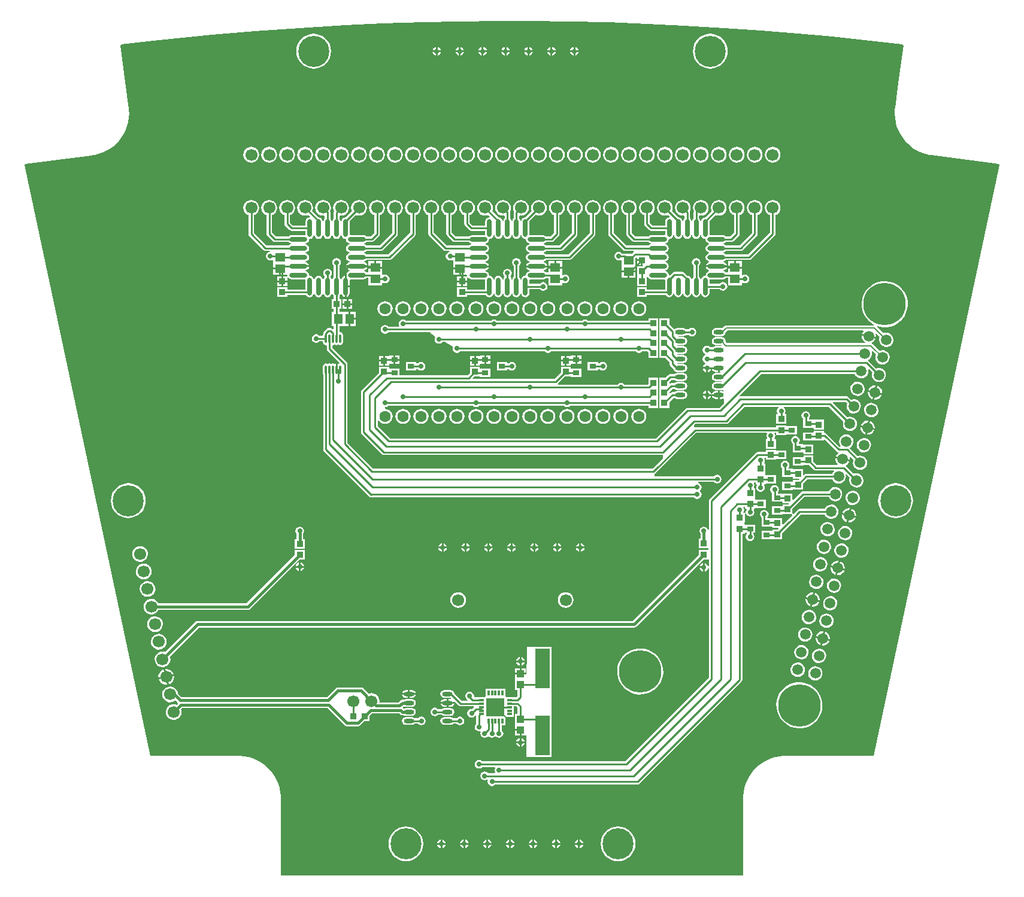
<source format=gbl>
G04*
G04 #@! TF.GenerationSoftware,Altium Limited,Altium Designer,18.1.11 (251)*
G04*
G04 Layer_Physical_Order=2*
G04 Layer_Color=16711680*
%FSLAX25Y25*%
%MOIN*%
G70*
G01*
G75*
%ADD10C,0.00787*%
%ADD13C,0.01575*%
%ADD15C,0.01000*%
%ADD28C,0.05906*%
%ADD29C,0.23622*%
%ADD30C,0.06693*%
%ADD31C,0.06299*%
%ADD32C,0.17323*%
%ADD33C,0.02756*%
%ADD34R,0.03740X0.02559*%
%ADD35R,0.03543X0.03347*%
%ADD36R,0.03937X0.04134*%
%ADD37R,0.02874X0.01181*%
%ADD38R,0.01181X0.02874*%
%ADD39R,0.09843X0.09843*%
%ADD40R,0.08268X0.22047*%
%ADD41O,0.05709X0.02362*%
%ADD42R,0.03347X0.03543*%
%ADD43R,0.05709X0.05118*%
%ADD44O,0.01181X0.05315*%
%ADD45R,0.05118X0.05709*%
%ADD46O,0.09843X0.02559*%
%ADD47O,0.02559X0.09843*%
%ADD48C,0.01500*%
G36*
X11516Y476026D02*
X31004Y475825D01*
X53839Y475313D01*
X75295Y474522D01*
X95768Y473549D01*
X118124Y472244D01*
X138779Y470817D01*
X159153Y469138D01*
X178467Y467323D01*
X196161Y465517D01*
X217467Y463118D01*
X217898Y462567D01*
X215087Y441437D01*
X213279Y427850D01*
Y427850D01*
X213155Y426700D01*
X213075Y424388D01*
X213223Y422079D01*
X213597Y419796D01*
X214193Y417560D01*
X215004Y415394D01*
X216024Y413318D01*
X217243Y411351D01*
X218649Y409514D01*
X220228Y407823D01*
X221965Y406295D01*
X223844Y404945D01*
X225845Y403786D01*
X227951Y402828D01*
X230141Y402081D01*
X232393Y401552D01*
X233536Y401371D01*
X238484Y400667D01*
X271109Y396326D01*
X271398Y395918D01*
X201431Y66750D01*
X152342D01*
X152342Y66750D01*
X151183Y66721D01*
X148876Y66494D01*
X146602Y66042D01*
X144384Y65369D01*
X142243Y64482D01*
X140198Y63389D01*
X138271Y62101D01*
X136479Y60631D01*
X134840Y58991D01*
X133369Y57199D01*
X132081Y55272D01*
X130988Y53228D01*
X130101Y51086D01*
X129428Y48868D01*
X128976Y46594D01*
X128749Y44287D01*
X128720Y43128D01*
Y23D01*
X-128720D01*
Y43128D01*
X-128720Y43128D01*
X-128721Y43128D01*
X-128749Y44287D01*
X-128976Y46594D01*
X-129429Y48867D01*
X-130101Y51086D01*
X-130989Y53228D01*
X-132081Y55272D01*
X-133369Y57199D01*
X-134840Y58991D01*
X-136479Y60631D01*
X-138271Y62101D01*
X-140198Y63389D01*
X-142243Y64482D01*
X-144385Y65369D01*
X-146603Y66042D01*
X-148876Y66494D01*
X-151183Y66721D01*
X-152342Y66750D01*
X-201431Y66750D01*
X-271398Y395918D01*
X-271109Y396326D01*
X-247146Y399514D01*
X-234062Y401255D01*
X-233579Y401319D01*
X-233579Y401319D01*
X-233579Y401319D01*
X-232434Y401500D01*
X-230177Y402030D01*
X-227983Y402778D01*
X-225873Y403737D01*
X-223867Y404899D01*
X-221984Y406252D01*
X-220244Y407783D01*
X-218661Y409477D01*
X-217252Y411318D01*
X-216031Y413288D01*
X-215009Y415369D01*
X-214195Y417540D01*
X-213598Y419780D01*
X-213224Y422067D01*
X-213075Y424381D01*
X-213154Y426698D01*
X-213279Y427850D01*
X-213502Y429528D01*
X-217898Y462567D01*
X-217467Y463118D01*
X-199606Y465129D01*
X-167028Y468438D01*
X-142960Y470472D01*
X-118209Y472238D01*
X-92618Y473714D01*
X-72047Y474644D01*
X-49114Y475419D01*
X-30020Y475847D01*
X-6988Y476060D01*
X11516Y476026D01*
D02*
G37*
%LPC*%
G36*
X35244Y461590D02*
Y459765D01*
X37069D01*
X36984Y460193D01*
X36459Y460979D01*
X35672Y461505D01*
X35244Y461590D01*
D02*
G37*
G36*
X34244D02*
X33816Y461505D01*
X33030Y460979D01*
X32504Y460193D01*
X32419Y459765D01*
X34244D01*
Y461590D01*
D02*
G37*
G36*
X22482D02*
Y459765D01*
X24307D01*
X24222Y460193D01*
X23696Y460979D01*
X22909Y461505D01*
X22482Y461590D01*
D02*
G37*
G36*
X21482D02*
X21054Y461505D01*
X20267Y460979D01*
X19742Y460193D01*
X19657Y459765D01*
X21482D01*
Y461590D01*
D02*
G37*
G36*
X9719D02*
Y459765D01*
X11544D01*
X11459Y460193D01*
X10933Y460979D01*
X10147Y461505D01*
X9719Y461590D01*
D02*
G37*
G36*
X8719D02*
X8291Y461505D01*
X7505Y460979D01*
X6979Y460193D01*
X6894Y459765D01*
X8719D01*
Y461590D01*
D02*
G37*
G36*
X-3043D02*
Y459765D01*
X-1218D01*
X-1303Y460193D01*
X-1829Y460979D01*
X-2616Y461505D01*
X-3043Y461590D01*
D02*
G37*
G36*
X-4043D02*
X-4471Y461505D01*
X-5258Y460979D01*
X-5783Y460193D01*
X-5868Y459765D01*
X-4043D01*
Y461590D01*
D02*
G37*
G36*
X-15806D02*
Y459765D01*
X-13981D01*
X-14066Y460193D01*
X-14591Y460979D01*
X-15378Y461505D01*
X-15806Y461590D01*
D02*
G37*
G36*
X-16806D02*
X-17234Y461505D01*
X-18020Y460979D01*
X-18546Y460193D01*
X-18631Y459765D01*
X-16806D01*
Y461590D01*
D02*
G37*
G36*
X-28568D02*
Y459765D01*
X-26743D01*
X-26828Y460193D01*
X-27354Y460979D01*
X-28140Y461505D01*
X-28568Y461590D01*
D02*
G37*
G36*
X-29568D02*
X-29996Y461505D01*
X-30783Y460979D01*
X-31308Y460193D01*
X-31393Y459765D01*
X-29568D01*
Y461590D01*
D02*
G37*
G36*
X-41331D02*
Y459765D01*
X-39506D01*
X-39591Y460193D01*
X-40116Y460979D01*
X-40903Y461505D01*
X-41331Y461590D01*
D02*
G37*
G36*
X-42331D02*
X-42759Y461505D01*
X-43545Y460979D01*
X-44071Y460193D01*
X-44156Y459765D01*
X-42331D01*
Y461590D01*
D02*
G37*
G36*
X37069Y458765D02*
X35244D01*
Y456940D01*
X35672Y457025D01*
X36459Y457551D01*
X36984Y458337D01*
X37069Y458765D01*
D02*
G37*
G36*
X34244D02*
X32419D01*
X32504Y458337D01*
X33030Y457551D01*
X33816Y457025D01*
X34244Y456940D01*
Y458765D01*
D02*
G37*
G36*
X24307D02*
X22482D01*
Y456940D01*
X22909Y457025D01*
X23696Y457551D01*
X24222Y458337D01*
X24307Y458765D01*
D02*
G37*
G36*
X21482D02*
X19657D01*
X19742Y458337D01*
X20267Y457551D01*
X21054Y457025D01*
X21482Y456940D01*
Y458765D01*
D02*
G37*
G36*
X11544D02*
X9719D01*
Y456940D01*
X10147Y457025D01*
X10933Y457551D01*
X11459Y458337D01*
X11544Y458765D01*
D02*
G37*
G36*
X8719D02*
X6894D01*
X6979Y458337D01*
X7505Y457551D01*
X8291Y457025D01*
X8719Y456940D01*
Y458765D01*
D02*
G37*
G36*
X-1218D02*
X-3043D01*
Y456940D01*
X-2616Y457025D01*
X-1829Y457551D01*
X-1303Y458337D01*
X-1218Y458765D01*
D02*
G37*
G36*
X-4043D02*
X-5868D01*
X-5783Y458337D01*
X-5258Y457551D01*
X-4471Y457025D01*
X-4043Y456940D01*
Y458765D01*
D02*
G37*
G36*
X-13981D02*
X-15806D01*
Y456940D01*
X-15378Y457025D01*
X-14591Y457551D01*
X-14066Y458337D01*
X-13981Y458765D01*
D02*
G37*
G36*
X-16806D02*
X-18631D01*
X-18546Y458337D01*
X-18020Y457551D01*
X-17234Y457025D01*
X-16806Y456940D01*
Y458765D01*
D02*
G37*
G36*
X-26743D02*
X-28568D01*
Y456940D01*
X-28140Y457025D01*
X-27354Y457551D01*
X-26828Y458337D01*
X-26743Y458765D01*
D02*
G37*
G36*
X-29568D02*
X-31393D01*
X-31308Y458337D01*
X-30783Y457551D01*
X-29996Y457025D01*
X-29568Y456940D01*
Y458765D01*
D02*
G37*
G36*
X-39506D02*
X-41331D01*
Y456940D01*
X-40903Y457025D01*
X-40116Y457551D01*
X-39591Y458337D01*
X-39506Y458765D01*
D02*
G37*
G36*
X-42331D02*
X-44156D01*
X-44071Y458337D01*
X-43545Y457551D01*
X-42759Y457025D01*
X-42331Y456940D01*
Y458765D01*
D02*
G37*
G36*
X110393Y468973D02*
X108499Y468787D01*
X106678Y468234D01*
X104999Y467337D01*
X103528Y466130D01*
X102321Y464659D01*
X101424Y462980D01*
X100871Y461159D01*
X100685Y459265D01*
X100871Y457371D01*
X101424Y455550D01*
X102321Y453871D01*
X103528Y452400D01*
X104999Y451193D01*
X106678Y450296D01*
X108499Y449743D01*
X110393Y449557D01*
X112287Y449743D01*
X114108Y450296D01*
X115787Y451193D01*
X117258Y452400D01*
X118465Y453871D01*
X119362Y455550D01*
X119915Y457371D01*
X120101Y459265D01*
X119915Y461159D01*
X119362Y462980D01*
X118465Y464659D01*
X117258Y466130D01*
X115787Y467337D01*
X114108Y468234D01*
X112287Y468787D01*
X110393Y468973D01*
D02*
G37*
G36*
X-110393D02*
X-112287Y468787D01*
X-114108Y468234D01*
X-115787Y467337D01*
X-117258Y466130D01*
X-118465Y464659D01*
X-119362Y462980D01*
X-119915Y461159D01*
X-120101Y459265D01*
X-119915Y457371D01*
X-119362Y455550D01*
X-118465Y453871D01*
X-117258Y452400D01*
X-115787Y451193D01*
X-114108Y450296D01*
X-112287Y449743D01*
X-110393Y449557D01*
X-108499Y449743D01*
X-106678Y450296D01*
X-104999Y451193D01*
X-103528Y452400D01*
X-102321Y453871D01*
X-101424Y455550D01*
X-100872Y457371D01*
X-100685Y459265D01*
X-100872Y461159D01*
X-101424Y462980D01*
X-102321Y464659D01*
X-103528Y466130D01*
X-104999Y467337D01*
X-106678Y468234D01*
X-108499Y468787D01*
X-110393Y468973D01*
D02*
G37*
G36*
X45000Y405959D02*
X43865Y405809D01*
X42808Y405371D01*
X41900Y404675D01*
X41203Y403767D01*
X40765Y402709D01*
X40616Y401575D01*
X40765Y400440D01*
X41203Y399383D01*
X41900Y398475D01*
X42808Y397778D01*
X43865Y397340D01*
X45000Y397191D01*
X46135Y397340D01*
X47192Y397778D01*
X48100Y398475D01*
X48797Y399383D01*
X49235Y400440D01*
X49384Y401575D01*
X49235Y402709D01*
X48797Y403767D01*
X48100Y404675D01*
X47192Y405371D01*
X46135Y405809D01*
X45000Y405959D01*
D02*
G37*
G36*
X35000D02*
X33865Y405809D01*
X32808Y405371D01*
X31900Y404675D01*
X31203Y403767D01*
X30765Y402709D01*
X30616Y401575D01*
X30765Y400440D01*
X31203Y399383D01*
X31900Y398475D01*
X32808Y397778D01*
X33865Y397340D01*
X35000Y397191D01*
X36135Y397340D01*
X37192Y397778D01*
X38100Y398475D01*
X38797Y399383D01*
X39235Y400440D01*
X39384Y401575D01*
X39235Y402709D01*
X38797Y403767D01*
X38100Y404675D01*
X37192Y405371D01*
X36135Y405809D01*
X35000Y405959D01*
D02*
G37*
G36*
X25000D02*
X23865Y405809D01*
X22808Y405371D01*
X21900Y404675D01*
X21203Y403767D01*
X20765Y402709D01*
X20616Y401575D01*
X20765Y400440D01*
X21203Y399383D01*
X21900Y398475D01*
X22808Y397778D01*
X23865Y397340D01*
X25000Y397191D01*
X26135Y397340D01*
X27192Y397778D01*
X28100Y398475D01*
X28797Y399383D01*
X29235Y400440D01*
X29384Y401575D01*
X29235Y402709D01*
X28797Y403767D01*
X28100Y404675D01*
X27192Y405371D01*
X26135Y405809D01*
X25000Y405959D01*
D02*
G37*
G36*
X15000D02*
X13865Y405809D01*
X12808Y405371D01*
X11900Y404675D01*
X11203Y403767D01*
X10765Y402709D01*
X10616Y401575D01*
X10765Y400440D01*
X11203Y399383D01*
X11900Y398475D01*
X12808Y397778D01*
X13865Y397340D01*
X15000Y397191D01*
X16135Y397340D01*
X17192Y397778D01*
X18100Y398475D01*
X18797Y399383D01*
X19235Y400440D01*
X19384Y401575D01*
X19235Y402709D01*
X18797Y403767D01*
X18100Y404675D01*
X17192Y405371D01*
X16135Y405809D01*
X15000Y405959D01*
D02*
G37*
G36*
X5000D02*
X3865Y405809D01*
X2808Y405371D01*
X1900Y404675D01*
X1203Y403767D01*
X765Y402709D01*
X616Y401575D01*
X765Y400440D01*
X1203Y399383D01*
X1900Y398475D01*
X2808Y397778D01*
X3865Y397340D01*
X5000Y397191D01*
X6135Y397340D01*
X7192Y397778D01*
X8100Y398475D01*
X8797Y399383D01*
X9235Y400440D01*
X9384Y401575D01*
X9235Y402709D01*
X8797Y403767D01*
X8100Y404675D01*
X7192Y405371D01*
X6135Y405809D01*
X5000Y405959D01*
D02*
G37*
G36*
X-5000D02*
X-6135Y405809D01*
X-7192Y405371D01*
X-8100Y404675D01*
X-8797Y403767D01*
X-9235Y402709D01*
X-9384Y401575D01*
X-9235Y400440D01*
X-8797Y399383D01*
X-8100Y398475D01*
X-7192Y397778D01*
X-6135Y397340D01*
X-5000Y397191D01*
X-3865Y397340D01*
X-2808Y397778D01*
X-1900Y398475D01*
X-1203Y399383D01*
X-765Y400440D01*
X-616Y401575D01*
X-765Y402709D01*
X-1203Y403767D01*
X-1900Y404675D01*
X-2808Y405371D01*
X-3865Y405809D01*
X-5000Y405959D01*
D02*
G37*
G36*
X-15000D02*
X-16135Y405809D01*
X-17192Y405371D01*
X-18100Y404675D01*
X-18797Y403767D01*
X-19235Y402709D01*
X-19384Y401575D01*
X-19235Y400440D01*
X-18797Y399383D01*
X-18100Y398475D01*
X-17192Y397778D01*
X-16135Y397340D01*
X-15000Y397191D01*
X-13865Y397340D01*
X-12808Y397778D01*
X-11900Y398475D01*
X-11203Y399383D01*
X-10765Y400440D01*
X-10616Y401575D01*
X-10765Y402709D01*
X-11203Y403767D01*
X-11900Y404675D01*
X-12808Y405371D01*
X-13865Y405809D01*
X-15000Y405959D01*
D02*
G37*
G36*
X-25000D02*
X-26135Y405809D01*
X-27192Y405371D01*
X-28100Y404675D01*
X-28797Y403767D01*
X-29235Y402709D01*
X-29384Y401575D01*
X-29235Y400440D01*
X-28797Y399383D01*
X-28100Y398475D01*
X-27192Y397778D01*
X-26135Y397340D01*
X-25000Y397191D01*
X-23865Y397340D01*
X-22808Y397778D01*
X-21900Y398475D01*
X-21203Y399383D01*
X-20765Y400440D01*
X-20616Y401575D01*
X-20765Y402709D01*
X-21203Y403767D01*
X-21900Y404675D01*
X-22808Y405371D01*
X-23865Y405809D01*
X-25000Y405959D01*
D02*
G37*
G36*
X-35000D02*
X-36135Y405809D01*
X-37192Y405371D01*
X-38100Y404675D01*
X-38797Y403767D01*
X-39235Y402709D01*
X-39384Y401575D01*
X-39235Y400440D01*
X-38797Y399383D01*
X-38100Y398475D01*
X-37192Y397778D01*
X-36135Y397340D01*
X-35000Y397191D01*
X-33865Y397340D01*
X-32808Y397778D01*
X-31900Y398475D01*
X-31203Y399383D01*
X-30765Y400440D01*
X-30616Y401575D01*
X-30765Y402709D01*
X-31203Y403767D01*
X-31900Y404675D01*
X-32808Y405371D01*
X-33865Y405809D01*
X-35000Y405959D01*
D02*
G37*
G36*
X-45000D02*
X-46135Y405809D01*
X-47192Y405371D01*
X-48100Y404675D01*
X-48797Y403767D01*
X-49235Y402709D01*
X-49384Y401575D01*
X-49235Y400440D01*
X-48797Y399383D01*
X-48100Y398475D01*
X-47192Y397778D01*
X-46135Y397340D01*
X-45000Y397191D01*
X-43865Y397340D01*
X-42808Y397778D01*
X-41900Y398475D01*
X-41203Y399383D01*
X-40765Y400440D01*
X-40616Y401575D01*
X-40765Y402709D01*
X-41203Y403767D01*
X-41900Y404675D01*
X-42808Y405371D01*
X-43865Y405809D01*
X-45000Y405959D01*
D02*
G37*
G36*
X-55118D02*
X-56253Y405809D01*
X-57310Y405371D01*
X-58218Y404675D01*
X-58915Y403767D01*
X-59353Y402709D01*
X-59502Y401575D01*
X-59353Y400440D01*
X-58915Y399383D01*
X-58218Y398475D01*
X-57310Y397778D01*
X-56253Y397340D01*
X-55118Y397191D01*
X-53983Y397340D01*
X-52926Y397778D01*
X-52018Y398475D01*
X-51322Y399383D01*
X-50884Y400440D01*
X-50734Y401575D01*
X-50884Y402709D01*
X-51322Y403767D01*
X-52018Y404675D01*
X-52926Y405371D01*
X-53983Y405809D01*
X-55118Y405959D01*
D02*
G37*
G36*
X-65118D02*
X-66253Y405809D01*
X-67310Y405371D01*
X-68218Y404675D01*
X-68915Y403767D01*
X-69353Y402709D01*
X-69502Y401575D01*
X-69353Y400440D01*
X-68915Y399383D01*
X-68218Y398475D01*
X-67310Y397778D01*
X-66253Y397340D01*
X-65118Y397191D01*
X-63984Y397340D01*
X-62926Y397778D01*
X-62018Y398475D01*
X-61322Y399383D01*
X-60883Y400440D01*
X-60734Y401575D01*
X-60883Y402709D01*
X-61322Y403767D01*
X-62018Y404675D01*
X-62926Y405371D01*
X-63984Y405809D01*
X-65118Y405959D01*
D02*
G37*
G36*
X-75118D02*
X-76253Y405809D01*
X-77310Y405371D01*
X-78218Y404675D01*
X-78915Y403767D01*
X-79353Y402709D01*
X-79502Y401575D01*
X-79353Y400440D01*
X-78915Y399383D01*
X-78218Y398475D01*
X-77310Y397778D01*
X-76253Y397340D01*
X-75118Y397191D01*
X-73984Y397340D01*
X-72926Y397778D01*
X-72018Y398475D01*
X-71321Y399383D01*
X-70884Y400440D01*
X-70734Y401575D01*
X-70884Y402709D01*
X-71321Y403767D01*
X-72018Y404675D01*
X-72926Y405371D01*
X-73984Y405809D01*
X-75118Y405959D01*
D02*
G37*
G36*
X-85118D02*
X-86253Y405809D01*
X-87310Y405371D01*
X-88218Y404675D01*
X-88915Y403767D01*
X-89353Y402709D01*
X-89502Y401575D01*
X-89353Y400440D01*
X-88915Y399383D01*
X-88218Y398475D01*
X-87310Y397778D01*
X-86253Y397340D01*
X-85118Y397191D01*
X-83983Y397340D01*
X-82926Y397778D01*
X-82018Y398475D01*
X-81322Y399383D01*
X-80884Y400440D01*
X-80734Y401575D01*
X-80884Y402709D01*
X-81322Y403767D01*
X-82018Y404675D01*
X-82926Y405371D01*
X-83983Y405809D01*
X-85118Y405959D01*
D02*
G37*
G36*
X-95118D02*
X-96253Y405809D01*
X-97310Y405371D01*
X-98218Y404675D01*
X-98915Y403767D01*
X-99353Y402709D01*
X-99502Y401575D01*
X-99353Y400440D01*
X-98915Y399383D01*
X-98218Y398475D01*
X-97310Y397778D01*
X-96253Y397340D01*
X-95118Y397191D01*
X-93984Y397340D01*
X-92926Y397778D01*
X-92018Y398475D01*
X-91321Y399383D01*
X-90883Y400440D01*
X-90734Y401575D01*
X-90883Y402709D01*
X-91321Y403767D01*
X-92018Y404675D01*
X-92926Y405371D01*
X-93984Y405809D01*
X-95118Y405959D01*
D02*
G37*
G36*
X-105118D02*
X-106253Y405809D01*
X-107310Y405371D01*
X-108218Y404675D01*
X-108915Y403767D01*
X-109353Y402709D01*
X-109502Y401575D01*
X-109353Y400440D01*
X-108915Y399383D01*
X-108218Y398475D01*
X-107310Y397778D01*
X-106253Y397340D01*
X-105118Y397191D01*
X-103983Y397340D01*
X-102926Y397778D01*
X-102018Y398475D01*
X-101321Y399383D01*
X-100883Y400440D01*
X-100734Y401575D01*
X-100883Y402709D01*
X-101321Y403767D01*
X-102018Y404675D01*
X-102926Y405371D01*
X-103983Y405809D01*
X-105118Y405959D01*
D02*
G37*
G36*
X-115118D02*
X-116253Y405809D01*
X-117310Y405371D01*
X-118218Y404675D01*
X-118915Y403767D01*
X-119353Y402709D01*
X-119502Y401575D01*
X-119353Y400440D01*
X-118915Y399383D01*
X-118218Y398475D01*
X-117310Y397778D01*
X-116253Y397340D01*
X-115118Y397191D01*
X-113984Y397340D01*
X-112926Y397778D01*
X-112018Y398475D01*
X-111321Y399383D01*
X-110883Y400440D01*
X-110734Y401575D01*
X-110883Y402709D01*
X-111321Y403767D01*
X-112018Y404675D01*
X-112926Y405371D01*
X-113984Y405809D01*
X-115118Y405959D01*
D02*
G37*
G36*
X-125118D02*
X-126253Y405809D01*
X-127310Y405371D01*
X-128218Y404675D01*
X-128915Y403767D01*
X-129353Y402709D01*
X-129502Y401575D01*
X-129353Y400440D01*
X-128915Y399383D01*
X-128218Y398475D01*
X-127310Y397778D01*
X-126253Y397340D01*
X-125118Y397191D01*
X-123984Y397340D01*
X-122926Y397778D01*
X-122018Y398475D01*
X-121321Y399383D01*
X-120884Y400440D01*
X-120734Y401575D01*
X-120884Y402709D01*
X-121321Y403767D01*
X-122018Y404675D01*
X-122926Y405371D01*
X-123984Y405809D01*
X-125118Y405959D01*
D02*
G37*
G36*
X-135118D02*
X-136253Y405809D01*
X-137310Y405371D01*
X-138218Y404675D01*
X-138915Y403767D01*
X-139353Y402709D01*
X-139502Y401575D01*
X-139353Y400440D01*
X-138915Y399383D01*
X-138218Y398475D01*
X-137310Y397778D01*
X-136253Y397340D01*
X-135118Y397191D01*
X-133984Y397340D01*
X-132926Y397778D01*
X-132018Y398475D01*
X-131322Y399383D01*
X-130884Y400440D01*
X-130734Y401575D01*
X-130884Y402709D01*
X-131322Y403767D01*
X-132018Y404675D01*
X-132926Y405371D01*
X-133984Y405809D01*
X-135118Y405959D01*
D02*
G37*
G36*
X-145118D02*
X-146253Y405809D01*
X-147310Y405371D01*
X-148218Y404675D01*
X-148915Y403767D01*
X-149353Y402709D01*
X-149502Y401575D01*
X-149353Y400440D01*
X-148915Y399383D01*
X-148218Y398475D01*
X-147310Y397778D01*
X-146253Y397340D01*
X-145118Y397191D01*
X-143983Y397340D01*
X-142926Y397778D01*
X-142018Y398475D01*
X-141322Y399383D01*
X-140884Y400440D01*
X-140734Y401575D01*
X-140884Y402709D01*
X-141322Y403767D01*
X-142018Y404675D01*
X-142926Y405371D01*
X-143983Y405809D01*
X-145118Y405959D01*
D02*
G37*
G36*
X145118Y405959D02*
X143983Y405809D01*
X142926Y405371D01*
X142018Y404675D01*
X141322Y403767D01*
X140884Y402709D01*
X140734Y401575D01*
X140884Y400440D01*
X141322Y399383D01*
X142018Y398475D01*
X142926Y397778D01*
X143983Y397340D01*
X145118Y397191D01*
X146253Y397340D01*
X147310Y397778D01*
X148218Y398475D01*
X148915Y399383D01*
X149353Y400440D01*
X149502Y401575D01*
X149353Y402709D01*
X148915Y403767D01*
X148218Y404675D01*
X147310Y405371D01*
X146253Y405809D01*
X145118Y405959D01*
D02*
G37*
G36*
X135118D02*
X133984Y405809D01*
X132926Y405371D01*
X132018Y404675D01*
X131322Y403767D01*
X130884Y402709D01*
X130734Y401575D01*
X130884Y400440D01*
X131322Y399383D01*
X132018Y398475D01*
X132926Y397778D01*
X133984Y397340D01*
X135118Y397191D01*
X136253Y397340D01*
X137310Y397778D01*
X138218Y398475D01*
X138915Y399383D01*
X139353Y400440D01*
X139502Y401575D01*
X139353Y402709D01*
X138915Y403767D01*
X138218Y404675D01*
X137310Y405371D01*
X136253Y405809D01*
X135118Y405959D01*
D02*
G37*
G36*
X125118D02*
X123984Y405809D01*
X122926Y405371D01*
X122018Y404675D01*
X121321Y403767D01*
X120884Y402709D01*
X120734Y401575D01*
X120884Y400440D01*
X121321Y399383D01*
X122018Y398475D01*
X122926Y397778D01*
X123984Y397340D01*
X125118Y397191D01*
X126253Y397340D01*
X127310Y397778D01*
X128218Y398475D01*
X128915Y399383D01*
X129353Y400440D01*
X129502Y401575D01*
X129353Y402709D01*
X128915Y403767D01*
X128218Y404675D01*
X127310Y405371D01*
X126253Y405809D01*
X125118Y405959D01*
D02*
G37*
G36*
X115118D02*
X113984Y405809D01*
X112926Y405371D01*
X112018Y404675D01*
X111321Y403767D01*
X110883Y402709D01*
X110734Y401575D01*
X110883Y400440D01*
X111321Y399383D01*
X112018Y398475D01*
X112926Y397778D01*
X113984Y397340D01*
X115118Y397191D01*
X116253Y397340D01*
X117310Y397778D01*
X118218Y398475D01*
X118915Y399383D01*
X119353Y400440D01*
X119502Y401575D01*
X119353Y402709D01*
X118915Y403767D01*
X118218Y404675D01*
X117310Y405371D01*
X116253Y405809D01*
X115118Y405959D01*
D02*
G37*
G36*
X105118D02*
X103983Y405809D01*
X102926Y405371D01*
X102018Y404675D01*
X101321Y403767D01*
X100883Y402709D01*
X100734Y401575D01*
X100883Y400440D01*
X101321Y399383D01*
X102018Y398475D01*
X102926Y397778D01*
X103983Y397340D01*
X105118Y397191D01*
X106253Y397340D01*
X107310Y397778D01*
X108218Y398475D01*
X108915Y399383D01*
X109353Y400440D01*
X109502Y401575D01*
X109353Y402709D01*
X108915Y403767D01*
X108218Y404675D01*
X107310Y405371D01*
X106253Y405809D01*
X105118Y405959D01*
D02*
G37*
G36*
X95118D02*
X93984Y405809D01*
X92926Y405371D01*
X92018Y404675D01*
X91321Y403767D01*
X90883Y402709D01*
X90734Y401575D01*
X90883Y400440D01*
X91321Y399383D01*
X92018Y398475D01*
X92926Y397778D01*
X93984Y397340D01*
X95118Y397191D01*
X96253Y397340D01*
X97310Y397778D01*
X98218Y398475D01*
X98915Y399383D01*
X99353Y400440D01*
X99502Y401575D01*
X99353Y402709D01*
X98915Y403767D01*
X98218Y404675D01*
X97310Y405371D01*
X96253Y405809D01*
X95118Y405959D01*
D02*
G37*
G36*
X85118D02*
X83983Y405809D01*
X82926Y405371D01*
X82018Y404675D01*
X81322Y403767D01*
X80884Y402709D01*
X80734Y401575D01*
X80884Y400440D01*
X81322Y399383D01*
X82018Y398475D01*
X82926Y397778D01*
X83983Y397340D01*
X85118Y397191D01*
X86253Y397340D01*
X87310Y397778D01*
X88218Y398475D01*
X88915Y399383D01*
X89353Y400440D01*
X89502Y401575D01*
X89353Y402709D01*
X88915Y403767D01*
X88218Y404675D01*
X87310Y405371D01*
X86253Y405809D01*
X85118Y405959D01*
D02*
G37*
G36*
X75118D02*
X73984Y405809D01*
X72926Y405371D01*
X72018Y404675D01*
X71321Y403767D01*
X70884Y402709D01*
X70734Y401575D01*
X70884Y400440D01*
X71321Y399383D01*
X72018Y398475D01*
X72926Y397778D01*
X73984Y397340D01*
X75118Y397191D01*
X76253Y397340D01*
X77310Y397778D01*
X78218Y398475D01*
X78915Y399383D01*
X79353Y400440D01*
X79502Y401575D01*
X79353Y402709D01*
X78915Y403767D01*
X78218Y404675D01*
X77310Y405371D01*
X76253Y405809D01*
X75118Y405959D01*
D02*
G37*
G36*
X65118D02*
X63984Y405809D01*
X62926Y405371D01*
X62018Y404675D01*
X61322Y403767D01*
X60883Y402709D01*
X60734Y401575D01*
X60883Y400440D01*
X61322Y399383D01*
X62018Y398475D01*
X62926Y397778D01*
X63984Y397340D01*
X65118Y397191D01*
X66253Y397340D01*
X67310Y397778D01*
X68218Y398475D01*
X68915Y399383D01*
X69353Y400440D01*
X69502Y401575D01*
X69353Y402709D01*
X68915Y403767D01*
X68218Y404675D01*
X67310Y405371D01*
X66253Y405809D01*
X65118Y405959D01*
D02*
G37*
G36*
X55118D02*
X53983Y405809D01*
X52926Y405371D01*
X52018Y404675D01*
X51322Y403767D01*
X50884Y402709D01*
X50734Y401575D01*
X50884Y400440D01*
X51322Y399383D01*
X52018Y398475D01*
X52926Y397778D01*
X53983Y397340D01*
X55118Y397191D01*
X56253Y397340D01*
X57310Y397778D01*
X58218Y398475D01*
X58915Y399383D01*
X59353Y400440D01*
X59502Y401575D01*
X59353Y402709D01*
X58915Y403767D01*
X58218Y404675D01*
X57310Y405371D01*
X56253Y405809D01*
X55118Y405959D01*
D02*
G37*
G36*
X45000Y376431D02*
X43865Y376282D01*
X42808Y375844D01*
X41900Y375147D01*
X41203Y374239D01*
X40765Y373182D01*
X40616Y372047D01*
X40765Y370913D01*
X41203Y369855D01*
X41900Y368947D01*
X42808Y368251D01*
X43471Y367976D01*
Y358212D01*
X31276Y346018D01*
X19075D01*
X19025Y346092D01*
X18271Y346596D01*
X17779Y346694D01*
Y347204D01*
X18271Y347302D01*
X19025Y347805D01*
X19128Y347959D01*
X27165D01*
X27751Y348075D01*
X28247Y348407D01*
X36081Y356241D01*
X36413Y356738D01*
X36529Y357323D01*
Y367976D01*
X37192Y368251D01*
X38100Y368947D01*
X38797Y369855D01*
X39235Y370913D01*
X39384Y372047D01*
X39235Y373182D01*
X38797Y374239D01*
X38100Y375147D01*
X37192Y375844D01*
X36135Y376282D01*
X35000Y376431D01*
X33865Y376282D01*
X32808Y375844D01*
X31900Y375147D01*
X31203Y374239D01*
X30765Y373182D01*
X30616Y372047D01*
X30765Y370913D01*
X31203Y369855D01*
X31900Y368947D01*
X32808Y368251D01*
X33471Y367976D01*
Y357956D01*
X26532Y351018D01*
X19075D01*
X19025Y351092D01*
X18271Y351596D01*
X17779Y351694D01*
Y352204D01*
X18271Y352302D01*
X19025Y352805D01*
X19128Y352959D01*
X22028D01*
X22613Y353075D01*
X23109Y353407D01*
X26081Y356379D01*
X26413Y356875D01*
X26529Y357461D01*
Y367976D01*
X27192Y368251D01*
X28100Y368947D01*
X28797Y369855D01*
X29235Y370913D01*
X29384Y372047D01*
X29235Y373182D01*
X28797Y374239D01*
X28100Y375147D01*
X27192Y375844D01*
X26135Y376282D01*
X25000Y376431D01*
X23865Y376282D01*
X22808Y375844D01*
X21900Y375147D01*
X21203Y374239D01*
X20765Y373182D01*
X20616Y372047D01*
X20765Y370913D01*
X21203Y369855D01*
X21900Y368947D01*
X22808Y368251D01*
X23471Y367976D01*
Y358094D01*
X21394Y356018D01*
X19075D01*
X19025Y356092D01*
X18271Y356596D01*
X17382Y356773D01*
X10279D01*
X9995Y356944D01*
X9824Y357228D01*
Y364331D01*
X9762Y364646D01*
X13203Y368087D01*
X13865Y367813D01*
X15000Y367663D01*
X16135Y367813D01*
X17192Y368251D01*
X18100Y368947D01*
X18797Y369855D01*
X19235Y370913D01*
X19384Y372047D01*
X19235Y373182D01*
X18797Y374239D01*
X18100Y375147D01*
X17192Y375844D01*
X16135Y376282D01*
X15000Y376431D01*
X13865Y376282D01*
X12808Y375844D01*
X11900Y375147D01*
X11203Y374239D01*
X10765Y373182D01*
X10616Y372047D01*
X10765Y370913D01*
X11040Y370250D01*
X7431Y366641D01*
X6611Y366478D01*
X5857Y365974D01*
X5353Y365220D01*
X5255Y364728D01*
X4745D01*
X4647Y365220D01*
X4143Y365974D01*
X4029Y366050D01*
Y367412D01*
X4405Y367742D01*
X5000Y367663D01*
X6135Y367813D01*
X7192Y368251D01*
X8100Y368947D01*
X8797Y369855D01*
X9235Y370913D01*
X9384Y372047D01*
X9235Y373182D01*
X8797Y374239D01*
X8100Y375147D01*
X7192Y375844D01*
X6135Y376282D01*
X5000Y376431D01*
X3865Y376282D01*
X2808Y375844D01*
X1900Y375147D01*
X1203Y374239D01*
X765Y373182D01*
X616Y372047D01*
X765Y370913D01*
X1088Y370134D01*
X1087Y370132D01*
X971Y369547D01*
Y366050D01*
X857Y365974D01*
X353Y365220D01*
X255Y364728D01*
X-255D01*
X-353Y365220D01*
X-857Y365974D01*
X-971Y366050D01*
Y369547D01*
X-1087Y370132D01*
X-1088Y370134D01*
X-765Y370913D01*
X-616Y372047D01*
X-765Y373182D01*
X-1203Y374239D01*
X-1900Y375147D01*
X-2808Y375844D01*
X-3865Y376282D01*
X-5000Y376431D01*
X-6135Y376282D01*
X-7192Y375844D01*
X-8100Y375147D01*
X-8797Y374239D01*
X-9235Y373182D01*
X-9384Y372047D01*
X-9235Y370913D01*
X-8797Y369855D01*
X-8100Y368947D01*
X-7192Y368251D01*
X-6135Y367813D01*
X-5000Y367663D01*
X-4405Y367742D01*
X-4029Y367412D01*
Y366050D01*
X-4143Y365974D01*
X-4647Y365220D01*
X-4745Y364728D01*
X-5255D01*
X-5353Y365220D01*
X-5857Y365974D01*
X-6611Y366478D01*
X-7431Y366641D01*
X-11040Y370250D01*
X-10765Y370913D01*
X-10616Y372047D01*
X-10765Y373182D01*
X-11203Y374239D01*
X-11900Y375147D01*
X-12808Y375844D01*
X-13865Y376282D01*
X-15000Y376431D01*
X-16135Y376282D01*
X-17192Y375844D01*
X-18100Y375147D01*
X-18797Y374239D01*
X-19235Y373182D01*
X-19384Y372047D01*
X-19235Y370913D01*
X-18797Y369855D01*
X-18100Y368947D01*
X-17192Y368251D01*
X-16135Y367813D01*
X-15000Y367663D01*
X-13865Y367813D01*
X-13203Y368087D01*
X-12226Y367110D01*
X-12472Y366649D01*
X-12500Y366655D01*
X-13389Y366478D01*
X-14143Y365974D01*
X-14647Y365220D01*
X-14824Y364331D01*
Y362258D01*
X-21985D01*
X-23471Y363744D01*
Y367976D01*
X-22808Y368251D01*
X-21900Y368947D01*
X-21203Y369855D01*
X-20765Y370913D01*
X-20616Y372047D01*
X-20765Y373182D01*
X-21203Y374239D01*
X-21900Y375147D01*
X-22808Y375844D01*
X-23865Y376282D01*
X-25000Y376431D01*
X-26135Y376282D01*
X-27192Y375844D01*
X-28100Y375147D01*
X-28797Y374239D01*
X-29235Y373182D01*
X-29384Y372047D01*
X-29235Y370913D01*
X-28797Y369855D01*
X-28100Y368947D01*
X-27192Y368251D01*
X-26529Y367976D01*
Y363110D01*
X-26413Y362525D01*
X-26081Y362029D01*
X-23699Y359647D01*
X-23203Y359315D01*
X-22618Y359199D01*
X-14824D01*
Y357228D01*
X-14995Y356944D01*
X-15279Y356773D01*
X-22382D01*
X-23271Y356596D01*
X-24025Y356092D01*
X-24075Y356018D01*
X-31296D01*
X-33471Y358192D01*
Y367976D01*
X-32808Y368251D01*
X-31900Y368947D01*
X-31203Y369855D01*
X-30765Y370913D01*
X-30616Y372047D01*
X-30765Y373182D01*
X-31203Y374239D01*
X-31900Y375147D01*
X-32808Y375844D01*
X-33865Y376282D01*
X-35000Y376431D01*
X-36135Y376282D01*
X-37192Y375844D01*
X-38100Y375147D01*
X-38797Y374239D01*
X-39235Y373182D01*
X-39384Y372047D01*
X-39235Y370913D01*
X-38797Y369855D01*
X-38100Y368947D01*
X-37192Y368251D01*
X-36529Y367976D01*
Y357559D01*
X-36413Y356974D01*
X-36081Y356478D01*
X-33011Y353407D01*
X-32514Y353075D01*
X-31929Y352959D01*
X-24128D01*
X-24025Y352805D01*
X-23271Y352302D01*
X-22780Y352204D01*
Y351694D01*
X-23271Y351596D01*
X-24025Y351092D01*
X-24075Y351018D01*
X-36433D01*
X-43471Y358055D01*
Y367976D01*
X-42808Y368251D01*
X-41900Y368947D01*
X-41203Y369855D01*
X-40765Y370913D01*
X-40616Y372047D01*
X-40765Y373182D01*
X-41203Y374239D01*
X-41900Y375147D01*
X-42808Y375844D01*
X-43865Y376282D01*
X-45000Y376431D01*
X-46135Y376282D01*
X-47192Y375844D01*
X-48100Y375147D01*
X-48797Y374239D01*
X-49235Y373182D01*
X-49384Y372047D01*
X-49235Y370913D01*
X-48797Y369855D01*
X-48100Y368947D01*
X-47192Y368251D01*
X-46529Y367976D01*
Y357421D01*
X-46413Y356836D01*
X-46081Y356340D01*
X-38148Y348407D01*
X-37652Y348075D01*
X-37067Y347959D01*
X-35068D01*
X-34659Y347739D01*
X-34659Y347739D01*
X-34659D01*
X-34632Y347459D01*
X-34665Y347452D01*
X-35336Y347319D01*
X-36123Y346793D01*
X-36648Y346007D01*
X-36833Y345079D01*
X-36648Y344151D01*
X-36123Y343364D01*
X-35336Y342839D01*
X-34408Y342654D01*
X-33480Y342839D01*
X-33212Y343018D01*
X-32771Y342783D01*
Y340930D01*
Y338689D01*
X-28916D01*
Y338190D01*
X-28416D01*
Y334630D01*
X-25180D01*
X-24947Y334541D01*
X-24898Y334503D01*
X-24890Y334359D01*
X-24886Y334149D01*
X-25204Y333796D01*
X-25297Y333735D01*
X-27235D01*
Y331562D01*
X-24963D01*
Y333281D01*
X-24963Y333286D01*
X-24963Y333286D01*
X-24963Y333375D01*
X-24664Y333427D01*
Y333427D01*
X-24664D01*
X-24270Y333172D01*
X-24025Y332805D01*
X-23271Y332301D01*
X-22382Y332125D01*
X-15279D01*
X-14995Y331954D01*
X-14824Y331669D01*
Y326490D01*
X-24963D01*
Y327633D01*
X-30507D01*
Y322287D01*
X-24963D01*
Y323431D01*
X-14482D01*
X-14143Y322923D01*
X-13389Y322420D01*
X-12500Y322243D01*
X-11611Y322420D01*
X-10857Y322923D01*
X-10353Y323677D01*
X-10255Y324169D01*
X-9745D01*
X-9647Y323677D01*
X-9143Y322923D01*
X-8389Y322420D01*
X-7500Y322243D01*
X-6611Y322420D01*
X-5857Y322923D01*
X-5353Y323677D01*
X-5255Y324169D01*
X-4745D01*
X-4647Y323677D01*
X-4143Y322923D01*
X-3389Y322420D01*
X-2500Y322243D01*
X-1611Y322420D01*
X-857Y322923D01*
X-353Y323677D01*
X-255Y324169D01*
X255D01*
X353Y323677D01*
X857Y322923D01*
X1611Y322420D01*
X2500Y322243D01*
X3389Y322420D01*
X4143Y322923D01*
X4647Y323677D01*
X4745Y324169D01*
X5255D01*
X5353Y323677D01*
X5857Y322923D01*
X6611Y322420D01*
X7500Y322243D01*
X8389Y322420D01*
X9143Y322923D01*
X9647Y323677D01*
X9824Y324567D01*
Y326679D01*
X15563D01*
X15687Y326494D01*
X16474Y325969D01*
X17402Y325784D01*
X18329Y325969D01*
X19116Y326494D01*
X19642Y327281D01*
X19826Y328209D01*
X19642Y329136D01*
X19116Y329923D01*
X18329Y330449D01*
X17402Y330633D01*
X16474Y330449D01*
X15687Y329923D01*
X15563Y329738D01*
X9824D01*
Y331669D01*
X9995Y331954D01*
X10279Y332125D01*
X17382D01*
X18271Y332301D01*
X19025Y332805D01*
X19102Y332919D01*
X20220D01*
Y328881D01*
X27928D01*
Y330143D01*
X28369Y330379D01*
X28638Y330200D01*
X29566Y330015D01*
X30493Y330200D01*
X31280Y330726D01*
X31806Y331512D01*
X31990Y332440D01*
X31806Y333368D01*
X31280Y334154D01*
X30493Y334680D01*
X29566Y334864D01*
X28638Y334680D01*
X28369Y334501D01*
X27928Y334736D01*
Y338239D01*
X24074D01*
X20220D01*
Y335978D01*
X19102D01*
X19025Y336092D01*
X18271Y336596D01*
X17779Y336694D01*
Y337204D01*
X18271Y337301D01*
X19025Y337805D01*
X19529Y338559D01*
X19607Y338949D01*
X13740D01*
X7874D01*
X7951Y338559D01*
X8455Y337805D01*
X9209Y337301D01*
X9701Y337204D01*
Y336694D01*
X9209Y336596D01*
X8455Y336092D01*
X7951Y335338D01*
X7809Y334623D01*
X7500Y334175D01*
X6611Y333998D01*
X5857Y333494D01*
X5353Y332740D01*
X5255Y332248D01*
X4745D01*
X4647Y332740D01*
X4143Y333494D01*
X4029Y333570D01*
Y339772D01*
X4214Y339896D01*
X4740Y340682D01*
X4924Y341610D01*
X4740Y342538D01*
X4214Y343325D01*
X3428Y343850D01*
X2500Y344035D01*
X1572Y343850D01*
X786Y343325D01*
X260Y342538D01*
X75Y341610D01*
X260Y340682D01*
X786Y339896D01*
X971Y339772D01*
Y333570D01*
X857Y333494D01*
X353Y332740D01*
X255Y332248D01*
X-255D01*
X-353Y332740D01*
X-768Y333361D01*
X-786Y333915D01*
X-260Y334702D01*
X-75Y335630D01*
X-260Y336558D01*
X-786Y337344D01*
X-1572Y337870D01*
X-2500Y338054D01*
X-3428Y337870D01*
X-4214Y337344D01*
X-4740Y336558D01*
X-4924Y335630D01*
X-4740Y334702D01*
X-4214Y333915D01*
X-4232Y333361D01*
X-4647Y332740D01*
X-4745Y332248D01*
X-5255D01*
X-5353Y332740D01*
X-5857Y333494D01*
X-6611Y333998D01*
X-7500Y334175D01*
X-8389Y333998D01*
X-9143Y333494D01*
X-9647Y332740D01*
X-9745Y332248D01*
X-10255D01*
X-10353Y332740D01*
X-10857Y333494D01*
X-11611Y333998D01*
X-12500Y334175D01*
X-12774Y334449D01*
X-12951Y335338D01*
X-13455Y336092D01*
X-14209Y336596D01*
X-14701Y336694D01*
Y337204D01*
X-14209Y337301D01*
X-13455Y337805D01*
X-12951Y338559D01*
X-12874Y338949D01*
X-18740D01*
Y339949D01*
X-12874D01*
X-12951Y340338D01*
X-13455Y341092D01*
X-14209Y341596D01*
X-14701Y341694D01*
Y342204D01*
X-14209Y342302D01*
X-13455Y342805D01*
X-12951Y343559D01*
X-12774Y344449D01*
X-12951Y345338D01*
X-13455Y346092D01*
X-14209Y346596D01*
X-14701Y346694D01*
Y347204D01*
X-14209Y347302D01*
X-13455Y347805D01*
X-12951Y348559D01*
X-12774Y349449D01*
X-12951Y350338D01*
X-13455Y351092D01*
X-14209Y351596D01*
X-14701Y351694D01*
Y352204D01*
X-14209Y352302D01*
X-13455Y352805D01*
X-12951Y353559D01*
X-12774Y354449D01*
X-12500Y354723D01*
X-11611Y354900D01*
X-10857Y355404D01*
X-10353Y356158D01*
X-10255Y356650D01*
X-9745D01*
X-9647Y356158D01*
X-9143Y355404D01*
X-8389Y354900D01*
X-7500Y354723D01*
X-6611Y354900D01*
X-5857Y355404D01*
X-5353Y356158D01*
X-5255Y356650D01*
X-4745D01*
X-4647Y356158D01*
X-4143Y355404D01*
X-3389Y354900D01*
X-2500Y354723D01*
X-1611Y354900D01*
X-857Y355404D01*
X-353Y356158D01*
X-255Y356650D01*
X255D01*
X353Y356158D01*
X857Y355404D01*
X1611Y354900D01*
X2500Y354723D01*
X3389Y354900D01*
X4143Y355404D01*
X4647Y356158D01*
X4745Y356650D01*
X5255D01*
X5353Y356158D01*
X5857Y355404D01*
X6611Y354900D01*
X7500Y354723D01*
X7774Y354449D01*
X7951Y353559D01*
X8455Y352805D01*
X9209Y352302D01*
X9701Y352204D01*
Y351694D01*
X9209Y351596D01*
X8455Y351092D01*
X7951Y350338D01*
X7774Y349449D01*
X7951Y348559D01*
X8455Y347805D01*
X9209Y347302D01*
X9701Y347204D01*
Y346694D01*
X9209Y346596D01*
X8455Y346092D01*
X7951Y345338D01*
X7774Y344449D01*
X7951Y343559D01*
X8455Y342805D01*
X9209Y342302D01*
X9701Y342204D01*
Y341694D01*
X9209Y341596D01*
X8455Y341092D01*
X7951Y340338D01*
X7874Y339949D01*
X13740D01*
X19607D01*
X19529Y340338D01*
X19025Y341092D01*
X18271Y341596D01*
X17779Y341694D01*
Y342204D01*
X18271Y342302D01*
X19025Y342805D01*
X19128Y342959D01*
X31909D01*
X32495Y343075D01*
X32991Y343407D01*
X46081Y356497D01*
X46413Y356994D01*
X46529Y357579D01*
Y367976D01*
X47192Y368251D01*
X48100Y368947D01*
X48797Y369855D01*
X49235Y370913D01*
X49384Y372047D01*
X49235Y373182D01*
X48797Y374239D01*
X48100Y375147D01*
X47192Y375844D01*
X46135Y376282D01*
X45000Y376431D01*
D02*
G37*
G36*
X-55118D02*
X-56253Y376282D01*
X-57310Y375844D01*
X-58218Y375147D01*
X-58915Y374239D01*
X-59353Y373182D01*
X-59502Y372047D01*
X-59353Y370913D01*
X-58915Y369855D01*
X-58218Y368947D01*
X-57310Y368251D01*
X-56647Y367976D01*
Y358212D01*
X-68842Y346018D01*
X-81017D01*
X-81093Y346132D01*
X-81847Y346636D01*
X-82339Y346733D01*
Y347243D01*
X-81847Y347341D01*
X-81093Y347845D01*
X-81017Y347959D01*
X-72953D01*
X-72368Y348075D01*
X-71871Y348407D01*
X-64037Y356241D01*
X-63705Y356738D01*
X-63589Y357323D01*
Y367976D01*
X-62926Y368251D01*
X-62018Y368947D01*
X-61322Y369855D01*
X-60883Y370913D01*
X-60734Y372047D01*
X-60883Y373182D01*
X-61322Y374239D01*
X-62018Y375147D01*
X-62926Y375844D01*
X-63984Y376282D01*
X-65118Y376431D01*
X-66253Y376282D01*
X-67310Y375844D01*
X-68218Y375147D01*
X-68915Y374239D01*
X-69353Y373182D01*
X-69502Y372047D01*
X-69353Y370913D01*
X-68915Y369855D01*
X-68218Y368947D01*
X-67310Y368251D01*
X-66647Y367976D01*
Y357956D01*
X-73586Y351018D01*
X-81017D01*
X-81093Y351132D01*
X-81847Y351636D01*
X-82339Y351733D01*
Y352243D01*
X-81847Y352341D01*
X-81093Y352845D01*
X-81017Y352959D01*
X-78091D01*
X-77505Y353075D01*
X-77009Y353407D01*
X-74037Y356379D01*
X-73705Y356875D01*
X-73589Y357461D01*
Y367976D01*
X-72926Y368251D01*
X-72018Y368947D01*
X-71321Y369855D01*
X-70884Y370913D01*
X-70734Y372047D01*
X-70884Y373182D01*
X-71321Y374239D01*
X-72018Y375147D01*
X-72926Y375844D01*
X-73984Y376282D01*
X-75118Y376431D01*
X-76253Y376282D01*
X-77310Y375844D01*
X-78218Y375147D01*
X-78915Y374239D01*
X-79353Y373182D01*
X-79502Y372047D01*
X-79353Y370913D01*
X-78915Y369855D01*
X-78218Y368947D01*
X-77310Y368251D01*
X-76648Y367976D01*
Y358094D01*
X-78724Y356018D01*
X-81017D01*
X-81093Y356132D01*
X-81847Y356635D01*
X-82736Y356812D01*
X-89839D01*
X-90123Y356983D01*
X-90294Y357268D01*
Y364370D01*
X-90350Y364652D01*
X-86915Y368087D01*
X-86253Y367813D01*
X-85118Y367663D01*
X-83983Y367813D01*
X-82926Y368251D01*
X-82018Y368947D01*
X-81322Y369855D01*
X-80884Y370913D01*
X-80734Y372047D01*
X-80884Y373182D01*
X-81322Y374239D01*
X-82018Y375147D01*
X-82926Y375844D01*
X-83983Y376282D01*
X-85118Y376431D01*
X-86253Y376282D01*
X-87310Y375844D01*
X-88218Y375147D01*
X-88915Y374239D01*
X-89353Y373182D01*
X-89502Y372047D01*
X-89353Y370913D01*
X-89078Y370250D01*
X-92638Y366690D01*
X-93507Y366517D01*
X-94262Y366014D01*
X-94765Y365260D01*
X-94863Y364768D01*
X-95373D01*
X-95471Y365260D01*
X-95975Y366014D01*
X-96089Y366090D01*
Y367412D01*
X-95713Y367742D01*
X-95118Y367663D01*
X-93984Y367813D01*
X-92926Y368251D01*
X-92018Y368947D01*
X-91321Y369855D01*
X-90883Y370913D01*
X-90734Y372047D01*
X-90883Y373182D01*
X-91321Y374239D01*
X-92018Y375147D01*
X-92926Y375844D01*
X-93984Y376282D01*
X-95118Y376431D01*
X-96253Y376282D01*
X-97310Y375844D01*
X-98218Y375147D01*
X-98915Y374239D01*
X-99353Y373182D01*
X-99502Y372047D01*
X-99353Y370913D01*
X-99030Y370134D01*
X-99031Y370132D01*
X-99147Y369547D01*
Y366090D01*
X-99262Y366014D01*
X-99765Y365260D01*
X-99863Y364768D01*
X-100373D01*
X-100471Y365260D01*
X-100975Y366014D01*
X-101089Y366090D01*
Y369547D01*
X-101205Y370132D01*
X-101206Y370134D01*
X-100883Y370913D01*
X-100734Y372047D01*
X-100883Y373182D01*
X-101321Y374239D01*
X-102018Y375147D01*
X-102926Y375844D01*
X-103983Y376282D01*
X-105118Y376431D01*
X-106253Y376282D01*
X-107310Y375844D01*
X-108218Y375147D01*
X-108915Y374239D01*
X-109353Y373182D01*
X-109502Y372047D01*
X-109353Y370913D01*
X-108915Y369855D01*
X-108218Y368947D01*
X-107310Y368251D01*
X-106253Y367813D01*
X-105118Y367663D01*
X-104523Y367742D01*
X-104148Y367412D01*
Y366090D01*
X-104262Y366014D01*
X-104765Y365260D01*
X-104863Y364768D01*
X-105373D01*
X-105471Y365260D01*
X-105975Y366014D01*
X-106729Y366517D01*
X-107598Y366690D01*
X-111158Y370250D01*
X-110883Y370913D01*
X-110734Y372047D01*
X-110883Y373182D01*
X-111321Y374239D01*
X-112018Y375147D01*
X-112926Y375844D01*
X-113984Y376282D01*
X-115118Y376431D01*
X-116253Y376282D01*
X-117310Y375844D01*
X-118218Y375147D01*
X-118915Y374239D01*
X-119353Y373182D01*
X-119502Y372047D01*
X-119353Y370913D01*
X-118915Y369855D01*
X-118218Y368947D01*
X-117310Y368251D01*
X-116253Y367813D01*
X-115118Y367663D01*
X-113984Y367813D01*
X-113321Y368087D01*
X-112366Y367132D01*
X-112491Y366898D01*
X-112632Y366691D01*
X-113507Y366517D01*
X-114262Y366014D01*
X-114765Y365260D01*
X-114942Y364370D01*
Y362258D01*
X-122103D01*
X-123589Y363744D01*
Y367976D01*
X-122926Y368251D01*
X-122018Y368947D01*
X-121321Y369855D01*
X-120884Y370913D01*
X-120734Y372047D01*
X-120884Y373182D01*
X-121321Y374239D01*
X-122018Y375147D01*
X-122926Y375844D01*
X-123984Y376282D01*
X-125118Y376431D01*
X-126253Y376282D01*
X-127310Y375844D01*
X-128218Y375147D01*
X-128915Y374239D01*
X-129353Y373182D01*
X-129502Y372047D01*
X-129353Y370913D01*
X-128915Y369855D01*
X-128218Y368947D01*
X-127310Y368251D01*
X-126647Y367976D01*
Y363110D01*
X-126531Y362525D01*
X-126199Y362029D01*
X-123818Y359647D01*
X-123321Y359315D01*
X-122736Y359199D01*
X-114942D01*
Y357268D01*
X-115113Y356983D01*
X-115398Y356812D01*
X-122500D01*
X-123389Y356635D01*
X-124143Y356132D01*
X-124220Y356018D01*
X-131414D01*
X-133589Y358192D01*
Y367976D01*
X-132926Y368251D01*
X-132018Y368947D01*
X-131322Y369855D01*
X-130884Y370913D01*
X-130734Y372047D01*
X-130884Y373182D01*
X-131322Y374239D01*
X-132018Y375147D01*
X-132926Y375844D01*
X-133984Y376282D01*
X-135118Y376431D01*
X-136253Y376282D01*
X-137310Y375844D01*
X-138218Y375147D01*
X-138915Y374239D01*
X-139353Y373182D01*
X-139502Y372047D01*
X-139353Y370913D01*
X-138915Y369855D01*
X-138218Y368947D01*
X-137310Y368251D01*
X-136647Y367976D01*
Y357559D01*
X-136531Y356974D01*
X-136199Y356478D01*
X-133129Y353407D01*
X-132633Y353075D01*
X-132047Y352959D01*
X-124220D01*
X-124143Y352845D01*
X-123389Y352341D01*
X-122898Y352243D01*
Y351733D01*
X-123389Y351636D01*
X-124143Y351132D01*
X-124220Y351018D01*
X-136551D01*
X-143589Y358055D01*
Y367976D01*
X-142926Y368251D01*
X-142018Y368947D01*
X-141322Y369855D01*
X-140884Y370913D01*
X-140734Y372047D01*
X-140884Y373182D01*
X-141322Y374239D01*
X-142018Y375147D01*
X-142926Y375844D01*
X-143983Y376282D01*
X-145118Y376431D01*
X-146253Y376282D01*
X-147310Y375844D01*
X-148218Y375147D01*
X-148915Y374239D01*
X-149353Y373182D01*
X-149502Y372047D01*
X-149353Y370913D01*
X-148915Y369855D01*
X-148218Y368947D01*
X-147310Y368251D01*
X-146648Y367976D01*
Y357421D01*
X-146531Y356836D01*
X-146200Y356340D01*
X-138267Y348407D01*
X-137770Y348075D01*
X-137185Y347959D01*
X-135167D01*
X-134758Y347739D01*
X-134758Y347739D01*
X-134758D01*
X-134730Y347459D01*
X-134764Y347452D01*
X-135434Y347319D01*
X-136221Y346793D01*
X-136747Y346007D01*
X-136931Y345079D01*
X-136747Y344151D01*
X-136221Y343364D01*
X-135434Y342839D01*
X-134507Y342654D01*
X-133579Y342839D01*
X-133330Y343005D01*
X-132889Y342769D01*
Y340949D01*
Y338709D01*
X-129035D01*
Y338209D01*
X-128535D01*
Y334650D01*
X-125302D01*
X-125082Y334575D01*
X-125031Y334537D01*
X-125013Y334201D01*
X-125298Y333871D01*
X-125433Y333775D01*
X-127354D01*
Y331602D01*
X-125082D01*
Y333321D01*
X-125082Y333326D01*
X-125082Y333326D01*
X-125082Y333417D01*
X-124780Y333468D01*
Y333468D01*
X-124780D01*
X-124388Y333211D01*
X-124143Y332845D01*
X-123389Y332341D01*
X-122500Y332164D01*
X-115398D01*
X-115113Y331993D01*
X-114942Y331709D01*
Y326529D01*
X-125082D01*
Y327673D01*
X-130625D01*
Y322326D01*
X-125082D01*
Y323470D01*
X-114601D01*
X-114262Y322963D01*
X-113507Y322459D01*
X-112618Y322282D01*
X-111729Y322459D01*
X-110975Y322963D01*
X-110471Y323717D01*
X-110373Y324209D01*
X-109863D01*
X-109765Y323717D01*
X-109262Y322963D01*
X-108508Y322459D01*
X-107618Y322282D01*
X-106729Y322459D01*
X-105975Y322963D01*
X-105471Y323717D01*
X-105373Y324209D01*
X-104863D01*
X-104765Y323717D01*
X-104262Y322963D01*
X-103507Y322459D01*
X-102618Y322282D01*
X-101729Y322459D01*
X-100975Y322963D01*
X-100471Y323717D01*
X-100373Y324209D01*
X-99863D01*
X-99765Y323717D01*
X-99262Y322963D01*
X-99147Y322887D01*
Y321177D01*
X-100291D01*
Y315634D01*
X-99147D01*
Y313992D01*
X-100311D01*
Y306284D01*
X-99147D01*
Y304523D01*
X-99609Y304331D01*
X-99804Y304526D01*
X-100301Y304858D01*
X-100886Y304974D01*
X-102224D01*
X-102810Y304858D01*
X-103306Y304526D01*
X-104605Y303227D01*
X-104937Y302731D01*
X-105053Y302146D01*
Y301743D01*
X-105145Y301279D01*
Y300742D01*
X-107177D01*
X-107301Y300927D01*
X-108087Y301452D01*
X-109015Y301637D01*
X-109943Y301452D01*
X-110730Y300927D01*
X-111255Y300140D01*
X-111440Y299212D01*
X-111255Y298285D01*
X-110730Y297498D01*
X-109943Y296972D01*
X-109015Y296788D01*
X-108087Y296972D01*
X-107301Y297498D01*
X-107177Y297683D01*
X-105145D01*
Y297145D01*
X-105022Y296525D01*
X-104670Y295999D01*
X-104144Y295647D01*
X-103524Y295524D01*
X-103471Y295534D01*
X-103085Y295217D01*
Y293484D01*
X-102968Y292899D01*
X-102637Y292403D01*
X-96046Y285812D01*
X-96210Y285270D01*
X-96270Y285258D01*
X-96634Y285015D01*
X-96997Y285258D01*
X-97118Y285282D01*
Y281693D01*
X-97965D01*
Y283759D01*
X-98088Y284380D01*
X-98118Y284425D01*
Y285282D01*
X-98239Y285258D01*
X-98602Y285015D01*
X-98966Y285258D01*
X-99587Y285381D01*
X-100207Y285258D01*
X-100571Y285015D01*
X-100935Y285258D01*
X-101555Y285381D01*
X-102176Y285258D01*
X-102539Y285015D01*
X-102903Y285258D01*
X-103524Y285381D01*
X-104144Y285258D01*
X-104670Y284906D01*
X-105022Y284380D01*
X-105145Y283759D01*
Y279626D01*
X-105053Y279162D01*
Y237382D01*
X-104937Y236797D01*
X-104605Y236300D01*
X-79428Y211123D01*
X-78932Y210792D01*
X-78347Y210675D01*
X-77852Y210774D01*
X101277D01*
X101400Y210589D01*
X102187Y210063D01*
X103115Y209879D01*
X104042Y210063D01*
X104829Y210589D01*
X105354Y211375D01*
X105539Y212303D01*
X105354Y213231D01*
X104829Y214018D01*
X104602Y214169D01*
Y214669D01*
X104829Y214821D01*
X105354Y215608D01*
X105539Y216535D01*
X105354Y217463D01*
X104829Y218250D01*
X104042Y218775D01*
X103734Y218837D01*
X103783Y219337D01*
X112397D01*
X112520Y219152D01*
X113307Y218626D01*
X114235Y218442D01*
X115163Y218626D01*
X115949Y219152D01*
X116475Y219938D01*
X116659Y220866D01*
X116475Y221794D01*
X115949Y222581D01*
X115163Y223106D01*
X114235Y223291D01*
X113307Y223106D01*
X112520Y222581D01*
X112397Y222395D01*
X79424D01*
Y223784D01*
X79920Y224115D01*
X102507Y246702D01*
X141832D01*
X142068Y246261D01*
X141879Y245978D01*
X141695Y245051D01*
X141879Y244123D01*
X142124Y243756D01*
X141857Y243256D01*
X141348D01*
Y237909D01*
X146891D01*
Y243256D01*
X146381D01*
X146114Y243756D01*
X146359Y244123D01*
X146544Y245051D01*
X146359Y245978D01*
X146170Y246261D01*
X146406Y246702D01*
X147130D01*
Y245558D01*
X152673D01*
X152838Y245950D01*
X158578D01*
Y250510D01*
X152838D01*
X152673Y250905D01*
X147130D01*
Y249761D01*
X101873D01*
X101765Y249739D01*
X101378Y250057D01*
Y251085D01*
X102011Y251719D01*
X119291D01*
X119877Y251835D01*
X120373Y252167D01*
X129472Y261266D01*
X148409D01*
X148561Y260766D01*
X148187Y260516D01*
X147662Y259730D01*
X147477Y258802D01*
X147662Y257874D01*
X147907Y257507D01*
X147640Y257007D01*
X147130D01*
Y251661D01*
X152673D01*
Y257007D01*
X152164D01*
X151896Y257507D01*
X152142Y257874D01*
X152326Y258802D01*
X152142Y259730D01*
X151616Y260516D01*
X151243Y260766D01*
X151394Y261266D01*
X176443D01*
X184529Y253180D01*
X184292Y252509D01*
X184210Y251472D01*
X184399Y250448D01*
X184848Y249509D01*
X185523Y248717D01*
X186381Y248128D01*
X187362Y247780D01*
X188400Y247699D01*
X189423Y247888D01*
X190363Y248337D01*
X191154Y249012D01*
X191744Y249870D01*
X192091Y250851D01*
X192173Y251889D01*
X191983Y252912D01*
X191535Y253852D01*
X190859Y254643D01*
X190001Y255233D01*
X189020Y255580D01*
X187983Y255662D01*
X186959Y255472D01*
X186690Y255344D01*
X178611Y263423D01*
X178818Y263923D01*
X185646D01*
X186608Y262961D01*
X186371Y262291D01*
X186289Y261253D01*
X186479Y260230D01*
X186927Y259290D01*
X187603Y258499D01*
X188460Y257909D01*
X189441Y257562D01*
X190479Y257480D01*
X191502Y257670D01*
X192442Y258118D01*
X193233Y258794D01*
X193823Y259652D01*
X194170Y260633D01*
X194252Y261670D01*
X194062Y262694D01*
X193614Y263633D01*
X192938Y264424D01*
X192080Y265014D01*
X191099Y265361D01*
X190062Y265443D01*
X189038Y265253D01*
X188770Y265125D01*
X187361Y266534D01*
X186865Y266866D01*
X186279Y266982D01*
X127165D01*
X126883Y266926D01*
X126636Y267387D01*
X138745Y279495D01*
X190779D01*
X191085Y278853D01*
X191761Y278062D01*
X192619Y277472D01*
X193600Y277125D01*
X194637Y277043D01*
X195661Y277233D01*
X196600Y277681D01*
X197391Y278357D01*
X197981Y279215D01*
X198328Y280196D01*
X198410Y281233D01*
X198264Y282022D01*
X198727Y282265D01*
X200548Y280445D01*
X200310Y279774D01*
X200229Y278737D01*
X200418Y277714D01*
X200866Y276774D01*
X201542Y275983D01*
X202400Y275393D01*
X203381Y275046D01*
X204419Y274964D01*
X205442Y275154D01*
X206381Y275602D01*
X207173Y276278D01*
X207762Y277136D01*
X208110Y278117D01*
X208191Y279154D01*
X208002Y280178D01*
X207554Y281117D01*
X206878Y281908D01*
X206020Y282498D01*
X205039Y282845D01*
X204001Y282927D01*
X202978Y282737D01*
X202709Y282609D01*
X198497Y286822D01*
X198493Y287374D01*
X198679Y287462D01*
X199470Y288138D01*
X200060Y288996D01*
X200407Y289977D01*
X200489Y291015D01*
X200308Y291991D01*
X200342Y292032D01*
X200873Y292134D01*
X202667Y290340D01*
X202389Y289556D01*
X202308Y288518D01*
X202497Y287495D01*
X202945Y286556D01*
X203621Y285764D01*
X204479Y285175D01*
X205460Y284827D01*
X206498Y284746D01*
X207521Y284935D01*
X208461Y285383D01*
X209252Y286059D01*
X209841Y286917D01*
X210189Y287898D01*
X210271Y288936D01*
X210081Y289959D01*
X209633Y290898D01*
X208957Y291690D01*
X208099Y292279D01*
X207118Y292627D01*
X206081Y292708D01*
X205057Y292519D01*
X204685Y292341D01*
X200745Y296280D01*
X200393Y296516D01*
X200358Y296910D01*
X200395Y297071D01*
X200758Y297244D01*
X201550Y297920D01*
X202139Y298778D01*
X202318Y299283D01*
X198483Y300099D01*
X194648Y300914D01*
X194605Y300379D01*
X194795Y299356D01*
X195243Y298416D01*
X195919Y297625D01*
X196542Y297197D01*
X196387Y296697D01*
X119781D01*
X118963Y297515D01*
X119018Y297796D01*
X118849Y298647D01*
X118367Y299368D01*
X117646Y299850D01*
X116795Y300019D01*
X113448D01*
X112597Y299850D01*
X111876Y299368D01*
X111394Y298647D01*
X111224Y297796D01*
X111394Y296944D01*
X111876Y296223D01*
X112597Y295741D01*
X113448Y295572D01*
X116523D01*
X116532Y295565D01*
X116554Y295519D01*
X116242Y295019D01*
X113448D01*
X112597Y294850D01*
X111876Y294368D01*
X111847Y294325D01*
X110401D01*
X110278Y294510D01*
X109491Y295036D01*
X108563Y295220D01*
X107635Y295036D01*
X106849Y294510D01*
X106323Y293723D01*
X106139Y292796D01*
X106323Y291868D01*
X106849Y291081D01*
X107635Y290556D01*
X107661Y290550D01*
Y290041D01*
X107635Y290036D01*
X106849Y289510D01*
X106323Y288723D01*
X106139Y287796D01*
X106323Y286868D01*
X106849Y286081D01*
X107635Y285556D01*
X107661Y285550D01*
Y285041D01*
X107635Y285035D01*
X106849Y284510D01*
X106323Y283723D01*
X106238Y283296D01*
X108563D01*
Y282796D01*
X109063D01*
Y280470D01*
X109491Y280556D01*
X110278Y281081D01*
X110803Y281868D01*
X110851Y282109D01*
X111361D01*
X111394Y281944D01*
X111876Y281223D01*
X112597Y280741D01*
X113448Y280572D01*
X114621D01*
Y282796D01*
X115621D01*
Y280572D01*
X116195D01*
X116495Y280072D01*
X116468Y280019D01*
X113448D01*
X112597Y279850D01*
X111876Y279368D01*
X111394Y278647D01*
X111224Y277796D01*
X111394Y276944D01*
X111876Y276223D01*
X112597Y275741D01*
X113448Y275572D01*
X116585D01*
X116848Y275110D01*
X116850Y275090D01*
X116797Y275019D01*
X116795Y275019D01*
X113448D01*
X112597Y274850D01*
X111876Y274368D01*
X111394Y273647D01*
X111224Y272796D01*
X111394Y271944D01*
X111876Y271223D01*
X112597Y270741D01*
X113448Y270572D01*
X116795D01*
X117278Y270668D01*
X117743Y270313D01*
Y270278D01*
X117278Y269923D01*
X116795Y270019D01*
X115621D01*
Y267796D01*
Y265572D01*
X116795D01*
X117512Y265714D01*
X118012Y265430D01*
Y263088D01*
X115508Y260584D01*
X97638D01*
X97053Y260468D01*
X96556Y260137D01*
X79977Y243557D01*
X-67969D01*
X-74750Y250338D01*
Y253703D01*
X-74269Y253810D01*
X-74250Y253807D01*
X-73589Y252946D01*
X-72723Y252281D01*
X-71713Y251863D01*
X-70630Y251720D01*
X-69547Y251863D01*
X-68537Y252281D01*
X-67670Y252946D01*
X-67005Y253813D01*
X-66587Y254822D01*
X-66444Y255906D01*
X-66587Y256989D01*
X-67005Y257998D01*
X-67670Y258865D01*
X-68537Y259530D01*
X-69547Y259948D01*
X-70547Y260080D01*
X-70570Y260973D01*
X-69702Y261146D01*
X-68915Y261671D01*
X-68818Y261817D01*
X-21812D01*
X-21714Y261671D01*
X-20928Y261145D01*
X-20000Y260961D01*
X-19072Y261145D01*
X-18286Y261671D01*
X-18188Y261817D01*
X28818Y261817D01*
X28916Y261671D01*
X29702Y261146D01*
X30630Y260961D01*
X31558Y261146D01*
X32344Y261671D01*
X32442Y261817D01*
X76086D01*
Y260574D01*
X81433D01*
Y266118D01*
X81433Y266118D01*
Y266185D01*
X81433D01*
X81433Y266617D01*
Y271728D01*
X81433Y271728D01*
Y271795D01*
X81433D01*
X81433Y272228D01*
Y277338D01*
X76086D01*
Y274057D01*
X75607Y273577D01*
X62468D01*
X62344Y273762D01*
X61558Y274287D01*
X60630Y274472D01*
X59702Y274287D01*
X58916Y273762D01*
X58792Y273577D01*
X25732Y273577D01*
X25592Y273833D01*
X25551Y274077D01*
X29510Y278035D01*
X32792D01*
X32938Y277878D01*
Y277878D01*
X38678D01*
Y282437D01*
X32938D01*
X32792Y282876D01*
Y283382D01*
X27248D01*
Y280100D01*
X23776Y276628D01*
X-21874D01*
X-22065Y277090D01*
X-21120Y278035D01*
X-17838D01*
X-17692Y277878D01*
Y277878D01*
X-11952D01*
Y282437D01*
X-17692D01*
X-17838Y282876D01*
Y283381D01*
X-23381D01*
Y280099D01*
X-24687Y278793D01*
X-62582D01*
Y282437D01*
X-68322D01*
X-68468Y282877D01*
Y283382D01*
X-74011D01*
Y280100D01*
X-83562Y270549D01*
X-83893Y270053D01*
X-84010Y269467D01*
Y247146D01*
X-83893Y246560D01*
X-83562Y246064D01*
X-72341Y234844D01*
X-71845Y234512D01*
X-71260Y234396D01*
X84055D01*
Y232576D01*
X78205Y226726D01*
X-77221D01*
X-91482Y240988D01*
Y284941D01*
X-91599Y285526D01*
X-91930Y286022D01*
X-100026Y294118D01*
Y295217D01*
X-99639Y295534D01*
X-99587Y295524D01*
X-98966Y295647D01*
X-98602Y295890D01*
X-98239Y295647D01*
X-97618Y295524D01*
X-96997Y295647D01*
X-96634Y295890D01*
X-96270Y295647D01*
X-95650Y295524D01*
X-95029Y295647D01*
X-94503Y295999D01*
X-94151Y296525D01*
X-94028Y297145D01*
Y301279D01*
X-94151Y301900D01*
X-94503Y302426D01*
X-95029Y302778D01*
X-95650Y302901D01*
X-95702Y302890D01*
X-96089Y303208D01*
Y306284D01*
X-90952D01*
Y310138D01*
Y313992D01*
X-96089D01*
Y315634D01*
X-94945D01*
Y321177D01*
X-96089D01*
Y322887D01*
X-95975Y322963D01*
X-95471Y323717D01*
X-95373Y324209D01*
X-94863D01*
X-94765Y323717D01*
X-94262Y322963D01*
X-93507Y322459D01*
X-93118Y322382D01*
Y328248D01*
X-92618D01*
Y328748D01*
X-90294D01*
Y331709D01*
X-90123Y331993D01*
X-89839Y332164D01*
X-82736D01*
X-81847Y332341D01*
X-81093Y332845D01*
X-81017Y332959D01*
X-79859D01*
Y328920D01*
X-72150D01*
Y330157D01*
X-71709Y330393D01*
X-71480Y330240D01*
X-70552Y330055D01*
X-69624Y330240D01*
X-68838Y330765D01*
X-68312Y331552D01*
X-68128Y332480D01*
X-68312Y333408D01*
X-68838Y334194D01*
X-69624Y334720D01*
X-70552Y334904D01*
X-71480Y334720D01*
X-71709Y334566D01*
X-72150Y334802D01*
Y338278D01*
X-76005D01*
X-79859D01*
Y336018D01*
X-81017D01*
X-81093Y336132D01*
X-81847Y336635D01*
X-82339Y336733D01*
Y337243D01*
X-81847Y337341D01*
X-81093Y337845D01*
X-80589Y338599D01*
X-80511Y338988D01*
X-86378D01*
X-92244D01*
X-92167Y338599D01*
X-91663Y337845D01*
X-90909Y337341D01*
X-90417Y337243D01*
Y336733D01*
X-90909Y336635D01*
X-91663Y336132D01*
X-92167Y335378D01*
X-92309Y334662D01*
X-92618Y334214D01*
X-93507Y334037D01*
X-94262Y333533D01*
X-94765Y332779D01*
X-94863Y332287D01*
X-95373D01*
X-95471Y332779D01*
X-95975Y333533D01*
X-96089Y333609D01*
Y339772D01*
X-95904Y339896D01*
X-95378Y340682D01*
X-95194Y341610D01*
X-95378Y342538D01*
X-95904Y343325D01*
X-96690Y343850D01*
X-97618Y344035D01*
X-98546Y343850D01*
X-99332Y343325D01*
X-99858Y342538D01*
X-100043Y341610D01*
X-99858Y340682D01*
X-99332Y339896D01*
X-99147Y339772D01*
Y333609D01*
X-99262Y333533D01*
X-99765Y332779D01*
X-99863Y332287D01*
X-100373D01*
X-100471Y332779D01*
X-100863Y333366D01*
X-100904Y333915D01*
X-100378Y334702D01*
X-100194Y335630D01*
X-100378Y336558D01*
X-100904Y337344D01*
X-101690Y337870D01*
X-102618Y338054D01*
X-103546Y337870D01*
X-104332Y337344D01*
X-104858Y336558D01*
X-105043Y335630D01*
X-104858Y334702D01*
X-104332Y333915D01*
X-104373Y333366D01*
X-104765Y332779D01*
X-104863Y332287D01*
X-105373D01*
X-105471Y332779D01*
X-105975Y333533D01*
X-106729Y334037D01*
X-107618Y334214D01*
X-108508Y334037D01*
X-109262Y333533D01*
X-109765Y332779D01*
X-109863Y332287D01*
X-110373D01*
X-110471Y332779D01*
X-110975Y333533D01*
X-111729Y334037D01*
X-112444Y334179D01*
X-112892Y334488D01*
X-113069Y335378D01*
X-113573Y336132D01*
X-114327Y336635D01*
X-114819Y336733D01*
Y337243D01*
X-114327Y337341D01*
X-113573Y337845D01*
X-113069Y338599D01*
X-112992Y338988D01*
X-118858D01*
Y339988D01*
X-112992D01*
X-113069Y340378D01*
X-113573Y341132D01*
X-114327Y341635D01*
X-114819Y341733D01*
Y342243D01*
X-114327Y342341D01*
X-113573Y342845D01*
X-113069Y343599D01*
X-112892Y344488D01*
X-113069Y345378D01*
X-113573Y346132D01*
X-114327Y346636D01*
X-114819Y346733D01*
Y347243D01*
X-114327Y347341D01*
X-113573Y347845D01*
X-113069Y348599D01*
X-112892Y349488D01*
X-113069Y350378D01*
X-113573Y351132D01*
X-114327Y351636D01*
X-114819Y351733D01*
Y352243D01*
X-114327Y352341D01*
X-113573Y352845D01*
X-113069Y353599D01*
X-112892Y354488D01*
X-112618Y354762D01*
X-111729Y354939D01*
X-110975Y355443D01*
X-110471Y356197D01*
X-110373Y356689D01*
X-109863D01*
X-109765Y356197D01*
X-109262Y355443D01*
X-108508Y354939D01*
X-107618Y354762D01*
X-106729Y354939D01*
X-105975Y355443D01*
X-105471Y356197D01*
X-105373Y356689D01*
X-104863D01*
X-104765Y356197D01*
X-104262Y355443D01*
X-103507Y354939D01*
X-102618Y354762D01*
X-101729Y354939D01*
X-100975Y355443D01*
X-100471Y356197D01*
X-100373Y356689D01*
X-99863D01*
X-99765Y356197D01*
X-99262Y355443D01*
X-98507Y354939D01*
X-97618Y354762D01*
X-96729Y354939D01*
X-95975Y355443D01*
X-95471Y356197D01*
X-95373Y356689D01*
X-94863D01*
X-94765Y356197D01*
X-94262Y355443D01*
X-93507Y354939D01*
X-92792Y354797D01*
X-92344Y354488D01*
X-92167Y353599D01*
X-91663Y352845D01*
X-90909Y352341D01*
X-90417Y352243D01*
Y351733D01*
X-90909Y351636D01*
X-91663Y351132D01*
X-92167Y350378D01*
X-92344Y349488D01*
X-92167Y348599D01*
X-91663Y347845D01*
X-90909Y347341D01*
X-90417Y347243D01*
Y346733D01*
X-90909Y346636D01*
X-91663Y346132D01*
X-92167Y345378D01*
X-92344Y344488D01*
X-92167Y343599D01*
X-91663Y342845D01*
X-90909Y342341D01*
X-90417Y342243D01*
Y341733D01*
X-90909Y341635D01*
X-91663Y341132D01*
X-92167Y340378D01*
X-92244Y339988D01*
X-86378D01*
X-80511D01*
X-80589Y340378D01*
X-81093Y341132D01*
X-81847Y341635D01*
X-82339Y341733D01*
Y342243D01*
X-81847Y342341D01*
X-81093Y342845D01*
X-81017Y342959D01*
X-68209D01*
X-67623Y343075D01*
X-67127Y343407D01*
X-54037Y356497D01*
X-53705Y356994D01*
X-53589Y357579D01*
Y367976D01*
X-52926Y368251D01*
X-52018Y368947D01*
X-51322Y369855D01*
X-50884Y370913D01*
X-50734Y372047D01*
X-50884Y373182D01*
X-51322Y374239D01*
X-52018Y375147D01*
X-52926Y375844D01*
X-53983Y376282D01*
X-55118Y376431D01*
D02*
G37*
G36*
X145118Y376431D02*
X143983Y376282D01*
X142926Y375844D01*
X142018Y375147D01*
X141322Y374239D01*
X140884Y373182D01*
X140734Y372047D01*
X140884Y370913D01*
X141322Y369855D01*
X142018Y368947D01*
X142926Y368251D01*
X143589Y367976D01*
Y358212D01*
X131394Y346018D01*
X119180D01*
X119104Y346132D01*
X118350Y346635D01*
X117858Y346733D01*
Y347243D01*
X118350Y347341D01*
X119104Y347845D01*
X119180Y347959D01*
X127284D01*
X127869Y348075D01*
X128365Y348407D01*
X136199Y356241D01*
X136531Y356737D01*
X136647Y357323D01*
Y367976D01*
X137310Y368251D01*
X138218Y368947D01*
X138915Y369855D01*
X139353Y370913D01*
X139502Y372047D01*
X139353Y373182D01*
X138915Y374239D01*
X138218Y375147D01*
X137310Y375844D01*
X136253Y376282D01*
X135118Y376431D01*
X133984Y376282D01*
X132926Y375844D01*
X132018Y375147D01*
X131322Y374239D01*
X130884Y373182D01*
X130734Y372047D01*
X130884Y370913D01*
X131322Y369855D01*
X132018Y368947D01*
X132926Y368251D01*
X133589Y367976D01*
Y357956D01*
X126650Y351018D01*
X119180D01*
X119104Y351132D01*
X118350Y351635D01*
X117858Y351733D01*
Y352243D01*
X118350Y352341D01*
X119104Y352845D01*
X119180Y352959D01*
X122146D01*
X122731Y353075D01*
X123227Y353407D01*
X126199Y356379D01*
X126531Y356875D01*
X126647Y357461D01*
Y367976D01*
X127310Y368251D01*
X128218Y368947D01*
X128915Y369855D01*
X129353Y370913D01*
X129502Y372047D01*
X129353Y373182D01*
X128915Y374239D01*
X128218Y375147D01*
X127310Y375844D01*
X126253Y376282D01*
X125118Y376431D01*
X123984Y376282D01*
X122926Y375844D01*
X122018Y375147D01*
X121321Y374239D01*
X120884Y373182D01*
X120734Y372047D01*
X120884Y370913D01*
X121321Y369855D01*
X122018Y368947D01*
X122926Y368251D01*
X123589Y367976D01*
Y358094D01*
X121512Y356018D01*
X119180D01*
X119104Y356132D01*
X118350Y356635D01*
X117461Y356812D01*
X110358D01*
X110074Y356983D01*
X109903Y357268D01*
Y364370D01*
X109853Y364619D01*
X113321Y368087D01*
X113984Y367813D01*
X115118Y367663D01*
X116253Y367813D01*
X117310Y368251D01*
X118218Y368947D01*
X118915Y369855D01*
X119353Y370913D01*
X119502Y372047D01*
X119353Y373182D01*
X118915Y374239D01*
X118218Y375147D01*
X117310Y375844D01*
X116253Y376282D01*
X115118Y376431D01*
X113984Y376282D01*
X112926Y375844D01*
X112018Y375147D01*
X111321Y374239D01*
X110883Y373182D01*
X110734Y372047D01*
X110883Y370913D01*
X111158Y370250D01*
X107598Y366690D01*
X107579Y366694D01*
X106689Y366517D01*
X105935Y366014D01*
X105431Y365260D01*
X105334Y364768D01*
X104824D01*
X104726Y365260D01*
X104222Y366014D01*
X104148Y366063D01*
Y367412D01*
X104523Y367742D01*
X105118Y367663D01*
X106253Y367813D01*
X107310Y368251D01*
X108218Y368947D01*
X108915Y369855D01*
X109353Y370913D01*
X109502Y372047D01*
X109353Y373182D01*
X108915Y374239D01*
X108218Y375147D01*
X107310Y375844D01*
X106253Y376282D01*
X105118Y376431D01*
X103983Y376282D01*
X102926Y375844D01*
X102018Y375147D01*
X101321Y374239D01*
X100883Y373182D01*
X100734Y372047D01*
X100883Y370913D01*
X101206Y370134D01*
X101205Y370132D01*
X101089Y369547D01*
Y366116D01*
X100935Y366014D01*
X100432Y365260D01*
X100334Y364768D01*
X99824D01*
X99726Y365260D01*
X99222Y366014D01*
X99147Y366063D01*
Y369547D01*
X99031Y370132D01*
X99030Y370134D01*
X99353Y370913D01*
X99502Y372047D01*
X99353Y373182D01*
X98915Y374239D01*
X98218Y375147D01*
X97310Y375844D01*
X96253Y376282D01*
X95118Y376431D01*
X93984Y376282D01*
X92926Y375844D01*
X92018Y375147D01*
X91321Y374239D01*
X90883Y373182D01*
X90734Y372047D01*
X90883Y370913D01*
X91321Y369855D01*
X92018Y368947D01*
X92926Y368251D01*
X93984Y367813D01*
X95118Y367663D01*
X95713Y367742D01*
X96089Y367412D01*
Y366116D01*
X95935Y366014D01*
X95432Y365260D01*
X95334Y364768D01*
X94824D01*
X94726Y365260D01*
X94222Y366014D01*
X93468Y366517D01*
X92648Y366681D01*
X89078Y370250D01*
X89353Y370913D01*
X89502Y372047D01*
X89353Y373182D01*
X88915Y374239D01*
X88218Y375147D01*
X87310Y375844D01*
X86253Y376282D01*
X85118Y376431D01*
X83983Y376282D01*
X82926Y375844D01*
X82018Y375147D01*
X81322Y374239D01*
X80884Y373182D01*
X80734Y372047D01*
X80884Y370913D01*
X81322Y369855D01*
X82018Y368947D01*
X82926Y368251D01*
X83983Y367813D01*
X85118Y367663D01*
X86253Y367813D01*
X86915Y368087D01*
X87853Y367149D01*
X87607Y366689D01*
X87579Y366694D01*
X86689Y366517D01*
X85935Y366014D01*
X85431Y365260D01*
X85255Y364370D01*
Y362258D01*
X78133D01*
X76648Y363744D01*
Y367976D01*
X77310Y368251D01*
X78218Y368947D01*
X78915Y369855D01*
X79353Y370913D01*
X79502Y372047D01*
X79353Y373182D01*
X78915Y374239D01*
X78218Y375147D01*
X77310Y375844D01*
X76253Y376282D01*
X75118Y376431D01*
X73984Y376282D01*
X72926Y375844D01*
X72018Y375147D01*
X71321Y374239D01*
X70884Y373182D01*
X70734Y372047D01*
X70884Y370913D01*
X71321Y369855D01*
X72018Y368947D01*
X72926Y368251D01*
X73589Y367976D01*
Y363110D01*
X73705Y362525D01*
X74037Y362029D01*
X76419Y359647D01*
X76915Y359315D01*
X77500Y359199D01*
X85255D01*
Y357268D01*
X85083Y356983D01*
X84799Y356812D01*
X77697D01*
X76807Y356635D01*
X76053Y356132D01*
X75977Y356018D01*
X68822D01*
X66647Y358192D01*
Y367976D01*
X67310Y368251D01*
X68218Y368947D01*
X68915Y369855D01*
X69353Y370913D01*
X69502Y372047D01*
X69353Y373182D01*
X68915Y374239D01*
X68218Y375147D01*
X67310Y375844D01*
X66253Y376282D01*
X65118Y376431D01*
X63984Y376282D01*
X62926Y375844D01*
X62018Y375147D01*
X61322Y374239D01*
X60883Y373182D01*
X60734Y372047D01*
X60883Y370913D01*
X61322Y369855D01*
X62018Y368947D01*
X62926Y368251D01*
X63589Y367976D01*
Y357559D01*
X63705Y356974D01*
X64037Y356478D01*
X67107Y353407D01*
X67604Y353075D01*
X68189Y352959D01*
X75977D01*
X76053Y352845D01*
X76807Y352341D01*
X77299Y352243D01*
Y351733D01*
X76807Y351635D01*
X76053Y351132D01*
X75977Y351018D01*
X63685D01*
X56647Y358055D01*
Y367976D01*
X57310Y368251D01*
X58218Y368947D01*
X58915Y369855D01*
X59353Y370913D01*
X59502Y372047D01*
X59353Y373182D01*
X58915Y374239D01*
X58218Y375147D01*
X57310Y375844D01*
X56253Y376282D01*
X55118Y376431D01*
X53983Y376282D01*
X52926Y375844D01*
X52018Y375147D01*
X51322Y374239D01*
X50884Y373182D01*
X50734Y372047D01*
X50884Y370913D01*
X51322Y369855D01*
X52018Y368947D01*
X52926Y368251D01*
X53589Y367976D01*
Y357421D01*
X53705Y356836D01*
X54037Y356340D01*
X61970Y348407D01*
X62466Y348075D01*
X63051Y347959D01*
X67692D01*
X67844Y347459D01*
X67521Y347243D01*
X66671Y346393D01*
X63449D01*
X63301Y346492D01*
X62716Y346608D01*
X61308D01*
X61184Y346793D01*
X60397Y347319D01*
X59469Y347503D01*
X58542Y347319D01*
X57755Y346793D01*
X57230Y346007D01*
X57045Y345079D01*
X57230Y344151D01*
X57755Y343364D01*
X58542Y342839D01*
X59469Y342654D01*
X60397Y342839D01*
X60666Y343018D01*
X61107Y342782D01*
Y339275D01*
Y337035D01*
X68815D01*
Y339275D01*
Y344071D01*
X69078Y344275D01*
X69572Y344053D01*
Y343413D01*
X72343D01*
Y342913D01*
X72843D01*
Y340145D01*
X73012Y339762D01*
X72788Y339484D01*
X69572D01*
Y334137D01*
X69572D01*
X69572Y333775D01*
X69572D01*
Y328428D01*
X75115D01*
Y333415D01*
X75615Y333501D01*
X76053Y332845D01*
X76807Y332341D01*
X77697Y332164D01*
X84799D01*
X85083Y331993D01*
X85255Y331709D01*
Y326529D01*
X75115D01*
Y327673D01*
X69572D01*
Y322326D01*
X75115D01*
Y323470D01*
X85596D01*
X85935Y322963D01*
X86689Y322459D01*
X87579Y322282D01*
X88468Y322459D01*
X89222Y322963D01*
X89726Y323717D01*
X89824Y324209D01*
X90334D01*
X90431Y323717D01*
X90935Y322963D01*
X91689Y322459D01*
X92579Y322282D01*
X93468Y322459D01*
X94222Y322963D01*
X94726Y323717D01*
X94824Y324209D01*
X95334D01*
X95432Y323717D01*
X95935Y322963D01*
X96689Y322459D01*
X97579Y322282D01*
X98468Y322459D01*
X99222Y322963D01*
X99726Y323717D01*
X99824Y324209D01*
X100334D01*
X100432Y323717D01*
X100935Y322963D01*
X101689Y322459D01*
X102579Y322282D01*
X103468Y322459D01*
X104222Y322963D01*
X104726Y323717D01*
X104824Y324209D01*
X105334D01*
X105431Y323717D01*
X105935Y322963D01*
X106689Y322459D01*
X107579Y322282D01*
X108468Y322459D01*
X109222Y322963D01*
X109726Y323717D01*
X109903Y324606D01*
Y326719D01*
X115642D01*
X115766Y326534D01*
X116552Y326008D01*
X117480Y325823D01*
X118408Y326008D01*
X119195Y326534D01*
X119720Y327320D01*
X119905Y328248D01*
X119720Y329176D01*
X119195Y329962D01*
X118408Y330488D01*
X117480Y330673D01*
X116552Y330488D01*
X115766Y329962D01*
X115642Y329777D01*
X109903D01*
Y331709D01*
X110074Y331993D01*
X110358Y332164D01*
X117461D01*
X118350Y332341D01*
X119104Y332845D01*
X119180Y332959D01*
X120299D01*
Y328920D01*
X128007D01*
Y330183D01*
X128448Y330419D01*
X128717Y330239D01*
X129644Y330055D01*
X130572Y330239D01*
X131359Y330765D01*
X131884Y331552D01*
X132069Y332479D01*
X131884Y333407D01*
X131359Y334194D01*
X130572Y334719D01*
X129644Y334904D01*
X128717Y334719D01*
X128448Y334540D01*
X128007Y334776D01*
Y338279D01*
X124153D01*
Y338778D01*
D01*
Y338279D01*
X120299D01*
Y336018D01*
X119180D01*
X119104Y336132D01*
X118350Y336635D01*
X117858Y336733D01*
Y337243D01*
X118350Y337341D01*
X119104Y337845D01*
X119608Y338599D01*
X119685Y338988D01*
X113819D01*
X107952D01*
X108030Y338599D01*
X108534Y337845D01*
X109288Y337341D01*
X109780Y337243D01*
Y336733D01*
X109288Y336635D01*
X108534Y336132D01*
X108030Y335378D01*
X107888Y334662D01*
X107579Y334214D01*
X106689Y334037D01*
X105935Y333533D01*
X105431Y332779D01*
X105334Y332287D01*
X104824D01*
X104726Y332779D01*
X104222Y333533D01*
X104108Y333609D01*
Y339772D01*
X104293Y339896D01*
X104819Y340682D01*
X105003Y341610D01*
X104819Y342538D01*
X104293Y343325D01*
X103507Y343850D01*
X102579Y344035D01*
X101651Y343850D01*
X100864Y343325D01*
X100339Y342538D01*
X100154Y341610D01*
X100339Y340682D01*
X100864Y339896D01*
X101049Y339772D01*
Y333609D01*
X100935Y333533D01*
X100432Y332779D01*
X100334Y332287D01*
X99824D01*
X99726Y332779D01*
X99222Y333533D01*
X98468Y334037D01*
X97579Y334214D01*
X97576Y334213D01*
X95865Y335924D01*
X95369Y336256D01*
X94784Y336372D01*
X90453D01*
X89868Y336256D01*
X89371Y335924D01*
X87872Y334425D01*
X87363Y334527D01*
X87270Y334662D01*
X87128Y335378D01*
X86624Y336132D01*
X85870Y336635D01*
X85378Y336733D01*
Y337243D01*
X85870Y337341D01*
X86624Y337845D01*
X87128Y338599D01*
X87305Y339488D01*
X87128Y340378D01*
X86624Y341132D01*
X85870Y341635D01*
X85378Y341733D01*
Y342243D01*
X85870Y342341D01*
X86624Y342845D01*
X87128Y343599D01*
X87305Y344488D01*
X87128Y345378D01*
X86624Y346132D01*
X85870Y346635D01*
X85378Y346733D01*
Y347243D01*
X85870Y347341D01*
X86624Y347845D01*
X87128Y348599D01*
X87305Y349488D01*
X87128Y350378D01*
X86624Y351132D01*
X85870Y351635D01*
X85378Y351733D01*
Y352243D01*
X85870Y352341D01*
X86624Y352845D01*
X87128Y353599D01*
X87305Y354488D01*
X87579Y354762D01*
X88468Y354939D01*
X89222Y355443D01*
X89726Y356197D01*
X89824Y356689D01*
X90334D01*
X90431Y356197D01*
X90935Y355443D01*
X91689Y354939D01*
X92579Y354762D01*
X93468Y354939D01*
X94222Y355443D01*
X94726Y356197D01*
X94824Y356689D01*
X95334D01*
X95432Y356197D01*
X95935Y355443D01*
X96689Y354939D01*
X97579Y354762D01*
X98468Y354939D01*
X99222Y355443D01*
X99726Y356197D01*
X99824Y356689D01*
X100334D01*
X100432Y356197D01*
X100935Y355443D01*
X101689Y354939D01*
X102579Y354762D01*
X103468Y354939D01*
X104222Y355443D01*
X104726Y356197D01*
X104824Y356689D01*
X105334D01*
X105431Y356197D01*
X105935Y355443D01*
X106689Y354939D01*
X107579Y354762D01*
X107853Y354488D01*
X108030Y353599D01*
X108534Y352845D01*
X109288Y352341D01*
X109780Y352243D01*
Y351733D01*
X109288Y351635D01*
X108534Y351132D01*
X108030Y350378D01*
X107853Y349488D01*
X108030Y348599D01*
X108534Y347845D01*
X109288Y347341D01*
X109780Y347243D01*
Y346733D01*
X109288Y346635D01*
X108534Y346132D01*
X108030Y345378D01*
X107853Y344488D01*
X108030Y343599D01*
X108534Y342845D01*
X109288Y342341D01*
X109780Y342243D01*
Y341733D01*
X109288Y341635D01*
X108534Y341132D01*
X108030Y340378D01*
X107952Y339988D01*
X113819D01*
X119685D01*
X119608Y340378D01*
X119104Y341132D01*
X118350Y341635D01*
X117858Y341733D01*
Y342243D01*
X118350Y342341D01*
X119104Y342845D01*
X119180Y342959D01*
X132028D01*
X132613Y343075D01*
X133109Y343407D01*
X146200Y356497D01*
X146531Y356994D01*
X146648Y357579D01*
Y367976D01*
X147310Y368251D01*
X148218Y368947D01*
X148915Y369855D01*
X149353Y370913D01*
X149502Y372047D01*
X149353Y373182D01*
X148915Y374239D01*
X148218Y375147D01*
X147310Y375844D01*
X146253Y376282D01*
X145118Y376431D01*
D02*
G37*
G36*
X71843Y342413D02*
X69572D01*
Y340239D01*
X71843D01*
Y342413D01*
D02*
G37*
G36*
X128007Y342338D02*
X124653D01*
Y339279D01*
X128007D01*
Y342338D01*
D02*
G37*
G36*
X123653D02*
X120299D01*
Y339279D01*
X123653D01*
Y342338D01*
D02*
G37*
G36*
X-72150Y342337D02*
X-75505D01*
Y339278D01*
X-72150D01*
Y342337D01*
D02*
G37*
G36*
X-76505D02*
X-79859D01*
Y339278D01*
X-76505D01*
Y342337D01*
D02*
G37*
G36*
X27928Y342298D02*
X24574D01*
Y339239D01*
X27928D01*
Y342298D01*
D02*
G37*
G36*
X23574D02*
X20220D01*
Y339239D01*
X23574D01*
Y342298D01*
D02*
G37*
G36*
X-129535Y337709D02*
X-132889D01*
Y334650D01*
X-129535D01*
Y337709D01*
D02*
G37*
G36*
X-29416Y337689D02*
X-32771D01*
Y334630D01*
X-29416D01*
Y337689D01*
D02*
G37*
G36*
X68815Y336035D02*
X65461D01*
Y332976D01*
X68815D01*
Y336035D01*
D02*
G37*
G36*
X64461D02*
X61107D01*
Y332976D01*
X64461D01*
Y336035D01*
D02*
G37*
G36*
X-128354Y333775D02*
X-130625D01*
Y331602D01*
X-128354D01*
Y333775D01*
D02*
G37*
G36*
X-28235Y333735D02*
X-30507D01*
Y331562D01*
X-28235D01*
Y333735D01*
D02*
G37*
G36*
X-125082Y330602D02*
X-127354D01*
Y328429D01*
X-125082D01*
Y330602D01*
D02*
G37*
G36*
X-128354D02*
X-130625D01*
Y328429D01*
X-128354D01*
Y330602D01*
D02*
G37*
G36*
X-24963Y330562D02*
X-27235D01*
Y328389D01*
X-24963D01*
Y330562D01*
D02*
G37*
G36*
X-28235D02*
X-30507D01*
Y328389D01*
X-28235D01*
Y330562D01*
D02*
G37*
G36*
X-90294Y327748D02*
X-92118D01*
Y322382D01*
X-91729Y322459D01*
X-90975Y322963D01*
X-90471Y323717D01*
X-90294Y324606D01*
Y327748D01*
D02*
G37*
G36*
X-88842Y321177D02*
X-91016D01*
Y318905D01*
X-88842D01*
Y321177D01*
D02*
G37*
G36*
X-92016D02*
X-94189D01*
Y318905D01*
X-92016D01*
Y321177D01*
D02*
G37*
G36*
X-88842Y317905D02*
X-91016D01*
Y315634D01*
X-88842D01*
Y317905D01*
D02*
G37*
G36*
X-92016D02*
X-94189D01*
Y315634D01*
X-92016D01*
Y317905D01*
D02*
G37*
G36*
X-30630Y320091D02*
X-31713Y319949D01*
X-32723Y319530D01*
X-33589Y318865D01*
X-34255Y317998D01*
X-34673Y316989D01*
X-34815Y315906D01*
X-34673Y314823D01*
X-34255Y313813D01*
X-33589Y312946D01*
X-32723Y312281D01*
X-31713Y311863D01*
X-30630Y311720D01*
X-29547Y311863D01*
X-28537Y312281D01*
X-27670Y312946D01*
X-27005Y313813D01*
X-26587Y314823D01*
X-26445Y315906D01*
X-26587Y316989D01*
X-27005Y317998D01*
X-27670Y318865D01*
X-28537Y319530D01*
X-29547Y319949D01*
X-30630Y320091D01*
D02*
G37*
G36*
X-40630D02*
X-41713Y319949D01*
X-42723Y319530D01*
X-43589Y318865D01*
X-44255Y317998D01*
X-44673Y316989D01*
X-44815Y315906D01*
X-44673Y314823D01*
X-44255Y313813D01*
X-43589Y312946D01*
X-42723Y312281D01*
X-41713Y311863D01*
X-40630Y311720D01*
X-39547Y311863D01*
X-38537Y312281D01*
X-37670Y312946D01*
X-37005Y313813D01*
X-36587Y314823D01*
X-36445Y315906D01*
X-36587Y316989D01*
X-37005Y317998D01*
X-37670Y318865D01*
X-38537Y319530D01*
X-39547Y319949D01*
X-40630Y320091D01*
D02*
G37*
G36*
X-50630D02*
X-51713Y319949D01*
X-52723Y319530D01*
X-53589Y318865D01*
X-54255Y317998D01*
X-54673Y316989D01*
X-54815Y315906D01*
X-54673Y314823D01*
X-54255Y313813D01*
X-53589Y312946D01*
X-52723Y312281D01*
X-51713Y311863D01*
X-50630Y311720D01*
X-49547Y311863D01*
X-48537Y312281D01*
X-47670Y312946D01*
X-47005Y313813D01*
X-46587Y314823D01*
X-46444Y315906D01*
X-46587Y316989D01*
X-47005Y317998D01*
X-47670Y318865D01*
X-48537Y319530D01*
X-49547Y319949D01*
X-50630Y320091D01*
D02*
G37*
G36*
X-60630D02*
X-61713Y319949D01*
X-62723Y319530D01*
X-63589Y318865D01*
X-64255Y317998D01*
X-64673Y316989D01*
X-64815Y315906D01*
X-64673Y314823D01*
X-64255Y313813D01*
X-63589Y312946D01*
X-62723Y312281D01*
X-61713Y311863D01*
X-60630Y311720D01*
X-59547Y311863D01*
X-58537Y312281D01*
X-57670Y312946D01*
X-57005Y313813D01*
X-56587Y314823D01*
X-56445Y315906D01*
X-56587Y316989D01*
X-57005Y317998D01*
X-57670Y318865D01*
X-58537Y319530D01*
X-59547Y319949D01*
X-60630Y320091D01*
D02*
G37*
G36*
X-70630D02*
X-71713Y319949D01*
X-72723Y319530D01*
X-73589Y318865D01*
X-74255Y317998D01*
X-74673Y316989D01*
X-74815Y315906D01*
X-74673Y314823D01*
X-74255Y313813D01*
X-73589Y312946D01*
X-72723Y312281D01*
X-71713Y311863D01*
X-70630Y311720D01*
X-69547Y311863D01*
X-68537Y312281D01*
X-67670Y312946D01*
X-67005Y313813D01*
X-66587Y314823D01*
X-66444Y315906D01*
X-66587Y316989D01*
X-67005Y317998D01*
X-67670Y318865D01*
X-68537Y319530D01*
X-69547Y319949D01*
X-70630Y320091D01*
D02*
G37*
G36*
X70630Y320091D02*
X69547Y319949D01*
X68537Y319530D01*
X67670Y318865D01*
X67005Y317998D01*
X66587Y316989D01*
X66444Y315906D01*
X66587Y314822D01*
X67005Y313813D01*
X67670Y312946D01*
X68537Y312281D01*
X69547Y311863D01*
X70630Y311720D01*
X71713Y311863D01*
X72723Y312281D01*
X73589Y312946D01*
X74255Y313813D01*
X74673Y314822D01*
X74815Y315906D01*
X74673Y316989D01*
X74255Y317998D01*
X73589Y318865D01*
X72723Y319530D01*
X71713Y319949D01*
X70630Y320091D01*
D02*
G37*
G36*
X60630D02*
X59547Y319949D01*
X58537Y319530D01*
X57670Y318865D01*
X57005Y317998D01*
X56587Y316989D01*
X56445Y315906D01*
X56587Y314822D01*
X57005Y313813D01*
X57670Y312946D01*
X58537Y312281D01*
X59547Y311863D01*
X60630Y311720D01*
X61713Y311863D01*
X62723Y312281D01*
X63589Y312946D01*
X64255Y313813D01*
X64673Y314822D01*
X64815Y315906D01*
X64673Y316989D01*
X64255Y317998D01*
X63589Y318865D01*
X62723Y319530D01*
X61713Y319949D01*
X60630Y320091D01*
D02*
G37*
G36*
X50630D02*
X49547Y319949D01*
X48537Y319530D01*
X47670Y318865D01*
X47005Y317998D01*
X46587Y316989D01*
X46444Y315906D01*
X46587Y314822D01*
X47005Y313813D01*
X47670Y312946D01*
X48537Y312281D01*
X49547Y311863D01*
X50630Y311720D01*
X51713Y311863D01*
X52723Y312281D01*
X53589Y312946D01*
X54255Y313813D01*
X54673Y314822D01*
X54815Y315906D01*
X54673Y316989D01*
X54255Y317998D01*
X53589Y318865D01*
X52723Y319530D01*
X51713Y319949D01*
X50630Y320091D01*
D02*
G37*
G36*
X40630D02*
X39547Y319949D01*
X38537Y319530D01*
X37670Y318865D01*
X37005Y317998D01*
X36587Y316989D01*
X36445Y315906D01*
X36587Y314822D01*
X37005Y313813D01*
X37670Y312946D01*
X38537Y312281D01*
X39547Y311863D01*
X40630Y311720D01*
X41713Y311863D01*
X42723Y312281D01*
X43589Y312946D01*
X44255Y313813D01*
X44673Y314822D01*
X44815Y315906D01*
X44673Y316989D01*
X44255Y317998D01*
X43589Y318865D01*
X42723Y319530D01*
X41713Y319949D01*
X40630Y320091D01*
D02*
G37*
G36*
X30630D02*
X29547Y319949D01*
X28537Y319530D01*
X27670Y318865D01*
X27005Y317998D01*
X26587Y316989D01*
X26445Y315906D01*
X26587Y314822D01*
X27005Y313813D01*
X27670Y312946D01*
X28537Y312281D01*
X29547Y311863D01*
X30630Y311720D01*
X31713Y311863D01*
X32723Y312281D01*
X33589Y312946D01*
X34255Y313813D01*
X34673Y314822D01*
X34815Y315906D01*
X34673Y316989D01*
X34255Y317998D01*
X33589Y318865D01*
X32723Y319530D01*
X31713Y319949D01*
X30630Y320091D01*
D02*
G37*
G36*
X20000Y320091D02*
X18917Y319948D01*
X17907Y319530D01*
X17041Y318865D01*
X16375Y317998D01*
X15957Y316989D01*
X15815Y315905D01*
X15957Y314822D01*
X16375Y313813D01*
X17041Y312946D01*
X17907Y312281D01*
X18917Y311863D01*
X20000Y311720D01*
X21083Y311863D01*
X22093Y312281D01*
X22960Y312946D01*
X23625Y313813D01*
X24043Y314822D01*
X24185Y315905D01*
X24043Y316989D01*
X23625Y317998D01*
X22960Y318865D01*
X22093Y319530D01*
X21083Y319948D01*
X20000Y320091D01*
D02*
G37*
G36*
X10000D02*
X8917Y319948D01*
X7907Y319530D01*
X7040Y318865D01*
X6375Y317998D01*
X5957Y316989D01*
X5815Y315905D01*
X5957Y314822D01*
X6375Y313813D01*
X7040Y312946D01*
X7907Y312281D01*
X8917Y311863D01*
X10000Y311720D01*
X11083Y311863D01*
X12093Y312281D01*
X12959Y312946D01*
X13625Y313813D01*
X14043Y314822D01*
X14185Y315905D01*
X14043Y316989D01*
X13625Y317998D01*
X12959Y318865D01*
X12093Y319530D01*
X11083Y319948D01*
X10000Y320091D01*
D02*
G37*
G36*
X0D02*
X-1083Y319948D01*
X-2093Y319530D01*
X-2960Y318865D01*
X-3625Y317998D01*
X-4043Y316989D01*
X-4185Y315905D01*
X-4043Y314822D01*
X-3625Y313813D01*
X-2960Y312946D01*
X-2093Y312281D01*
X-1083Y311863D01*
X0Y311720D01*
X1083Y311863D01*
X2093Y312281D01*
X2960Y312946D01*
X3625Y313813D01*
X4043Y314822D01*
X4185Y315905D01*
X4043Y316989D01*
X3625Y317998D01*
X2960Y318865D01*
X2093Y319530D01*
X1083Y319948D01*
X0Y320091D01*
D02*
G37*
G36*
X-10000D02*
X-11083Y319948D01*
X-12093Y319530D01*
X-12959Y318865D01*
X-13625Y317998D01*
X-14043Y316989D01*
X-14185Y315905D01*
X-14043Y314822D01*
X-13625Y313813D01*
X-12959Y312946D01*
X-12093Y312281D01*
X-11083Y311863D01*
X-10000Y311720D01*
X-8917Y311863D01*
X-7907Y312281D01*
X-7040Y312946D01*
X-6375Y313813D01*
X-5957Y314822D01*
X-5815Y315905D01*
X-5957Y316989D01*
X-6375Y317998D01*
X-7040Y318865D01*
X-7907Y319530D01*
X-8917Y319948D01*
X-10000Y320091D01*
D02*
G37*
G36*
X-20000D02*
X-21083Y319948D01*
X-22093Y319530D01*
X-22960Y318865D01*
X-23625Y317998D01*
X-24043Y316989D01*
X-24185Y315905D01*
X-24043Y314822D01*
X-23625Y313813D01*
X-22960Y312946D01*
X-22093Y312281D01*
X-21083Y311863D01*
X-20000Y311720D01*
X-18917Y311863D01*
X-17907Y312281D01*
X-17041Y312946D01*
X-16375Y313813D01*
X-15957Y314822D01*
X-15815Y315905D01*
X-15957Y316989D01*
X-16375Y317998D01*
X-17041Y318865D01*
X-17907Y319530D01*
X-18917Y319948D01*
X-20000Y320091D01*
D02*
G37*
G36*
X-86893Y313992D02*
X-89952D01*
Y310638D01*
X-86893D01*
Y313992D01*
D02*
G37*
G36*
X81433Y310449D02*
X76086D01*
Y309207D01*
X42327D01*
X41558Y309720D01*
X40630Y309905D01*
X39702Y309720D01*
X38933Y309207D01*
X-8303Y309207D01*
X-9072Y309720D01*
X-10000Y309905D01*
X-10928Y309720D01*
X-11697Y309207D01*
X-58933D01*
X-59702Y309720D01*
X-60630Y309905D01*
X-61558Y309720D01*
X-62344Y309195D01*
X-62870Y308408D01*
X-63055Y307481D01*
X-62870Y306553D01*
X-62702Y306301D01*
X-62938Y305860D01*
X-68792D01*
X-68915Y306046D01*
X-69702Y306571D01*
X-70630Y306756D01*
X-71558Y306571D01*
X-72344Y306046D01*
X-72870Y305259D01*
X-73054Y304331D01*
X-72870Y303403D01*
X-72344Y302617D01*
X-71558Y302091D01*
X-70630Y301907D01*
X-69702Y302091D01*
X-68915Y302617D01*
X-68792Y302801D01*
X-45867D01*
X-42526Y300261D01*
X-42870Y299747D01*
X-43055Y298819D01*
X-42870Y297891D01*
X-42344Y297105D01*
X-41558Y296579D01*
X-40630Y296394D01*
X-39702Y296579D01*
X-38916Y297105D01*
X-38792Y297290D01*
X-37642D01*
X-32936Y294881D01*
X-32870Y294629D01*
X-33055Y293701D01*
X-32870Y292773D01*
X-32344Y291986D01*
X-31558Y291461D01*
X-30630Y291276D01*
X-29702Y291461D01*
X-28916Y291986D01*
X-28792Y292172D01*
X18162D01*
X18286Y291986D01*
X19072Y291461D01*
X20000Y291276D01*
X20928Y291461D01*
X21714Y291986D01*
X21838Y292172D01*
X68792Y292172D01*
X68915Y291986D01*
X69702Y291461D01*
X70630Y291276D01*
X71558Y291461D01*
X72344Y291986D01*
X72468Y292172D01*
X75513D01*
X76086Y291598D01*
Y288370D01*
X81433D01*
Y293882D01*
Y299393D01*
Y304905D01*
Y310449D01*
D02*
G37*
G36*
X-86893Y309638D02*
X-89952D01*
Y306284D01*
X-86893D01*
Y309638D01*
D02*
G37*
G36*
X208136Y331135D02*
X206121Y331083D01*
X204138Y330715D01*
X202237Y330042D01*
X200465Y329080D01*
X198865Y327852D01*
X197477Y326390D01*
X196335Y324728D01*
X195467Y322908D01*
X194894Y320974D01*
X194631Y318975D01*
X194684Y316959D01*
X195051Y314976D01*
X195724Y313075D01*
X196686Y311303D01*
X197914Y309704D01*
X199377Y308315D01*
X201039Y307173D01*
X201320Y307039D01*
X201207Y306539D01*
X119291D01*
X118748Y306431D01*
X118287Y306123D01*
X117119Y304955D01*
X116795Y305019D01*
X113448D01*
X112597Y304850D01*
X111876Y304368D01*
X111394Y303647D01*
X111224Y302796D01*
X111394Y301944D01*
X111876Y301223D01*
X112597Y300741D01*
X113448Y300572D01*
X116795D01*
X117646Y300741D01*
X118367Y301223D01*
X118849Y301944D01*
X119018Y302796D01*
X119012Y302829D01*
X119880Y303697D01*
X195456D01*
X195584Y303197D01*
X195035Y302398D01*
X194855Y301892D01*
X198691Y301077D01*
X202526Y300261D01*
X202568Y300796D01*
X202387Y301773D01*
X202421Y301813D01*
X202952Y301916D01*
X204746Y300121D01*
X204468Y299337D01*
X204387Y298300D01*
X204576Y297276D01*
X205025Y296337D01*
X205701Y295546D01*
X206558Y294956D01*
X207539Y294609D01*
X208577Y294527D01*
X209600Y294717D01*
X210540Y295165D01*
X211331Y295841D01*
X211921Y296698D01*
X212268Y297680D01*
X212350Y298717D01*
X212160Y299741D01*
X211712Y300680D01*
X211036Y301471D01*
X210178Y302061D01*
X209197Y302408D01*
X208160Y302490D01*
X207136Y302300D01*
X206764Y302123D01*
X203205Y305681D01*
X203469Y306124D01*
X204792Y305732D01*
X206791Y305469D01*
X208807Y305522D01*
X210790Y305890D01*
X212691Y306563D01*
X214463Y307525D01*
X216063Y308752D01*
X217451Y310215D01*
X218593Y311877D01*
X219461Y313697D01*
X220034Y315631D01*
X220297Y317630D01*
X220244Y319646D01*
X219877Y321628D01*
X219203Y323529D01*
X218241Y325301D01*
X217014Y326901D01*
X215551Y328289D01*
X213889Y329431D01*
X212069Y330299D01*
X210136Y330872D01*
X208136Y331135D01*
D02*
G37*
G36*
X87535Y310449D02*
X82189D01*
Y304905D01*
Y299393D01*
Y293882D01*
Y288370D01*
X85416D01*
X87707Y286079D01*
Y285232D01*
X87823Y284647D01*
X88155Y284151D01*
X89832Y282474D01*
X89937Y281944D01*
X90419Y281223D01*
X91140Y280741D01*
X91991Y280572D01*
X95338D01*
X96189Y280741D01*
X96910Y281223D01*
X97392Y281944D01*
X97562Y282796D01*
X97392Y283647D01*
X96910Y284368D01*
X96189Y284850D01*
X95338Y285019D01*
X91991D01*
X91948Y285011D01*
X91896Y285082D01*
X91921Y285212D01*
X92155Y285572D01*
X95338D01*
X96189Y285741D01*
X96910Y286223D01*
X97392Y286945D01*
X97562Y287796D01*
X97392Y288647D01*
X96910Y289368D01*
X96189Y289850D01*
X95338Y290019D01*
X91991D01*
X91832Y289988D01*
X91737Y290113D01*
X91960Y290515D01*
X92014Y290572D01*
X95338D01*
X96189Y290741D01*
X96910Y291223D01*
X97392Y291945D01*
X97562Y292796D01*
X97392Y293647D01*
X96910Y294368D01*
X96189Y294850D01*
X95338Y295019D01*
X91991D01*
X91948Y295011D01*
X91896Y295082D01*
X91921Y295212D01*
X92155Y295572D01*
X95338D01*
X96189Y295741D01*
X96910Y296223D01*
X97392Y296944D01*
X97562Y297796D01*
X97392Y298647D01*
X96910Y299368D01*
X96189Y299850D01*
X95338Y300019D01*
X92433D01*
X92401Y300072D01*
X92681Y300572D01*
X95338D01*
X96189Y300741D01*
X96910Y301223D01*
X96939Y301266D01*
X98385D01*
X98508Y301081D01*
X99295Y300556D01*
X100223Y300371D01*
X101151Y300556D01*
X101937Y301081D01*
X102463Y301868D01*
X102647Y302796D01*
X102463Y303723D01*
X101937Y304510D01*
X101151Y305035D01*
X100223Y305220D01*
X99295Y305035D01*
X98508Y304510D01*
X98385Y304325D01*
X96939D01*
X96910Y304368D01*
X96189Y304850D01*
X95338Y305019D01*
X91991D01*
X91140Y304850D01*
X90419Y304368D01*
X90341Y304360D01*
X87535Y307166D01*
Y310449D01*
D02*
G37*
G36*
X-64952Y289642D02*
Y287862D01*
X-62582D01*
Y289642D01*
X-64952D01*
D02*
G37*
G36*
X36308Y289642D02*
Y287862D01*
X38678D01*
Y289642D01*
X36308D01*
D02*
G37*
G36*
X-14322Y289641D02*
Y287862D01*
X-11952D01*
Y289641D01*
X-14322D01*
D02*
G37*
G36*
X29520Y289484D02*
X27248D01*
Y287311D01*
X29520D01*
Y289484D01*
D02*
G37*
G36*
X-71739Y289484D02*
X-74011D01*
Y287311D01*
X-71739D01*
Y289484D01*
D02*
G37*
G36*
X-21110Y289484D02*
X-23381D01*
Y287310D01*
X-21110D01*
Y289484D01*
D02*
G37*
G36*
X-50709Y286185D02*
X-51637Y286000D01*
X-52423Y285474D01*
X-52547Y285289D01*
X-53330D01*
Y286039D01*
X-59070D01*
Y281480D01*
X-53330D01*
Y282231D01*
X-52547D01*
X-52423Y282046D01*
X-51637Y281520D01*
X-50709Y281335D01*
X-49781Y281520D01*
X-48995Y282046D01*
X-48469Y282832D01*
X-48285Y283760D01*
X-48469Y284688D01*
X-48995Y285474D01*
X-49781Y286000D01*
X-50709Y286185D01*
D02*
G37*
G36*
X50551Y286185D02*
X49623Y286000D01*
X48836Y285474D01*
X48713Y285289D01*
X47930D01*
Y286039D01*
X42190D01*
Y281480D01*
X47930D01*
Y282231D01*
X48713D01*
X48836Y282046D01*
X49623Y281520D01*
X50551Y281335D01*
X51479Y281520D01*
X52265Y282046D01*
X52791Y282832D01*
X52975Y283760D01*
X52791Y284688D01*
X52265Y285474D01*
X51479Y286000D01*
X50551Y286185D01*
D02*
G37*
G36*
X-79Y286184D02*
X-1007Y286000D01*
X-1794Y285474D01*
X-1917Y285289D01*
X-2700D01*
Y286039D01*
X-8440D01*
Y281480D01*
X-2700D01*
Y282230D01*
X-1917D01*
X-1794Y282045D01*
X-1007Y281520D01*
X-79Y281335D01*
X849Y281520D01*
X1635Y282045D01*
X2161Y282832D01*
X2345Y283760D01*
X2161Y284688D01*
X1635Y285474D01*
X849Y286000D01*
X-79Y286184D01*
D02*
G37*
G36*
X-62582Y286862D02*
X-64952D01*
Y285083D01*
X-62582D01*
Y286862D01*
D02*
G37*
G36*
X38678Y286862D02*
X36308D01*
Y285083D01*
X38678D01*
Y286862D01*
D02*
G37*
G36*
X-11952Y286862D02*
X-14322D01*
Y285082D01*
X-11952D01*
Y286862D01*
D02*
G37*
G36*
X32938Y289642D02*
X32503Y289484D01*
X30520D01*
Y286811D01*
Y284138D01*
X32792D01*
Y284643D01*
X32938Y285083D01*
X33292Y285083D01*
X35308D01*
Y287362D01*
X35808D01*
D01*
X35308D01*
Y289642D01*
X33008Y289642D01*
X32938D01*
D02*
G37*
G36*
X29520Y286311D02*
X27248D01*
Y284138D01*
X29520D01*
Y286311D01*
D02*
G37*
G36*
X-68322Y289642D02*
X-68757Y289484D01*
X-70739D01*
Y286811D01*
Y284137D01*
X-68468D01*
Y284643D01*
X-68322Y285083D01*
X-67968Y285083D01*
X-65952D01*
Y287362D01*
Y289642D01*
X-68251Y289642D01*
X-68322D01*
D02*
G37*
G36*
X-71739Y286311D02*
X-74011D01*
Y284137D01*
X-71739D01*
Y286311D01*
D02*
G37*
G36*
X-17692Y289641D02*
X-18127Y289484D01*
X-20109D01*
Y286810D01*
Y284137D01*
X-17838D01*
Y284643D01*
X-17692Y285082D01*
X-17338Y285082D01*
X-15322D01*
Y287362D01*
X-14822D01*
D01*
X-15322D01*
Y289641D01*
X-17621Y289641D01*
X-17692D01*
D02*
G37*
G36*
X-21110Y286310D02*
X-23381D01*
Y284137D01*
X-21110D01*
Y286310D01*
D02*
G37*
G36*
X108063Y282296D02*
X106238D01*
X106323Y281868D01*
X106849Y281081D01*
X107635Y280556D01*
X108063Y280470D01*
Y282296D01*
D02*
G37*
G36*
X95338Y280019D02*
X91991D01*
X91140Y279850D01*
X90419Y279368D01*
X90390Y279325D01*
X88036D01*
X87451Y279208D01*
X86955Y278877D01*
X85416Y277338D01*
X82189D01*
Y271795D01*
X82189Y271795D01*
Y271728D01*
X82189D01*
X82189Y271295D01*
Y266185D01*
X82189Y266185D01*
Y266118D01*
X82189D01*
X82189Y265685D01*
Y260574D01*
X87535D01*
Y263911D01*
X89890Y266266D01*
X90390D01*
X90419Y266223D01*
X91140Y265741D01*
X91991Y265572D01*
X95338D01*
X96189Y265741D01*
X96910Y266223D01*
X97392Y266945D01*
X97562Y267796D01*
X97392Y268647D01*
X96910Y269368D01*
X96189Y269850D01*
X95338Y270019D01*
X91991D01*
X91140Y269850D01*
X90419Y269368D01*
X90390Y269325D01*
X89257D01*
X88672Y269208D01*
X88175Y268877D01*
X87997Y268698D01*
X87535Y268890D01*
Y269521D01*
X89280Y271266D01*
X90390D01*
X90419Y271223D01*
X91140Y270741D01*
X91991Y270572D01*
X95338D01*
X96189Y270741D01*
X96910Y271223D01*
X97392Y271944D01*
X97562Y272796D01*
X97392Y273647D01*
X96910Y274368D01*
X96189Y274850D01*
X95338Y275019D01*
X91991D01*
X91140Y274850D01*
X90419Y274368D01*
X90390Y274325D01*
X88647D01*
X88061Y274208D01*
X88035Y274191D01*
X87535Y274458D01*
Y275131D01*
X88670Y276266D01*
X90390D01*
X90419Y276223D01*
X91140Y275741D01*
X91991Y275572D01*
X95338D01*
X96189Y275741D01*
X96910Y276223D01*
X97392Y276944D01*
X97562Y277796D01*
X97392Y278647D01*
X96910Y279368D01*
X96189Y279850D01*
X95338Y280019D01*
D02*
G37*
G36*
X201922Y273146D02*
X200899Y272956D01*
X199960Y272508D01*
X199168Y271832D01*
X198579Y270974D01*
X198399Y270468D01*
X201746Y269757D01*
X202457Y273103D01*
X201922Y273146D01*
D02*
G37*
G36*
X203435Y272896D02*
X202724Y269549D01*
X206070Y268838D01*
X206112Y269373D01*
X205923Y270396D01*
X205475Y271336D01*
X204799Y272127D01*
X203941Y272716D01*
X203435Y272896D01*
D02*
G37*
G36*
X108063Y270121D02*
X107635Y270036D01*
X106849Y269510D01*
X106323Y268723D01*
X106238Y268296D01*
X108063D01*
Y270121D01*
D02*
G37*
G36*
X192141Y275225D02*
X191117Y275035D01*
X190178Y274587D01*
X189387Y273911D01*
X188797Y273053D01*
X188450Y272072D01*
X188368Y271035D01*
X188558Y270011D01*
X189006Y269072D01*
X189682Y268280D01*
X190540Y267691D01*
X191521Y267343D01*
X192558Y267262D01*
X193581Y267452D01*
X194521Y267899D01*
X195312Y268576D01*
X195902Y269433D01*
X196249Y270414D01*
X196331Y271452D01*
X196141Y272475D01*
X195693Y273415D01*
X195017Y274206D01*
X194159Y274796D01*
X193178Y275143D01*
X192141Y275225D01*
D02*
G37*
G36*
X109063Y270121D02*
Y267796D01*
Y265471D01*
X109491Y265556D01*
X110278Y266081D01*
X110803Y266868D01*
X110851Y267109D01*
X111361D01*
X111394Y266945D01*
X111876Y266223D01*
X112597Y265741D01*
X113448Y265572D01*
X114621D01*
Y267796D01*
Y270019D01*
X113448D01*
X112597Y269850D01*
X111876Y269368D01*
X111394Y268647D01*
X111361Y268482D01*
X110851D01*
X110803Y268723D01*
X110278Y269510D01*
X109491Y270036D01*
X109063Y270121D01*
D02*
G37*
G36*
X108063Y267296D02*
X106238D01*
X106323Y266868D01*
X106849Y266081D01*
X107635Y265556D01*
X108063Y265471D01*
Y267296D01*
D02*
G37*
G36*
X198192Y269490D02*
X198150Y268955D01*
X198339Y267932D01*
X198787Y266993D01*
X199463Y266201D01*
X200321Y265612D01*
X200827Y265433D01*
X201538Y268779D01*
X198192Y269490D01*
D02*
G37*
G36*
X202516Y268571D02*
X201805Y265225D01*
X202340Y265183D01*
X203363Y265372D01*
X204302Y265820D01*
X205094Y266496D01*
X205683Y267354D01*
X205862Y267860D01*
X202516Y268571D01*
D02*
G37*
G36*
X199843Y263364D02*
X198820Y263174D01*
X197880Y262726D01*
X197089Y262050D01*
X196500Y261193D01*
X196152Y260211D01*
X196070Y259174D01*
X196260Y258151D01*
X196708Y257211D01*
X197384Y256420D01*
X198242Y255830D01*
X199223Y255483D01*
X200260Y255401D01*
X201284Y255591D01*
X202223Y256039D01*
X203015Y256715D01*
X203604Y257573D01*
X203952Y258554D01*
X204033Y259591D01*
X203843Y260615D01*
X203396Y261554D01*
X202719Y262345D01*
X201862Y262935D01*
X200881Y263282D01*
X199843Y263364D01*
D02*
G37*
G36*
X-30630Y260091D02*
X-31713Y259948D01*
X-32723Y259530D01*
X-33589Y258865D01*
X-34255Y257998D01*
X-34673Y256989D01*
X-34815Y255906D01*
X-34673Y254822D01*
X-34255Y253813D01*
X-33589Y252946D01*
X-32723Y252281D01*
X-31713Y251863D01*
X-30630Y251720D01*
X-29547Y251863D01*
X-28537Y252281D01*
X-27670Y252946D01*
X-27005Y253813D01*
X-26587Y254822D01*
X-26445Y255906D01*
X-26587Y256989D01*
X-27005Y257998D01*
X-27670Y258865D01*
X-28537Y259530D01*
X-29547Y259948D01*
X-30630Y260091D01*
D02*
G37*
G36*
X-40630D02*
X-41713Y259948D01*
X-42723Y259530D01*
X-43589Y258865D01*
X-44255Y257998D01*
X-44673Y256989D01*
X-44815Y255906D01*
X-44673Y254822D01*
X-44255Y253813D01*
X-43589Y252946D01*
X-42723Y252281D01*
X-41713Y251863D01*
X-40630Y251720D01*
X-39547Y251863D01*
X-38537Y252281D01*
X-37670Y252946D01*
X-37005Y253813D01*
X-36587Y254822D01*
X-36445Y255906D01*
X-36587Y256989D01*
X-37005Y257998D01*
X-37670Y258865D01*
X-38537Y259530D01*
X-39547Y259948D01*
X-40630Y260091D01*
D02*
G37*
G36*
X-50630D02*
X-51713Y259948D01*
X-52723Y259530D01*
X-53589Y258865D01*
X-54255Y257998D01*
X-54673Y256989D01*
X-54815Y255906D01*
X-54673Y254822D01*
X-54255Y253813D01*
X-53589Y252946D01*
X-52723Y252281D01*
X-51713Y251863D01*
X-50630Y251720D01*
X-49547Y251863D01*
X-48537Y252281D01*
X-47670Y252946D01*
X-47005Y253813D01*
X-46587Y254822D01*
X-46444Y255906D01*
X-46587Y256989D01*
X-47005Y257998D01*
X-47670Y258865D01*
X-48537Y259530D01*
X-49547Y259948D01*
X-50630Y260091D01*
D02*
G37*
G36*
X-60630D02*
X-61713Y259948D01*
X-62723Y259530D01*
X-63589Y258865D01*
X-64255Y257998D01*
X-64673Y256989D01*
X-64815Y255906D01*
X-64673Y254822D01*
X-64255Y253813D01*
X-63589Y252946D01*
X-62723Y252281D01*
X-61713Y251863D01*
X-60630Y251720D01*
X-59547Y251863D01*
X-58537Y252281D01*
X-57670Y252946D01*
X-57005Y253813D01*
X-56587Y254822D01*
X-56445Y255906D01*
X-56587Y256989D01*
X-57005Y257998D01*
X-57670Y258865D01*
X-58537Y259530D01*
X-59547Y259948D01*
X-60630Y260091D01*
D02*
G37*
G36*
X70630Y260091D02*
X69547Y259948D01*
X68537Y259530D01*
X67670Y258865D01*
X67005Y257998D01*
X66587Y256989D01*
X66444Y255906D01*
X66587Y254822D01*
X67005Y253813D01*
X67670Y252946D01*
X68537Y252281D01*
X69547Y251863D01*
X70630Y251720D01*
X71713Y251863D01*
X72723Y252281D01*
X73589Y252946D01*
X74255Y253813D01*
X74673Y254822D01*
X74815Y255906D01*
X74673Y256989D01*
X74255Y257998D01*
X73589Y258865D01*
X72723Y259530D01*
X71713Y259948D01*
X70630Y260091D01*
D02*
G37*
G36*
X60630D02*
X59547Y259948D01*
X58537Y259530D01*
X57670Y258865D01*
X57005Y257998D01*
X56587Y256989D01*
X56445Y255906D01*
X56587Y254822D01*
X57005Y253813D01*
X57670Y252946D01*
X58537Y252281D01*
X59547Y251863D01*
X60630Y251720D01*
X61713Y251863D01*
X62723Y252281D01*
X63589Y252946D01*
X64255Y253813D01*
X64673Y254822D01*
X64815Y255906D01*
X64673Y256989D01*
X64255Y257998D01*
X63589Y258865D01*
X62723Y259530D01*
X61713Y259948D01*
X60630Y260091D01*
D02*
G37*
G36*
X50630D02*
X49547Y259948D01*
X48537Y259530D01*
X47670Y258865D01*
X47005Y257998D01*
X46587Y256989D01*
X46444Y255906D01*
X46587Y254822D01*
X47005Y253813D01*
X47670Y252946D01*
X48537Y252281D01*
X49547Y251863D01*
X50630Y251720D01*
X51713Y251863D01*
X52723Y252281D01*
X53589Y252946D01*
X54255Y253813D01*
X54673Y254822D01*
X54815Y255906D01*
X54673Y256989D01*
X54255Y257998D01*
X53589Y258865D01*
X52723Y259530D01*
X51713Y259948D01*
X50630Y260091D01*
D02*
G37*
G36*
X40630D02*
X39547Y259948D01*
X38537Y259530D01*
X37670Y258865D01*
X37005Y257998D01*
X36587Y256989D01*
X36445Y255906D01*
X36587Y254822D01*
X37005Y253813D01*
X37670Y252946D01*
X38537Y252281D01*
X39547Y251863D01*
X40630Y251720D01*
X41713Y251863D01*
X42723Y252281D01*
X43589Y252946D01*
X44255Y253813D01*
X44673Y254822D01*
X44815Y255906D01*
X44673Y256989D01*
X44255Y257998D01*
X43589Y258865D01*
X42723Y259530D01*
X41713Y259948D01*
X40630Y260091D01*
D02*
G37*
G36*
X30630D02*
X29547Y259948D01*
X28537Y259530D01*
X27670Y258865D01*
X27005Y257998D01*
X26587Y256989D01*
X26445Y255906D01*
X26587Y254822D01*
X27005Y253813D01*
X27670Y252946D01*
X28537Y252281D01*
X29547Y251863D01*
X30630Y251720D01*
X31713Y251863D01*
X32723Y252281D01*
X33589Y252946D01*
X34255Y253813D01*
X34673Y254822D01*
X34815Y255906D01*
X34673Y256989D01*
X34255Y257998D01*
X33589Y258865D01*
X32723Y259530D01*
X31713Y259948D01*
X30630Y260091D01*
D02*
G37*
G36*
X20000Y260091D02*
X18917Y259948D01*
X17907Y259530D01*
X17041Y258865D01*
X16375Y257998D01*
X15957Y256989D01*
X15815Y255906D01*
X15957Y254822D01*
X16375Y253813D01*
X17041Y252946D01*
X17907Y252281D01*
X18917Y251863D01*
X20000Y251720D01*
X21083Y251863D01*
X22093Y252281D01*
X22960Y252946D01*
X23625Y253813D01*
X24043Y254822D01*
X24185Y255906D01*
X24043Y256989D01*
X23625Y257998D01*
X22960Y258865D01*
X22093Y259530D01*
X21083Y259948D01*
X20000Y260091D01*
D02*
G37*
G36*
X10000D02*
X8917Y259948D01*
X7907Y259530D01*
X7040Y258865D01*
X6375Y257998D01*
X5957Y256989D01*
X5815Y255906D01*
X5957Y254822D01*
X6375Y253813D01*
X7040Y252946D01*
X7907Y252281D01*
X8917Y251863D01*
X10000Y251720D01*
X11083Y251863D01*
X12093Y252281D01*
X12959Y252946D01*
X13625Y253813D01*
X14043Y254822D01*
X14185Y255906D01*
X14043Y256989D01*
X13625Y257998D01*
X12959Y258865D01*
X12093Y259530D01*
X11083Y259948D01*
X10000Y260091D01*
D02*
G37*
G36*
X0D02*
X-1083Y259948D01*
X-2093Y259530D01*
X-2960Y258865D01*
X-3625Y257998D01*
X-4043Y256989D01*
X-4185Y255906D01*
X-4043Y254822D01*
X-3625Y253813D01*
X-2960Y252946D01*
X-2093Y252281D01*
X-1083Y251863D01*
X0Y251720D01*
X1083Y251863D01*
X2093Y252281D01*
X2960Y252946D01*
X3625Y253813D01*
X4043Y254822D01*
X4185Y255906D01*
X4043Y256989D01*
X3625Y257998D01*
X2960Y258865D01*
X2093Y259530D01*
X1083Y259948D01*
X0Y260091D01*
D02*
G37*
G36*
X-10000D02*
X-11083Y259948D01*
X-12093Y259530D01*
X-12959Y258865D01*
X-13625Y257998D01*
X-14043Y256989D01*
X-14185Y255906D01*
X-14043Y254822D01*
X-13625Y253813D01*
X-12959Y252946D01*
X-12093Y252281D01*
X-11083Y251863D01*
X-10000Y251720D01*
X-8917Y251863D01*
X-7907Y252281D01*
X-7040Y252946D01*
X-6375Y253813D01*
X-5957Y254822D01*
X-5815Y255906D01*
X-5957Y256989D01*
X-6375Y257998D01*
X-7040Y258865D01*
X-7907Y259530D01*
X-8917Y259948D01*
X-10000Y260091D01*
D02*
G37*
G36*
X-20000D02*
X-21083Y259948D01*
X-22093Y259530D01*
X-22960Y258865D01*
X-23625Y257998D01*
X-24043Y256989D01*
X-24185Y255906D01*
X-24043Y254822D01*
X-23625Y253813D01*
X-22960Y252946D01*
X-22093Y252281D01*
X-21083Y251863D01*
X-20000Y251720D01*
X-18917Y251863D01*
X-17907Y252281D01*
X-17041Y252946D01*
X-16375Y253813D01*
X-15957Y254822D01*
X-15815Y255906D01*
X-15957Y256989D01*
X-16375Y257998D01*
X-17041Y258865D01*
X-17907Y259530D01*
X-18917Y259948D01*
X-20000Y260091D01*
D02*
G37*
G36*
X197764Y253583D02*
X196741Y253393D01*
X195801Y252945D01*
X195010Y252269D01*
X194420Y251411D01*
X194241Y250905D01*
X197588Y250194D01*
X198299Y253540D01*
X197764Y253583D01*
D02*
G37*
G36*
X199277Y253332D02*
X198566Y249986D01*
X201912Y249275D01*
X201954Y249810D01*
X201764Y250833D01*
X201316Y251772D01*
X200640Y252564D01*
X199783Y253153D01*
X199277Y253332D01*
D02*
G37*
G36*
X163582Y258725D02*
X162654Y258540D01*
X161868Y258015D01*
X161342Y257228D01*
X161158Y256300D01*
X161342Y255373D01*
X161868Y254586D01*
X162053Y254462D01*
Y251832D01*
X162090Y251648D01*
Y249553D01*
X167830D01*
X167996Y249122D01*
Y248609D01*
X173539D01*
Y253956D01*
X167996D01*
X167830Y254112D01*
Y254112D01*
X165487D01*
X165344Y254468D01*
X165314Y254612D01*
X165822Y255373D01*
X166007Y256300D01*
X165822Y257228D01*
X165297Y258015D01*
X164510Y258540D01*
X163582Y258725D01*
D02*
G37*
G36*
X194033Y249927D02*
X193991Y249393D01*
X194181Y248369D01*
X194629Y247430D01*
X195305Y246638D01*
X196163Y246049D01*
X196668Y245870D01*
X197380Y249216D01*
X194033Y249927D01*
D02*
G37*
G36*
X198358Y249008D02*
X197646Y245662D01*
X198181Y245620D01*
X199205Y245809D01*
X200144Y246257D01*
X200936Y246933D01*
X201525Y247791D01*
X201704Y248297D01*
X198358Y249008D01*
D02*
G37*
G36*
X195685Y243801D02*
X194662Y243611D01*
X193722Y243163D01*
X192931Y242487D01*
X192341Y241630D01*
X191994Y240649D01*
X191912Y239611D01*
X192102Y238588D01*
X192550Y237648D01*
X193226Y236857D01*
X194084Y236267D01*
X195065Y235920D01*
X196102Y235838D01*
X197126Y236028D01*
X198065Y236476D01*
X198856Y237152D01*
X199446Y238010D01*
X199793Y238991D01*
X199875Y240028D01*
X199685Y241052D01*
X199237Y241991D01*
X198561Y242782D01*
X197704Y243372D01*
X196722Y243719D01*
X195685Y243801D01*
D02*
G37*
G36*
X157800Y244987D02*
X156872Y244802D01*
X156085Y244276D01*
X155560Y243490D01*
X155375Y242562D01*
X155560Y241634D01*
X156085Y240848D01*
X156270Y240724D01*
Y238094D01*
X156307Y237909D01*
Y235814D01*
X162047D01*
X162214Y235383D01*
Y234883D01*
X167757D01*
Y240229D01*
X162214D01*
X162047Y240373D01*
Y240373D01*
X159705D01*
X159562Y240729D01*
X159531Y240874D01*
X160040Y241634D01*
X160224Y242562D01*
X160040Y243490D01*
X159514Y244276D01*
X158728Y244802D01*
X157800Y244987D01*
D02*
G37*
G36*
X146891Y237153D02*
X141348D01*
Y236010D01*
X136842D01*
X136257Y235893D01*
X135761Y235562D01*
X110041Y209841D01*
X109709Y209345D01*
X109593Y208760D01*
Y192637D01*
X109093Y192587D01*
X109031Y192896D01*
X108506Y193682D01*
X107719Y194208D01*
X106791Y194393D01*
X105863Y194208D01*
X105077Y193682D01*
X104551Y192896D01*
X104367Y191968D01*
X104551Y191040D01*
X104969Y190415D01*
Y187713D01*
X104020D01*
Y182366D01*
X109240Y182366D01*
X109468Y181988D01*
X109240Y181610D01*
X104020D01*
Y178743D01*
X67159Y141882D01*
X-174998D01*
X-175696Y141743D01*
X-176287Y141348D01*
X-176287Y141348D01*
X-192999Y124636D01*
X-193159Y124713D01*
X-194284Y124922D01*
X-195425Y124832D01*
X-196504Y124450D01*
X-197447Y123802D01*
X-198191Y122931D01*
X-198683Y121898D01*
X-198892Y120773D01*
X-198802Y119632D01*
X-198420Y118553D01*
X-197772Y117610D01*
X-196902Y116867D01*
X-195869Y116374D01*
X-194743Y116166D01*
X-193603Y116255D01*
X-192524Y116637D01*
X-191580Y117286D01*
X-190837Y118156D01*
X-190345Y119189D01*
X-190136Y120314D01*
X-190226Y121455D01*
X-190435Y122045D01*
X-174244Y138237D01*
X67913D01*
X67913Y138237D01*
X68611Y138375D01*
X69202Y138770D01*
X106695Y176264D01*
X109563Y176264D01*
X109593Y175776D01*
Y172480D01*
X109093Y172431D01*
X109031Y172739D01*
X108506Y173526D01*
X107719Y174051D01*
X107291Y174137D01*
Y171811D01*
Y169486D01*
X107719Y169571D01*
X108506Y170097D01*
X109031Y170884D01*
X109093Y171192D01*
X109593Y171143D01*
Y110181D01*
X63048Y63636D01*
X-16469D01*
X-16593Y63821D01*
X-17379Y64346D01*
X-18307Y64531D01*
X-19235Y64346D01*
X-20021Y63821D01*
X-20547Y63034D01*
X-20732Y62106D01*
X-20547Y61178D01*
X-20021Y60392D01*
X-19235Y59866D01*
X-18307Y59682D01*
X-17379Y59866D01*
X-16593Y60392D01*
X-16469Y60577D01*
X-9498D01*
X-9231Y60077D01*
X-9425Y59786D01*
X-9610Y58858D01*
X-9425Y57930D01*
X-9231Y57640D01*
X-9498Y57140D01*
X-13319D01*
X-13443Y57325D01*
X-14230Y57850D01*
X-15157Y58035D01*
X-16085Y57850D01*
X-16872Y57325D01*
X-17398Y56538D01*
X-17582Y55610D01*
X-17398Y54682D01*
X-16872Y53896D01*
X-16085Y53370D01*
X-15157Y53186D01*
X-14230Y53370D01*
X-13652Y53756D01*
X-13291Y53396D01*
X-13362Y53290D01*
X-13547Y52362D01*
X-13362Y51434D01*
X-12836Y50648D01*
X-12050Y50122D01*
X-11122Y49938D01*
X-10194Y50122D01*
X-9408Y50648D01*
X-9284Y50833D01*
X69882D01*
X70467Y50949D01*
X70963Y51281D01*
X70963Y51281D01*
X127853Y108171D01*
X128185Y108667D01*
X128301Y109252D01*
Y190603D01*
X129544D01*
X129708Y190997D01*
X130673D01*
X130816Y190641D01*
X130847Y190497D01*
X130338Y189736D01*
X130154Y188808D01*
X130338Y187881D01*
X130864Y187094D01*
X131650Y186568D01*
X132578Y186384D01*
X133506Y186568D01*
X134293Y187094D01*
X134818Y187881D01*
X135003Y188808D01*
X134818Y189736D01*
X134310Y190497D01*
X134340Y190641D01*
X134483Y190997D01*
X135448D01*
Y195556D01*
X129708D01*
X129544Y195950D01*
X129429D01*
Y196706D01*
X129544D01*
Y202052D01*
X129034D01*
X128767Y202552D01*
X129012Y202919D01*
X129197Y203847D01*
X129012Y204775D01*
X128815Y205069D01*
X129051Y205510D01*
X129783D01*
Y204366D01*
X130309D01*
X130576Y203866D01*
X130314Y203475D01*
X130130Y202547D01*
X130314Y201619D01*
X130840Y200832D01*
X131626Y200307D01*
X132554Y200122D01*
X133482Y200307D01*
X134269Y200832D01*
X134794Y201619D01*
X134979Y202547D01*
X134794Y203475D01*
X134532Y203866D01*
X134800Y204366D01*
X135326D01*
X135491Y204735D01*
X141231D01*
Y209294D01*
X135491D01*
X135326Y209713D01*
X135212D01*
Y210469D01*
X135326D01*
Y215815D01*
X134816D01*
X134549Y216315D01*
X134794Y216682D01*
X134979Y217610D01*
X134794Y218538D01*
X134655Y218747D01*
X134890Y219188D01*
X135565D01*
Y218044D01*
X136075D01*
X136342Y217544D01*
X136097Y217177D01*
X135912Y216249D01*
X136097Y215321D01*
X136623Y214535D01*
X137409Y214009D01*
X138337Y213825D01*
X139265Y214009D01*
X140051Y214535D01*
X140577Y215321D01*
X140761Y216249D01*
X140577Y217177D01*
X140332Y217544D01*
X140599Y218044D01*
X141109D01*
X141273Y218474D01*
X147013D01*
Y223033D01*
X141273D01*
X141109Y223390D01*
X141013D01*
X140994Y223417D01*
Y224146D01*
X141109D01*
Y229493D01*
X140599D01*
X140332Y229993D01*
X140577Y230360D01*
X140761Y231288D01*
X140577Y232215D01*
X140380Y232510D01*
X140616Y232951D01*
X141348D01*
Y231807D01*
X146891D01*
X147055Y232212D01*
X152795D01*
Y236771D01*
X147055D01*
X146891Y237153D01*
D02*
G37*
G36*
X173539Y247854D02*
X167996D01*
Y247338D01*
X167830Y246907D01*
X162090D01*
Y242348D01*
X167830D01*
Y242348D01*
X167996Y242507D01*
X173539D01*
Y242838D01*
X174001Y243029D01*
X180808Y236222D01*
X181305Y235890D01*
X181542Y235843D01*
X181680Y235306D01*
X181070Y234785D01*
X180481Y233927D01*
X180302Y233422D01*
X184137Y232606D01*
X187972Y231791D01*
X188014Y232326D01*
X187868Y233114D01*
X188332Y233358D01*
X190152Y231538D01*
X189915Y230867D01*
X189833Y229830D01*
X190023Y228806D01*
X190471Y227867D01*
X191147Y227075D01*
X192005Y226486D01*
X192985Y226138D01*
X194023Y226057D01*
X195046Y226247D01*
X195986Y226694D01*
X196777Y227371D01*
X197367Y228228D01*
X197714Y229209D01*
X197796Y230247D01*
X197606Y231270D01*
X197158Y232210D01*
X196482Y233001D01*
X195624Y233591D01*
X194643Y233938D01*
X193606Y234020D01*
X192582Y233830D01*
X192314Y233702D01*
X188032Y237983D01*
X188117Y238476D01*
X188284Y238555D01*
X189075Y239231D01*
X189664Y240089D01*
X190012Y241070D01*
X190094Y242107D01*
X189904Y243131D01*
X189456Y244070D01*
X188780Y244862D01*
X187922Y245451D01*
X186941Y245798D01*
X185903Y245880D01*
X184880Y245690D01*
X183941Y245243D01*
X183149Y244566D01*
X182560Y243709D01*
X182212Y242728D01*
X182131Y241690D01*
X182320Y240667D01*
X182768Y239727D01*
X182986Y239473D01*
X182778Y238981D01*
X182417Y238939D01*
X175094Y246262D01*
X174598Y246593D01*
X174012Y246710D01*
X173539D01*
Y247854D01*
D02*
G37*
G36*
X167757Y234127D02*
X162214D01*
Y233600D01*
X162047Y233169D01*
X156307D01*
Y228610D01*
X162047D01*
Y228610D01*
X162214Y228780D01*
X165496D01*
X168093Y226182D01*
X168590Y225851D01*
X169175Y225734D01*
X179077D01*
X179261Y225234D01*
X178991Y225004D01*
X178402Y224146D01*
X178302Y223865D01*
X163855D01*
X163269Y223749D01*
X162773Y223417D01*
X162436Y223080D01*
X161975Y223272D01*
Y226460D01*
X156431D01*
X156265Y226635D01*
Y226635D01*
X153922D01*
X153779Y226991D01*
X153749Y227135D01*
X154257Y227896D01*
X154442Y228824D01*
X154257Y229751D01*
X153732Y230538D01*
X152945Y231064D01*
X152017Y231248D01*
X151090Y231064D01*
X150303Y230538D01*
X149777Y229751D01*
X149593Y228824D01*
X149777Y227896D01*
X150303Y227109D01*
X150488Y226986D01*
Y224356D01*
X150525Y224171D01*
Y222076D01*
X156265D01*
X156431Y221645D01*
Y221113D01*
X159661D01*
X159871Y220636D01*
X159648Y220357D01*
X156431D01*
Y219862D01*
X156265Y219430D01*
X150525D01*
Y214871D01*
X156265D01*
Y214871D01*
X156431Y215011D01*
X161975D01*
Y218293D01*
X164488Y220806D01*
X178304D01*
X178610Y220164D01*
X179286Y219373D01*
X180144Y218783D01*
X181125Y218436D01*
X182162Y218354D01*
X183186Y218544D01*
X184125Y218992D01*
X184917Y219668D01*
X185506Y220526D01*
X185854Y221507D01*
X185935Y222545D01*
X185789Y223333D01*
X186252Y223577D01*
X188073Y221756D01*
X187836Y221086D01*
X187754Y220048D01*
X187944Y219025D01*
X188392Y218085D01*
X189068Y217294D01*
X189925Y216704D01*
X190906Y216357D01*
X191944Y216275D01*
X192967Y216465D01*
X193907Y216913D01*
X194698Y217589D01*
X195288Y218447D01*
X195635Y219428D01*
X195717Y220465D01*
X195527Y221489D01*
X195079Y222428D01*
X194403Y223219D01*
X193545Y223809D01*
X192564Y224156D01*
X191527Y224238D01*
X190503Y224048D01*
X190235Y223920D01*
X186022Y228133D01*
X186101Y228725D01*
X186204Y228774D01*
X186996Y229450D01*
X187585Y230307D01*
X187764Y230813D01*
X183929Y231628D01*
X180094Y232443D01*
X180052Y231909D01*
X180241Y230885D01*
X180689Y229946D01*
X181247Y229293D01*
X181057Y228793D01*
X169808D01*
X167757Y230845D01*
Y234127D01*
D02*
G37*
G36*
X146235Y217510D02*
X145307Y217325D01*
X144521Y216800D01*
X143995Y216013D01*
X143811Y215085D01*
X143995Y214157D01*
X144521Y213371D01*
X144706Y213247D01*
Y210617D01*
X144743Y210433D01*
Y208338D01*
X150483D01*
X150649Y207907D01*
Y207417D01*
X153903D01*
X154114Y206941D01*
X153890Y206662D01*
X150649D01*
Y206123D01*
X150483Y205692D01*
X144743D01*
Y201133D01*
X150483D01*
Y201133D01*
X150649Y201315D01*
X155822D01*
X156029Y200815D01*
X150872Y195659D01*
X150410Y195850D01*
Y199038D01*
X144867D01*
X144700Y199158D01*
Y199158D01*
X142358D01*
X142215Y199514D01*
X142184Y199658D01*
X142693Y200419D01*
X142877Y201347D01*
X142693Y202275D01*
X142167Y203061D01*
X141381Y203587D01*
X140453Y203771D01*
X139525Y203587D01*
X138738Y203061D01*
X138213Y202275D01*
X138028Y201347D01*
X138213Y200419D01*
X138738Y199632D01*
X138923Y199509D01*
Y196879D01*
X138960Y196694D01*
Y194599D01*
X144700D01*
X144867Y194168D01*
Y193691D01*
X148097D01*
X148307Y193214D01*
X148083Y192935D01*
X144867D01*
Y192385D01*
X144700Y191954D01*
X138960D01*
Y187394D01*
X144700D01*
Y187394D01*
X144867Y187589D01*
X150410D01*
Y190835D01*
X155541Y195966D01*
X155614Y196075D01*
X160783Y201243D01*
X174146D01*
X174452Y200602D01*
X175128Y199810D01*
X175986Y199221D01*
X176967Y198873D01*
X178004Y198792D01*
X179028Y198981D01*
X179967Y199429D01*
X180758Y200105D01*
X181348Y200963D01*
X181695Y201944D01*
X181777Y202981D01*
X181587Y204005D01*
X181139Y204944D01*
X180463Y205736D01*
X179606Y206325D01*
X178624Y206673D01*
X177587Y206754D01*
X176564Y206565D01*
X175624Y206117D01*
X174833Y205441D01*
X174243Y204583D01*
X174144Y204302D01*
X160149D01*
X159564Y204186D01*
X159068Y203854D01*
X156692Y201479D01*
X156192Y201686D01*
Y204573D01*
X162645Y211025D01*
X176225D01*
X176531Y210383D01*
X177207Y209592D01*
X178065Y209002D01*
X179046Y208655D01*
X180083Y208573D01*
X181107Y208763D01*
X182046Y209211D01*
X182838Y209887D01*
X183427Y210744D01*
X183774Y211725D01*
X183856Y212763D01*
X183667Y213786D01*
X183218Y214726D01*
X182543Y215517D01*
X181685Y216107D01*
X180704Y216454D01*
X179666Y216536D01*
X178643Y216346D01*
X177703Y215898D01*
X176912Y215222D01*
X176322Y214364D01*
X176223Y214084D01*
X162011D01*
X161426Y213967D01*
X160930Y213636D01*
X156654Y209360D01*
X156192Y209552D01*
Y212764D01*
X150649D01*
X150483Y212897D01*
Y212897D01*
X148140D01*
X147997Y213253D01*
X147967Y213397D01*
X148475Y214157D01*
X148660Y215085D01*
X148475Y216013D01*
X147950Y216800D01*
X147163Y217325D01*
X146235Y217510D01*
D02*
G37*
G36*
X189448Y214457D02*
X188424Y214267D01*
X187485Y213819D01*
X186693Y213143D01*
X186104Y212285D01*
X185757Y211304D01*
X185675Y210267D01*
X185864Y209243D01*
X186313Y208304D01*
X186988Y207512D01*
X187846Y206923D01*
X188827Y206575D01*
X189865Y206494D01*
X190888Y206683D01*
X191828Y207132D01*
X192619Y207807D01*
X193209Y208665D01*
X193556Y209646D01*
X193638Y210684D01*
X193448Y211707D01*
X193000Y212647D01*
X192324Y213438D01*
X191466Y214028D01*
X190485Y214375D01*
X189448Y214457D01*
D02*
G37*
G36*
X187369Y204675D02*
X186345Y204486D01*
X185406Y204037D01*
X184614Y203362D01*
X184025Y202504D01*
X183846Y201998D01*
X187192Y201287D01*
X187903Y204633D01*
X187369Y204675D01*
D02*
G37*
G36*
X188881Y204425D02*
X188170Y201079D01*
X191516Y200368D01*
X191559Y200902D01*
X191369Y201926D01*
X190921Y202865D01*
X190245Y203657D01*
X189387Y204246D01*
X188881Y204425D01*
D02*
G37*
G36*
X213541Y218644D02*
X211647Y218457D01*
X209826Y217905D01*
X208148Y217007D01*
X206676Y215800D01*
X205469Y214329D01*
X204572Y212651D01*
X204019Y210829D01*
X203833Y208935D01*
X204019Y207041D01*
X204572Y205220D01*
X205469Y203542D01*
X206676Y202071D01*
X208148Y200863D01*
X209826Y199966D01*
X211647Y199414D01*
X213541Y199227D01*
X215435Y199414D01*
X217256Y199966D01*
X218935Y200863D01*
X220406Y202071D01*
X221613Y203542D01*
X222510Y205220D01*
X223063Y207041D01*
X223249Y208935D01*
X223063Y210829D01*
X222510Y212651D01*
X221613Y214329D01*
X220406Y215800D01*
X218935Y217007D01*
X217256Y217905D01*
X215435Y218457D01*
X213541Y218644D01*
D02*
G37*
G36*
X-213541D02*
X-215435Y218457D01*
X-217256Y217905D01*
X-218935Y217007D01*
X-220406Y215800D01*
X-221613Y214329D01*
X-222510Y212651D01*
X-223063Y210829D01*
X-223249Y208935D01*
X-223063Y207041D01*
X-222510Y205220D01*
X-221613Y203542D01*
X-220406Y202071D01*
X-218935Y200863D01*
X-217256Y199966D01*
X-215435Y199414D01*
X-213541Y199227D01*
X-211647Y199414D01*
X-209826Y199966D01*
X-208148Y200863D01*
X-206676Y202071D01*
X-205469Y203542D01*
X-204572Y205220D01*
X-204019Y207041D01*
X-203833Y208935D01*
X-204019Y210829D01*
X-204572Y212651D01*
X-205469Y214329D01*
X-206676Y215800D01*
X-208148Y217007D01*
X-209826Y217905D01*
X-211647Y218457D01*
X-213541Y218644D01*
D02*
G37*
G36*
X183638Y201020D02*
X183596Y200485D01*
X183785Y199462D01*
X184233Y198522D01*
X184909Y197731D01*
X185767Y197141D01*
X186273Y196962D01*
X186984Y200309D01*
X183638Y201020D01*
D02*
G37*
G36*
X187962Y200101D02*
X187251Y196754D01*
X187786Y196712D01*
X188809Y196902D01*
X189749Y197350D01*
X190540Y198026D01*
X191129Y198884D01*
X191308Y199389D01*
X187962Y200101D01*
D02*
G37*
G36*
X175508Y196973D02*
X174485Y196783D01*
X173545Y196335D01*
X172754Y195659D01*
X172164Y194801D01*
X171817Y193820D01*
X171735Y192783D01*
X171925Y191759D01*
X172373Y190820D01*
X173049Y190029D01*
X173907Y189439D01*
X174888Y189092D01*
X175925Y189010D01*
X176948Y189200D01*
X177888Y189648D01*
X178679Y190324D01*
X179269Y191181D01*
X179616Y192163D01*
X179698Y193200D01*
X179508Y194223D01*
X179060Y195163D01*
X178384Y195954D01*
X177526Y196544D01*
X176545Y196891D01*
X175508Y196973D01*
D02*
G37*
G36*
X185289Y194894D02*
X184266Y194704D01*
X183327Y194256D01*
X182535Y193580D01*
X181946Y192722D01*
X181598Y191741D01*
X181517Y190704D01*
X181706Y189680D01*
X182154Y188741D01*
X182830Y187950D01*
X183688Y187360D01*
X184669Y187013D01*
X185707Y186931D01*
X186730Y187121D01*
X187669Y187569D01*
X188461Y188245D01*
X189050Y189102D01*
X189398Y190083D01*
X189479Y191121D01*
X189290Y192144D01*
X188842Y193084D01*
X188166Y193875D01*
X187308Y194465D01*
X186327Y194812D01*
X185289Y194894D01*
D02*
G37*
G36*
X38492Y185199D02*
Y183374D01*
X40317D01*
X40232Y183802D01*
X39707Y184588D01*
X38920Y185114D01*
X38492Y185199D01*
D02*
G37*
G36*
X37492D02*
X37064Y185114D01*
X36278Y184588D01*
X35752Y183802D01*
X35667Y183374D01*
X37492D01*
Y185199D01*
D02*
G37*
G36*
X25730D02*
Y183374D01*
X27555D01*
X27470Y183802D01*
X26944Y184588D01*
X26158Y185114D01*
X25730Y185199D01*
D02*
G37*
G36*
X24730D02*
X24302Y185114D01*
X23515Y184588D01*
X22990Y183802D01*
X22905Y183374D01*
X24730D01*
Y185199D01*
D02*
G37*
G36*
X12967D02*
Y183374D01*
X14792D01*
X14707Y183802D01*
X14182Y184588D01*
X13395Y185114D01*
X12967Y185199D01*
D02*
G37*
G36*
X11967D02*
X11539Y185114D01*
X10753Y184588D01*
X10227Y183802D01*
X10142Y183374D01*
X11967D01*
Y185199D01*
D02*
G37*
G36*
X205D02*
Y183374D01*
X2030D01*
X1945Y183802D01*
X1419Y184588D01*
X632Y185114D01*
X205Y185199D01*
D02*
G37*
G36*
X-795D02*
X-1223Y185114D01*
X-2010Y184588D01*
X-2535Y183802D01*
X-2620Y183374D01*
X-795D01*
Y185199D01*
D02*
G37*
G36*
X-12558D02*
Y183374D01*
X-10733D01*
X-10818Y183802D01*
X-11343Y184588D01*
X-12130Y185114D01*
X-12558Y185199D01*
D02*
G37*
G36*
X-13558D02*
X-13986Y185114D01*
X-14772Y184588D01*
X-15298Y183802D01*
X-15383Y183374D01*
X-13558D01*
Y185199D01*
D02*
G37*
G36*
X-25320D02*
Y183374D01*
X-23495D01*
X-23580Y183802D01*
X-24106Y184588D01*
X-24892Y185114D01*
X-25320Y185199D01*
D02*
G37*
G36*
X-26320D02*
X-26748Y185114D01*
X-27535Y184588D01*
X-28060Y183802D01*
X-28145Y183374D01*
X-26320D01*
Y185199D01*
D02*
G37*
G36*
X-38083D02*
Y183374D01*
X-36258D01*
X-36343Y183802D01*
X-36868Y184588D01*
X-37655Y185114D01*
X-38083Y185199D01*
D02*
G37*
G36*
X-39083D02*
X-39511Y185114D01*
X-40297Y184588D01*
X-40823Y183802D01*
X-40908Y183374D01*
X-39083D01*
Y185199D01*
D02*
G37*
G36*
X-118110Y194393D02*
X-119038Y194208D01*
X-119825Y193682D01*
X-120350Y192896D01*
X-120535Y191968D01*
X-120350Y191040D01*
X-119933Y190415D01*
Y187614D01*
X-120882D01*
Y182268D01*
X-115339D01*
Y187614D01*
X-116288D01*
Y190415D01*
X-115870Y191040D01*
X-115686Y191968D01*
X-115870Y192896D01*
X-116396Y193682D01*
X-117182Y194208D01*
X-118110Y194393D01*
D02*
G37*
G36*
X40317Y182374D02*
X38492D01*
Y180549D01*
X38920Y180634D01*
X39707Y181160D01*
X40232Y181946D01*
X40317Y182374D01*
D02*
G37*
G36*
X37492D02*
X35667D01*
X35752Y181946D01*
X36278Y181160D01*
X37064Y180634D01*
X37492Y180549D01*
Y182374D01*
D02*
G37*
G36*
X27555D02*
X25730D01*
Y180549D01*
X26158Y180634D01*
X26944Y181160D01*
X27470Y181946D01*
X27555Y182374D01*
D02*
G37*
G36*
X24730D02*
X22905D01*
X22990Y181946D01*
X23515Y181160D01*
X24302Y180634D01*
X24730Y180549D01*
Y182374D01*
D02*
G37*
G36*
X14792D02*
X12967D01*
Y180549D01*
X13395Y180634D01*
X14182Y181160D01*
X14707Y181946D01*
X14792Y182374D01*
D02*
G37*
G36*
X11967D02*
X10142D01*
X10227Y181946D01*
X10753Y181160D01*
X11539Y180634D01*
X11967Y180549D01*
Y182374D01*
D02*
G37*
G36*
X2030D02*
X205D01*
Y180549D01*
X632Y180634D01*
X1419Y181160D01*
X1945Y181946D01*
X2030Y182374D01*
D02*
G37*
G36*
X-795D02*
X-2620D01*
X-2535Y181946D01*
X-2010Y181160D01*
X-1223Y180634D01*
X-795Y180549D01*
Y182374D01*
D02*
G37*
G36*
X-10733D02*
X-12558D01*
Y180549D01*
X-12130Y180634D01*
X-11343Y181160D01*
X-10818Y181946D01*
X-10733Y182374D01*
D02*
G37*
G36*
X-13558D02*
X-15383D01*
X-15298Y181946D01*
X-14772Y181160D01*
X-13986Y180634D01*
X-13558Y180549D01*
Y182374D01*
D02*
G37*
G36*
X-23495D02*
X-25320D01*
Y180549D01*
X-24892Y180634D01*
X-24106Y181160D01*
X-23580Y181946D01*
X-23495Y182374D01*
D02*
G37*
G36*
X-26320D02*
X-28145D01*
X-28060Y181946D01*
X-27535Y181160D01*
X-26748Y180634D01*
X-26320Y180549D01*
Y182374D01*
D02*
G37*
G36*
X-36258D02*
X-38083D01*
Y180549D01*
X-37655Y180634D01*
X-36868Y181160D01*
X-36343Y181946D01*
X-36258Y182374D01*
D02*
G37*
G36*
X-39083D02*
X-40908D01*
X-40823Y181946D01*
X-40297Y181160D01*
X-39511Y180634D01*
X-39083Y180549D01*
Y182374D01*
D02*
G37*
G36*
X173429Y187191D02*
X172405Y187002D01*
X171466Y186554D01*
X170675Y185878D01*
X170085Y185020D01*
X169738Y184039D01*
X169656Y183001D01*
X169846Y181978D01*
X170294Y181038D01*
X170970Y180247D01*
X171827Y179658D01*
X172809Y179310D01*
X173846Y179228D01*
X174869Y179418D01*
X175809Y179866D01*
X176600Y180542D01*
X177190Y181400D01*
X177537Y182381D01*
X177619Y183419D01*
X177429Y184442D01*
X176981Y185381D01*
X176305Y186173D01*
X175447Y186762D01*
X174466Y187110D01*
X173429Y187191D01*
D02*
G37*
G36*
X183210Y185112D02*
X182187Y184923D01*
X181247Y184475D01*
X180456Y183799D01*
X179867Y182941D01*
X179519Y181960D01*
X179437Y180922D01*
X179627Y179899D01*
X180075Y178959D01*
X180751Y178168D01*
X181609Y177578D01*
X182590Y177231D01*
X183627Y177149D01*
X184651Y177339D01*
X185590Y177787D01*
X186382Y178463D01*
X186971Y179321D01*
X187319Y180302D01*
X187400Y181340D01*
X187211Y182363D01*
X186763Y183302D01*
X186087Y184094D01*
X185229Y184683D01*
X184248Y185030D01*
X183210Y185112D01*
D02*
G37*
G36*
X-206759Y183610D02*
X-207900Y183521D01*
X-208979Y183139D01*
X-209922Y182490D01*
X-210665Y181620D01*
X-211158Y180587D01*
X-211367Y179462D01*
X-211277Y178321D01*
X-210895Y177242D01*
X-210247Y176299D01*
X-209376Y175556D01*
X-208343Y175063D01*
X-207218Y174854D01*
X-206077Y174944D01*
X-204998Y175326D01*
X-204055Y175975D01*
X-203312Y176845D01*
X-202819Y177878D01*
X-202611Y179003D01*
X-202700Y180144D01*
X-203082Y181223D01*
X-203731Y182166D01*
X-204601Y182909D01*
X-205634Y183402D01*
X-206759Y183610D01*
D02*
G37*
G36*
X-117610Y174432D02*
Y172607D01*
X-115785D01*
X-115870Y173035D01*
X-116396Y173821D01*
X-117182Y174347D01*
X-117610Y174432D01*
D02*
G37*
G36*
X-118610D02*
X-119038Y174347D01*
X-119825Y173821D01*
X-120350Y173035D01*
X-120435Y172607D01*
X-118610D01*
Y174432D01*
D02*
G37*
G36*
X106291Y174137D02*
X105863Y174051D01*
X105077Y173526D01*
X104551Y172739D01*
X104466Y172311D01*
X106291D01*
Y174137D01*
D02*
G37*
G36*
X181131Y175331D02*
X180108Y175141D01*
X179168Y174693D01*
X178377Y174017D01*
X177787Y173159D01*
X177608Y172654D01*
X180955Y171942D01*
X181666Y175289D01*
X181131Y175331D01*
D02*
G37*
G36*
X182644Y175081D02*
X181933Y171734D01*
X185279Y171023D01*
X185321Y171558D01*
X185132Y172581D01*
X184683Y173521D01*
X184008Y174312D01*
X183150Y174902D01*
X182644Y175081D01*
D02*
G37*
G36*
X-115785Y171607D02*
X-117610D01*
Y169782D01*
X-117182Y169867D01*
X-116396Y170392D01*
X-115870Y171179D01*
X-115785Y171607D01*
D02*
G37*
G36*
X-118610D02*
X-120435D01*
X-120350Y171179D01*
X-119825Y170392D01*
X-119038Y169867D01*
X-118610Y169782D01*
Y171607D01*
D02*
G37*
G36*
X106291Y171311D02*
X104466D01*
X104551Y170884D01*
X105077Y170097D01*
X105863Y169571D01*
X106291Y169486D01*
Y171311D01*
D02*
G37*
G36*
X171350Y177410D02*
X170326Y177220D01*
X169387Y176772D01*
X168596Y176096D01*
X168006Y175238D01*
X167658Y174257D01*
X167577Y173220D01*
X167767Y172196D01*
X168215Y171257D01*
X168891Y170466D01*
X169748Y169876D01*
X170729Y169529D01*
X171767Y169447D01*
X172790Y169637D01*
X173730Y170085D01*
X174521Y170761D01*
X175111Y171618D01*
X175458Y172599D01*
X175540Y173637D01*
X175350Y174661D01*
X174902Y175600D01*
X174226Y176391D01*
X173368Y176981D01*
X172387Y177328D01*
X171350Y177410D01*
D02*
G37*
G36*
X177401Y171676D02*
X177358Y171141D01*
X177548Y170117D01*
X177996Y169178D01*
X178672Y168386D01*
X179530Y167797D01*
X180035Y167618D01*
X180747Y170964D01*
X177401Y171676D01*
D02*
G37*
G36*
X181725Y170756D02*
X181014Y167410D01*
X181548Y167368D01*
X182572Y167558D01*
X183511Y168006D01*
X184303Y168682D01*
X184892Y169539D01*
X185071Y170045D01*
X181725Y170756D01*
D02*
G37*
G36*
X-204680Y173829D02*
X-205821Y173739D01*
X-206900Y173357D01*
X-207843Y172709D01*
X-208586Y171839D01*
X-209079Y170806D01*
X-209288Y169680D01*
X-209198Y168539D01*
X-208816Y167461D01*
X-208168Y166517D01*
X-207297Y165774D01*
X-206264Y165281D01*
X-205139Y165073D01*
X-203998Y165163D01*
X-202919Y165545D01*
X-201976Y166193D01*
X-201233Y167063D01*
X-200740Y168096D01*
X-200532Y169221D01*
X-200621Y170362D01*
X-201003Y171441D01*
X-201652Y172384D01*
X-202522Y173128D01*
X-203555Y173620D01*
X-204680Y173829D01*
D02*
G37*
G36*
X169271Y167628D02*
X168247Y167439D01*
X167308Y166991D01*
X166516Y166315D01*
X165927Y165457D01*
X165579Y164476D01*
X165498Y163438D01*
X165687Y162415D01*
X166136Y161476D01*
X166811Y160684D01*
X167669Y160095D01*
X168650Y159747D01*
X169688Y159666D01*
X170711Y159855D01*
X171651Y160303D01*
X172442Y160979D01*
X173031Y161837D01*
X173379Y162818D01*
X173461Y163856D01*
X173271Y164879D01*
X172823Y165818D01*
X172147Y166610D01*
X171289Y167199D01*
X170308Y167547D01*
X169271Y167628D01*
D02*
G37*
G36*
X179052Y165549D02*
X178029Y165360D01*
X177089Y164911D01*
X176298Y164236D01*
X175708Y163378D01*
X175361Y162397D01*
X175279Y161359D01*
X175469Y160336D01*
X175917Y159397D01*
X176593Y158605D01*
X177451Y158016D01*
X178432Y157668D01*
X179469Y157587D01*
X180493Y157776D01*
X181432Y158224D01*
X182223Y158900D01*
X182813Y159758D01*
X183160Y160739D01*
X183242Y161776D01*
X183052Y162800D01*
X182604Y163739D01*
X181928Y164531D01*
X181071Y165120D01*
X180090Y165468D01*
X179052Y165549D01*
D02*
G37*
G36*
X-202601Y164047D02*
X-203742Y163958D01*
X-204821Y163576D01*
X-205764Y162927D01*
X-206507Y162057D01*
X-207000Y161024D01*
X-207208Y159899D01*
X-207119Y158758D01*
X-206737Y157679D01*
X-206088Y156736D01*
X-205218Y155993D01*
X-204185Y155500D01*
X-203060Y155291D01*
X-201919Y155381D01*
X-200840Y155763D01*
X-199897Y156412D01*
X-199154Y157282D01*
X-198661Y158315D01*
X-198452Y159440D01*
X-198542Y160581D01*
X-198924Y161660D01*
X-199573Y162603D01*
X-200443Y163346D01*
X-201476Y163839D01*
X-202601Y164047D01*
D02*
G37*
G36*
X167191Y157847D02*
X166168Y157657D01*
X165229Y157209D01*
X164437Y156533D01*
X163848Y155675D01*
X163669Y155170D01*
X167015Y154458D01*
X167726Y157805D01*
X167191Y157847D01*
D02*
G37*
G36*
X168704Y157597D02*
X167993Y154251D01*
X171339Y153539D01*
X171381Y154074D01*
X171192Y155097D01*
X170744Y156037D01*
X170068Y156828D01*
X169210Y157418D01*
X168704Y157597D01*
D02*
G37*
G36*
X-115339Y181512D02*
X-120882D01*
Y178644D01*
X-147816Y151710D01*
X-196786D01*
X-196845Y151878D01*
X-197493Y152821D01*
X-198364Y153565D01*
X-199397Y154057D01*
X-200522Y154266D01*
X-201663Y154176D01*
X-202742Y153794D01*
X-203685Y153146D01*
X-204428Y152276D01*
X-204921Y151243D01*
X-205129Y150117D01*
X-205040Y148977D01*
X-204658Y147898D01*
X-204009Y146955D01*
X-203139Y146211D01*
X-202106Y145719D01*
X-200981Y145510D01*
X-199840Y145600D01*
X-198761Y145982D01*
X-197818Y146630D01*
X-197075Y147500D01*
X-196805Y148066D01*
X-147061D01*
X-147061Y148065D01*
X-146363Y148204D01*
X-145772Y148599D01*
X-118206Y176165D01*
X-115339D01*
Y181512D01*
D02*
G37*
G36*
X163461Y154192D02*
X163419Y153657D01*
X163608Y152634D01*
X164056Y151694D01*
X164732Y150903D01*
X165590Y150313D01*
X166096Y150134D01*
X166807Y153480D01*
X163461Y154192D01*
D02*
G37*
G36*
X167785Y153272D02*
X167074Y149926D01*
X167609Y149884D01*
X168632Y150074D01*
X169571Y150522D01*
X170363Y151198D01*
X170952Y152056D01*
X171131Y152561D01*
X167785Y153272D01*
D02*
G37*
G36*
X29921Y157927D02*
X28787Y157778D01*
X27729Y157340D01*
X26821Y156643D01*
X26125Y155735D01*
X25687Y154678D01*
X25537Y153543D01*
X25687Y152409D01*
X26125Y151351D01*
X26821Y150443D01*
X27729Y149747D01*
X28787Y149309D01*
X29921Y149159D01*
X31056Y149309D01*
X32113Y149747D01*
X33021Y150443D01*
X33718Y151351D01*
X34156Y152409D01*
X34305Y153543D01*
X34156Y154678D01*
X33718Y155735D01*
X33021Y156643D01*
X32113Y157340D01*
X31056Y157778D01*
X29921Y157927D01*
D02*
G37*
G36*
X-29921D02*
X-31056Y157778D01*
X-32113Y157340D01*
X-33021Y156643D01*
X-33718Y155735D01*
X-34156Y154678D01*
X-34305Y153543D01*
X-34156Y152409D01*
X-33718Y151351D01*
X-33021Y150443D01*
X-32113Y149747D01*
X-31056Y149309D01*
X-29921Y149159D01*
X-28787Y149309D01*
X-27729Y149747D01*
X-26821Y150443D01*
X-26125Y151351D01*
X-25687Y152409D01*
X-25537Y153543D01*
X-25687Y154678D01*
X-26125Y155735D01*
X-26821Y156643D01*
X-27729Y157340D01*
X-28787Y157778D01*
X-29921Y157927D01*
D02*
G37*
G36*
X176973Y155768D02*
X175950Y155578D01*
X175010Y155130D01*
X174219Y154454D01*
X173629Y153596D01*
X173282Y152615D01*
X173200Y151578D01*
X173390Y150554D01*
X173838Y149615D01*
X174514Y148824D01*
X175372Y148234D01*
X176353Y147887D01*
X177390Y147805D01*
X178413Y147995D01*
X179353Y148443D01*
X180144Y149119D01*
X180734Y149976D01*
X181081Y150958D01*
X181163Y151995D01*
X180973Y153018D01*
X180525Y153958D01*
X179849Y154749D01*
X178991Y155339D01*
X178010Y155686D01*
X176973Y155768D01*
D02*
G37*
G36*
X165112Y148065D02*
X164089Y147876D01*
X163149Y147428D01*
X162358Y146752D01*
X161769Y145894D01*
X161421Y144913D01*
X161339Y143875D01*
X161529Y142852D01*
X161977Y141913D01*
X162653Y141121D01*
X163511Y140532D01*
X164492Y140184D01*
X165530Y140103D01*
X166553Y140292D01*
X167492Y140740D01*
X168284Y141416D01*
X168873Y142274D01*
X169221Y143255D01*
X169302Y144293D01*
X169113Y145316D01*
X168665Y146255D01*
X167989Y147047D01*
X167131Y147636D01*
X166150Y147984D01*
X165112Y148065D01*
D02*
G37*
G36*
X174894Y145986D02*
X173870Y145797D01*
X172931Y145349D01*
X172140Y144673D01*
X171550Y143815D01*
X171203Y142834D01*
X171121Y141796D01*
X171311Y140773D01*
X171759Y139833D01*
X172435Y139042D01*
X173292Y138453D01*
X174274Y138105D01*
X175311Y138023D01*
X176334Y138213D01*
X177274Y138661D01*
X178065Y139337D01*
X178655Y140195D01*
X179002Y141176D01*
X179084Y142214D01*
X178894Y143237D01*
X178446Y144176D01*
X177770Y144968D01*
X176912Y145557D01*
X175931Y145905D01*
X174894Y145986D01*
D02*
G37*
G36*
X-198443Y144484D02*
X-199584Y144395D01*
X-200662Y144013D01*
X-201606Y143364D01*
X-202349Y142494D01*
X-202842Y141461D01*
X-203050Y140336D01*
X-202960Y139195D01*
X-202578Y138116D01*
X-201930Y137173D01*
X-201060Y136430D01*
X-200027Y135937D01*
X-198902Y135729D01*
X-197761Y135818D01*
X-196682Y136200D01*
X-195739Y136849D01*
X-194995Y137719D01*
X-194503Y138752D01*
X-194294Y139877D01*
X-194384Y141018D01*
X-194766Y142097D01*
X-195414Y143040D01*
X-196284Y143783D01*
X-197318Y144276D01*
X-198443Y144484D01*
D02*
G37*
G36*
X172815Y136205D02*
X171791Y136015D01*
X170852Y135567D01*
X170061Y134891D01*
X169471Y134033D01*
X169292Y133528D01*
X172638Y132817D01*
X173349Y136163D01*
X172815Y136205D01*
D02*
G37*
G36*
X174328Y135955D02*
X173616Y132609D01*
X176963Y131897D01*
X177005Y132432D01*
X176815Y133455D01*
X176367Y134395D01*
X175691Y135186D01*
X174833Y135776D01*
X174328Y135955D01*
D02*
G37*
G36*
X163033Y138284D02*
X162010Y138094D01*
X161070Y137646D01*
X160279Y136970D01*
X159689Y136113D01*
X159342Y135132D01*
X159260Y134094D01*
X159450Y133071D01*
X159898Y132131D01*
X160574Y131340D01*
X161432Y130750D01*
X162413Y130403D01*
X163451Y130321D01*
X164474Y130511D01*
X165413Y130959D01*
X166205Y131635D01*
X166794Y132493D01*
X167141Y133474D01*
X167223Y134511D01*
X167034Y135535D01*
X166586Y136474D01*
X165910Y137265D01*
X165052Y137855D01*
X164071Y138202D01*
X163033Y138284D01*
D02*
G37*
G36*
X169084Y132550D02*
X169042Y132015D01*
X169232Y130991D01*
X169680Y130052D01*
X170356Y129261D01*
X171213Y128671D01*
X171719Y128492D01*
X172430Y131838D01*
X169084Y132550D01*
D02*
G37*
G36*
X173408Y131630D02*
X172697Y128284D01*
X173232Y128242D01*
X174255Y128432D01*
X175195Y128880D01*
X175986Y129556D01*
X176576Y130413D01*
X176755Y130919D01*
X173408Y131630D01*
D02*
G37*
G36*
X-196364Y134703D02*
X-197505Y134613D01*
X-198583Y134231D01*
X-199527Y133583D01*
X-200270Y132713D01*
X-200763Y131680D01*
X-200971Y130554D01*
X-200881Y129413D01*
X-200499Y128335D01*
X-199851Y127392D01*
X-198981Y126648D01*
X-197948Y126156D01*
X-196823Y125947D01*
X-195682Y126037D01*
X-194603Y126419D01*
X-193660Y127067D01*
X-192916Y127937D01*
X-192424Y128970D01*
X-192215Y130096D01*
X-192305Y131237D01*
X-192687Y132315D01*
X-193335Y133258D01*
X-194205Y134002D01*
X-195238Y134494D01*
X-196364Y134703D01*
D02*
G37*
G36*
X160954Y128503D02*
X159931Y128313D01*
X158991Y127865D01*
X158200Y127189D01*
X157610Y126331D01*
X157263Y125350D01*
X157181Y124312D01*
X157371Y123289D01*
X157819Y122350D01*
X158495Y121558D01*
X159353Y120969D01*
X160334Y120621D01*
X161371Y120540D01*
X162395Y120729D01*
X163334Y121177D01*
X164126Y121853D01*
X164715Y122711D01*
X165062Y123692D01*
X165144Y124730D01*
X164954Y125753D01*
X164506Y126692D01*
X163830Y127484D01*
X162973Y128073D01*
X161992Y128421D01*
X160954Y128503D01*
D02*
G37*
G36*
X5225Y121754D02*
Y119928D01*
X7050D01*
X6965Y120356D01*
X6439Y121143D01*
X5652Y121668D01*
X5225Y121754D01*
D02*
G37*
G36*
X4225D02*
X3797Y121668D01*
X3010Y121143D01*
X2485Y120356D01*
X2400Y119928D01*
X4225D01*
Y121754D01*
D02*
G37*
G36*
X170736Y126423D02*
X169712Y126234D01*
X168773Y125786D01*
X167981Y125110D01*
X167392Y124252D01*
X167044Y123271D01*
X166963Y122233D01*
X167152Y121210D01*
X167601Y120271D01*
X168276Y119479D01*
X169134Y118890D01*
X170115Y118542D01*
X171153Y118461D01*
X172176Y118650D01*
X173116Y119098D01*
X173907Y119774D01*
X174496Y120632D01*
X174844Y121613D01*
X174926Y122651D01*
X174736Y123674D01*
X174288Y124613D01*
X173612Y125405D01*
X172754Y125994D01*
X171773Y126342D01*
X170736Y126423D01*
D02*
G37*
G36*
X7050Y118928D02*
X5225D01*
Y117103D01*
X5652Y117189D01*
X6439Y117714D01*
X6965Y118501D01*
X7050Y118928D01*
D02*
G37*
G36*
X4225D02*
X2400D01*
X2485Y118501D01*
X3010Y117714D01*
X3797Y117189D01*
X4225Y117103D01*
Y118928D01*
D02*
G37*
G36*
X7693Y115567D02*
X5225D01*
Y113000D01*
X7693D01*
Y115567D01*
D02*
G37*
G36*
X4225D02*
X1756D01*
Y113000D01*
X4225D01*
Y115567D01*
D02*
G37*
G36*
X-192205Y115140D02*
X-192844Y115090D01*
X-192050Y111355D01*
X-188315Y112149D01*
X-188529Y112752D01*
X-189177Y113696D01*
X-190047Y114439D01*
X-191080Y114931D01*
X-192205Y115140D01*
D02*
G37*
G36*
X158875Y118721D02*
X157852Y118531D01*
X156912Y118083D01*
X156121Y117407D01*
X155531Y116550D01*
X155184Y115568D01*
X155102Y114531D01*
X155292Y113508D01*
X155740Y112568D01*
X156416Y111777D01*
X157274Y111187D01*
X158255Y110840D01*
X159292Y110758D01*
X160316Y110948D01*
X161255Y111396D01*
X162046Y112072D01*
X162636Y112930D01*
X162983Y113911D01*
X163065Y114948D01*
X162875Y115972D01*
X162427Y116911D01*
X161751Y117702D01*
X160894Y118292D01*
X159913Y118639D01*
X158875Y118721D01*
D02*
G37*
G36*
X-193822Y114882D02*
X-194425Y114668D01*
X-195368Y114020D01*
X-196112Y113150D01*
X-196604Y112117D01*
X-196813Y110992D01*
X-196763Y110353D01*
X-193028Y111147D01*
X-193822Y114882D01*
D02*
G37*
G36*
X168656Y116642D02*
X167633Y116452D01*
X166694Y116004D01*
X165902Y115328D01*
X165313Y114471D01*
X164965Y113489D01*
X164884Y112452D01*
X165073Y111428D01*
X165521Y110489D01*
X166197Y109698D01*
X167055Y109108D01*
X168036Y108761D01*
X169074Y108679D01*
X170097Y108869D01*
X171037Y109317D01*
X171828Y109993D01*
X172417Y110851D01*
X172765Y111832D01*
X172846Y112869D01*
X172657Y113892D01*
X172209Y114832D01*
X171533Y115623D01*
X170675Y116213D01*
X169694Y116560D01*
X168656Y116642D01*
D02*
G37*
G36*
X22063Y127575D02*
X11796D01*
Y127559D01*
X8240Y127559D01*
X8195Y108124D01*
X7693D01*
Y109433D01*
Y112000D01*
X4725D01*
X1756D01*
Y109433D01*
Y103527D01*
X3195D01*
Y100043D01*
X2516Y99364D01*
X1020D01*
Y99425D01*
X-3232D01*
Y99819D01*
X-3626D01*
Y104070D01*
X-14681D01*
Y99819D01*
X-15075D01*
Y99425D01*
X-19327D01*
Y99364D01*
X-20735D01*
X-21146Y99864D01*
X-21099Y100098D01*
X-21284Y101026D01*
X-21809Y101813D01*
X-22596Y102338D01*
X-23524Y102523D01*
X-24451Y102338D01*
X-25238Y101813D01*
X-25764Y101026D01*
X-25948Y100098D01*
X-25764Y99171D01*
X-25238Y98384D01*
X-24905Y98161D01*
X-24798Y97488D01*
X-24871Y97395D01*
X-27909D01*
X-32106Y101592D01*
X-32198Y102052D01*
X-32680Y102773D01*
X-33401Y103255D01*
X-34252Y103425D01*
X-37599D01*
X-38450Y103255D01*
X-39171Y102773D01*
X-39653Y102052D01*
X-39823Y101201D01*
X-39653Y100350D01*
X-39171Y99628D01*
X-38450Y99146D01*
X-37599Y98977D01*
X-34252D01*
X-34123Y99003D01*
X-34041Y98892D01*
X-34182Y98580D01*
X-34317Y98425D01*
X-35426D01*
Y96701D01*
X-31818D01*
X-31637Y96797D01*
X-29624Y94784D01*
X-29128Y94453D01*
X-28543Y94336D01*
X-21427D01*
X-21220Y93836D01*
X-22223Y92834D01*
X-22441Y92877D01*
X-23369Y92693D01*
X-24155Y92167D01*
X-24681Y91381D01*
X-24866Y90453D01*
X-24681Y89525D01*
X-24155Y88738D01*
X-23369Y88213D01*
X-22441Y88028D01*
X-21513Y88213D01*
X-20727Y88738D01*
X-20336Y89322D01*
X-19837Y89170D01*
Y84712D01*
X-20021Y84588D01*
X-20547Y83802D01*
X-20732Y82874D01*
X-20547Y81946D01*
X-20021Y81160D01*
X-19235Y80634D01*
X-18307Y80449D01*
X-17729Y80564D01*
X-17515Y80304D01*
X-17406Y80119D01*
X-17582Y79232D01*
X-17398Y78304D01*
X-16872Y77518D01*
X-16085Y76992D01*
X-15157Y76808D01*
X-14230Y76992D01*
X-13443Y77518D01*
X-13390Y77598D01*
X-12890D01*
X-12836Y77518D01*
X-12050Y76992D01*
X-11122Y76808D01*
X-10194Y76992D01*
X-9472Y77475D01*
X-9263Y77524D01*
X-9044D01*
X-8835Y77475D01*
X-8113Y76992D01*
X-7185Y76808D01*
X-6257Y76992D01*
X-5471Y77518D01*
X-4945Y78305D01*
X-4761Y79232D01*
X-4945Y80160D01*
X-5471Y80947D01*
X-5656Y81070D01*
Y83724D01*
X-3626D01*
Y87976D01*
X-3232D01*
Y88370D01*
X1020D01*
Y90338D01*
Y94336D01*
X2516D01*
X3195Y93657D01*
Y90173D01*
X1756D01*
Y84039D01*
Y81701D01*
X4725D01*
Y81201D01*
X5225D01*
Y78134D01*
X7625D01*
X8125Y77969D01*
X8097Y66044D01*
X22047Y66044D01*
Y66126D01*
X22063D01*
Y90173D01*
X22047D01*
X22047Y103527D01*
X22063D01*
Y127575D01*
D02*
G37*
G36*
X-188107Y111171D02*
X-191842Y110377D01*
X-191048Y106642D01*
X-190445Y106856D01*
X-189501Y107504D01*
X-188758Y108374D01*
X-188266Y109407D01*
X-188057Y110533D01*
X-188107Y111171D01*
D02*
G37*
G36*
X-192820Y110169D02*
X-196555Y109375D01*
X-196341Y108772D01*
X-195693Y107829D01*
X-194823Y107085D01*
X-193790Y106593D01*
X-192664Y106384D01*
X-192026Y106434D01*
X-192820Y110169D01*
D02*
G37*
G36*
X-55709Y103425D02*
X-56882D01*
Y101701D01*
X-53585D01*
X-53654Y102052D01*
X-54137Y102773D01*
X-54858Y103255D01*
X-55709Y103425D01*
D02*
G37*
G36*
X-57882D02*
X-59056D01*
X-59907Y103255D01*
X-60628Y102773D01*
X-61110Y102052D01*
X-61180Y101701D01*
X-57882D01*
Y103425D01*
D02*
G37*
G36*
X72088Y126605D02*
X70072Y126553D01*
X68090Y126185D01*
X66189Y125512D01*
X64417Y124550D01*
X62817Y123322D01*
X61429Y121860D01*
X60287Y120198D01*
X59418Y118378D01*
X58846Y116444D01*
X58583Y114445D01*
X58635Y112429D01*
X59003Y110447D01*
X59676Y108546D01*
X60638Y106773D01*
X61866Y105174D01*
X63328Y103786D01*
X64990Y102644D01*
X66810Y101775D01*
X68744Y101203D01*
X70743Y100939D01*
X72759Y100992D01*
X74742Y101360D01*
X76642Y102033D01*
X78414Y102995D01*
X80014Y104223D01*
X81402Y105685D01*
X82544Y107347D01*
X83413Y109167D01*
X83985Y111101D01*
X84249Y113100D01*
X84196Y115116D01*
X83828Y117098D01*
X83155Y118999D01*
X82193Y120771D01*
X80965Y122371D01*
X79503Y123759D01*
X77841Y124901D01*
X76021Y125770D01*
X74087Y126342D01*
X72088Y126605D01*
D02*
G37*
G36*
X-53585Y100701D02*
X-56882D01*
Y98977D01*
X-55709D01*
X-54858Y99146D01*
X-54137Y99628D01*
X-53654Y100350D01*
X-53585Y100701D01*
D02*
G37*
G36*
X-57882D02*
X-61180D01*
X-61110Y100350D01*
X-60628Y99628D01*
X-59907Y99146D01*
X-59056Y98977D01*
X-57882D01*
Y100701D01*
D02*
G37*
G36*
X-36426Y98425D02*
X-37599D01*
X-38450Y98255D01*
X-39171Y97773D01*
X-39653Y97052D01*
X-39723Y96701D01*
X-36426D01*
Y98425D01*
D02*
G37*
G36*
X-190126Y105359D02*
X-191267Y105269D01*
X-192346Y104887D01*
X-193289Y104238D01*
X-194032Y103368D01*
X-194525Y102335D01*
X-194734Y101210D01*
X-194644Y100069D01*
X-194262Y98990D01*
X-193614Y98047D01*
X-192743Y97304D01*
X-191710Y96811D01*
X-190585Y96603D01*
X-189444Y96692D01*
X-188365Y97075D01*
X-187422Y97723D01*
X-187355Y97725D01*
X-186168Y96538D01*
X-186091Y95908D01*
X-186725Y95274D01*
X-186922Y95368D01*
X-188047Y95577D01*
X-189188Y95487D01*
X-190267Y95105D01*
X-191210Y94457D01*
X-191953Y93587D01*
X-192446Y92554D01*
X-192655Y91429D01*
X-192565Y90288D01*
X-192183Y89209D01*
X-191534Y88266D01*
X-190664Y87522D01*
X-189631Y87030D01*
X-188506Y86821D01*
X-187365Y86911D01*
X-186286Y87293D01*
X-185343Y87941D01*
X-184600Y88811D01*
X-184107Y89844D01*
X-183899Y90970D01*
X-183988Y92111D01*
X-184212Y92741D01*
X-183604Y93348D01*
X-102663D01*
X-93092Y83778D01*
X-92514Y83391D01*
X-91831Y83255D01*
X-91831Y83255D01*
X-85749D01*
X-85066Y83391D01*
X-84487Y83778D01*
X-82296Y85969D01*
X-79374D01*
Y88890D01*
X-77902Y90363D01*
X-62672D01*
X-62248Y89939D01*
X-61669Y89552D01*
X-60987Y89416D01*
X-60311D01*
X-59907Y89146D01*
X-59056Y88977D01*
X-55709D01*
X-54858Y89146D01*
X-54137Y89628D01*
X-53654Y90350D01*
X-53485Y91201D01*
X-53654Y92052D01*
X-54137Y92773D01*
X-54858Y93255D01*
X-55709Y93425D01*
X-59056D01*
X-59907Y93255D01*
X-60273Y93010D01*
X-60671Y93409D01*
X-60694Y93424D01*
X-60743Y93921D01*
X-60273Y94391D01*
X-59907Y94146D01*
X-59056Y93977D01*
X-55709D01*
X-54858Y94146D01*
X-54137Y94628D01*
X-53654Y95350D01*
X-53485Y96201D01*
X-53654Y97052D01*
X-54137Y97773D01*
X-54858Y98255D01*
X-55709Y98425D01*
X-59056D01*
X-59907Y98255D01*
X-60311Y97985D01*
X-60987D01*
X-61669Y97849D01*
X-62248Y97462D01*
X-62248Y97462D01*
X-63279Y96431D01*
X-73494D01*
X-73823Y96807D01*
X-73766Y97244D01*
X-73915Y98378D01*
X-74353Y99436D01*
X-75050Y100344D01*
X-75958Y101040D01*
X-77015Y101478D01*
X-78150Y101628D01*
X-79285Y101478D01*
X-79692Y101309D01*
X-82794Y104411D01*
X-83373Y104798D01*
X-84056Y104934D01*
X-96850D01*
X-97533Y104798D01*
X-98112Y104411D01*
X-98112Y104411D01*
X-103107Y99417D01*
X-184000D01*
X-186033Y101450D01*
X-186068Y101892D01*
X-186450Y102971D01*
X-187098Y103914D01*
X-187968Y104657D01*
X-189001Y105150D01*
X-190126Y105359D01*
D02*
G37*
G36*
X-32128Y95701D02*
X-35426D01*
Y93977D01*
X-34252D01*
X-33401Y94146D01*
X-32680Y94628D01*
X-32198Y95350D01*
X-32128Y95701D01*
D02*
G37*
G36*
X-36426D02*
X-39723D01*
X-39653Y95350D01*
X-39171Y94628D01*
X-38450Y94146D01*
X-37599Y93977D01*
X-36426D01*
Y95701D01*
D02*
G37*
G36*
X-42854Y93625D02*
X-43782Y93441D01*
X-44569Y92915D01*
X-45094Y92129D01*
X-45279Y91201D01*
X-45094Y90273D01*
X-44569Y89486D01*
X-43782Y88961D01*
X-42854Y88776D01*
X-41927Y88961D01*
X-41140Y89486D01*
X-41016Y89671D01*
X-39200D01*
X-39171Y89628D01*
X-38450Y89146D01*
X-37599Y88977D01*
X-34252D01*
X-33401Y89146D01*
X-32680Y89628D01*
X-32198Y90350D01*
X-32029Y91201D01*
X-32198Y92052D01*
X-32680Y92773D01*
X-33401Y93255D01*
X-34252Y93425D01*
X-37599D01*
X-38450Y93255D01*
X-39171Y92773D01*
X-39200Y92730D01*
X-41016D01*
X-41140Y92915D01*
X-41927Y93441D01*
X-42854Y93625D01*
D02*
G37*
G36*
X-28997Y88625D02*
X-29925Y88441D01*
X-30711Y87915D01*
X-30835Y87730D01*
X-32651D01*
X-32680Y87773D01*
X-33401Y88255D01*
X-34252Y88425D01*
X-37599D01*
X-38450Y88255D01*
X-39171Y87773D01*
X-39653Y87052D01*
X-39823Y86201D01*
X-39653Y85350D01*
X-39171Y84628D01*
X-38450Y84146D01*
X-37599Y83977D01*
X-34252D01*
X-33401Y84146D01*
X-32680Y84628D01*
X-32651Y84671D01*
X-30835D01*
X-30711Y84486D01*
X-29925Y83961D01*
X-28997Y83776D01*
X-28069Y83961D01*
X-27283Y84486D01*
X-26757Y85273D01*
X-26572Y86201D01*
X-26757Y87129D01*
X-27283Y87915D01*
X-28069Y88441D01*
X-28997Y88625D01*
D02*
G37*
G36*
X-50454D02*
X-51381Y88441D01*
X-52168Y87915D01*
X-52292Y87730D01*
X-54108D01*
X-54137Y87773D01*
X-54858Y88255D01*
X-55709Y88425D01*
X-59056D01*
X-59907Y88255D01*
X-60628Y87773D01*
X-61110Y87052D01*
X-61279Y86201D01*
X-61110Y85350D01*
X-60628Y84628D01*
X-59907Y84146D01*
X-59056Y83977D01*
X-55709D01*
X-54858Y84146D01*
X-54137Y84628D01*
X-54108Y84671D01*
X-52292D01*
X-52168Y84486D01*
X-51381Y83961D01*
X-50454Y83776D01*
X-49526Y83961D01*
X-48739Y84486D01*
X-48214Y85273D01*
X-48029Y86201D01*
X-48214Y87129D01*
X-48739Y87915D01*
X-49526Y88441D01*
X-50454Y88625D01*
D02*
G37*
G36*
X160661Y107779D02*
X158645Y107726D01*
X156662Y107359D01*
X154761Y106685D01*
X152989Y105723D01*
X151389Y104496D01*
X150001Y103033D01*
X148859Y101371D01*
X147991Y99551D01*
X147418Y97618D01*
X147155Y95618D01*
X147208Y93603D01*
X147575Y91620D01*
X148248Y89719D01*
X149211Y87947D01*
X150438Y86347D01*
X151901Y84959D01*
X153563Y83817D01*
X155383Y82949D01*
X157316Y82376D01*
X159315Y82113D01*
X161331Y82166D01*
X163314Y82533D01*
X165215Y83206D01*
X166987Y84168D01*
X168587Y85396D01*
X169975Y86859D01*
X171117Y88520D01*
X171985Y90341D01*
X172558Y92274D01*
X172821Y94273D01*
X172768Y96289D01*
X172401Y98272D01*
X171728Y100173D01*
X170765Y101945D01*
X169538Y103545D01*
X168075Y104933D01*
X166413Y106075D01*
X164593Y106943D01*
X162660Y107516D01*
X160661Y107779D01*
D02*
G37*
G36*
X4225Y80701D02*
X1756D01*
Y78134D01*
X4225D01*
Y80701D01*
D02*
G37*
G36*
X5225Y76597D02*
Y74772D01*
X7050D01*
X6965Y75200D01*
X6439Y75986D01*
X5652Y76512D01*
X5225Y76597D01*
D02*
G37*
G36*
X4225D02*
X3797Y76512D01*
X3010Y75986D01*
X2485Y75200D01*
X2400Y74772D01*
X4225D01*
Y76597D01*
D02*
G37*
G36*
X7050Y73772D02*
X5225D01*
Y71947D01*
X5652Y72032D01*
X6439Y72557D01*
X6965Y73344D01*
X7050Y73772D01*
D02*
G37*
G36*
X4225D02*
X2400D01*
X2485Y73344D01*
X3010Y72557D01*
X3797Y72032D01*
X4225Y71947D01*
Y73772D01*
D02*
G37*
G36*
X37803Y20065D02*
Y18240D01*
X39628D01*
X39543Y18668D01*
X39018Y19454D01*
X38231Y19980D01*
X37803Y20065D01*
D02*
G37*
G36*
X36803D02*
X36375Y19980D01*
X35589Y19454D01*
X35063Y18668D01*
X34978Y18240D01*
X36803D01*
Y20065D01*
D02*
G37*
G36*
X25041D02*
Y18240D01*
X26866D01*
X26781Y18668D01*
X26255Y19454D01*
X25469Y19980D01*
X25041Y20065D01*
D02*
G37*
G36*
X24041D02*
X23613Y19980D01*
X22826Y19454D01*
X22301Y18668D01*
X22216Y18240D01*
X24041D01*
Y20065D01*
D02*
G37*
G36*
X12278D02*
Y18240D01*
X14103D01*
X14018Y18668D01*
X13493Y19454D01*
X12706Y19980D01*
X12278Y20065D01*
D02*
G37*
G36*
X11278D02*
X10850Y19980D01*
X10064Y19454D01*
X9538Y18668D01*
X9453Y18240D01*
X11278D01*
Y20065D01*
D02*
G37*
G36*
X-484D02*
Y18240D01*
X1341D01*
X1256Y18668D01*
X730Y19454D01*
X-56Y19980D01*
X-484Y20065D01*
D02*
G37*
G36*
X-1484D02*
X-1912Y19980D01*
X-2699Y19454D01*
X-3224Y18668D01*
X-3309Y18240D01*
X-1484D01*
Y20065D01*
D02*
G37*
G36*
X-13247D02*
Y18240D01*
X-11422D01*
X-11507Y18668D01*
X-12032Y19454D01*
X-12819Y19980D01*
X-13247Y20065D01*
D02*
G37*
G36*
X-14247D02*
X-14675Y19980D01*
X-15461Y19454D01*
X-15987Y18668D01*
X-16072Y18240D01*
X-14247D01*
Y20065D01*
D02*
G37*
G36*
X-26009D02*
Y18240D01*
X-24184D01*
X-24269Y18668D01*
X-24795Y19454D01*
X-25581Y19980D01*
X-26009Y20065D01*
D02*
G37*
G36*
X-27009D02*
X-27437Y19980D01*
X-28224Y19454D01*
X-28749Y18668D01*
X-28834Y18240D01*
X-27009D01*
Y20065D01*
D02*
G37*
G36*
X-38772D02*
Y18240D01*
X-36947D01*
X-37032Y18668D01*
X-37557Y19454D01*
X-38344Y19980D01*
X-38772Y20065D01*
D02*
G37*
G36*
X-39772D02*
X-40200Y19980D01*
X-40986Y19454D01*
X-41512Y18668D01*
X-41597Y18240D01*
X-39772D01*
Y20065D01*
D02*
G37*
G36*
X39628Y17240D02*
X37803D01*
Y15415D01*
X38231Y15500D01*
X39018Y16025D01*
X39543Y16812D01*
X39628Y17240D01*
D02*
G37*
G36*
X36803D02*
X34978D01*
X35063Y16812D01*
X35589Y16025D01*
X36375Y15500D01*
X36803Y15415D01*
Y17240D01*
D02*
G37*
G36*
X26866D02*
X25041D01*
Y15415D01*
X25469Y15500D01*
X26255Y16025D01*
X26781Y16812D01*
X26866Y17240D01*
D02*
G37*
G36*
X24041D02*
X22216D01*
X22301Y16812D01*
X22826Y16025D01*
X23613Y15500D01*
X24041Y15415D01*
Y17240D01*
D02*
G37*
G36*
X14103D02*
X12278D01*
Y15415D01*
X12706Y15500D01*
X13493Y16025D01*
X14018Y16812D01*
X14103Y17240D01*
D02*
G37*
G36*
X11278D02*
X9453D01*
X9538Y16812D01*
X10064Y16025D01*
X10850Y15500D01*
X11278Y15415D01*
Y17240D01*
D02*
G37*
G36*
X1341D02*
X-484D01*
Y15415D01*
X-56Y15500D01*
X730Y16025D01*
X1256Y16812D01*
X1341Y17240D01*
D02*
G37*
G36*
X-1484D02*
X-3309D01*
X-3224Y16812D01*
X-2699Y16025D01*
X-1912Y15500D01*
X-1484Y15415D01*
Y17240D01*
D02*
G37*
G36*
X-11422D02*
X-13247D01*
Y15415D01*
X-12819Y15500D01*
X-12032Y16025D01*
X-11507Y16812D01*
X-11422Y17240D01*
D02*
G37*
G36*
X-14247D02*
X-16072D01*
X-15987Y16812D01*
X-15461Y16025D01*
X-14675Y15500D01*
X-14247Y15415D01*
Y17240D01*
D02*
G37*
G36*
X-24184D02*
X-26009D01*
Y15415D01*
X-25581Y15500D01*
X-24795Y16025D01*
X-24269Y16812D01*
X-24184Y17240D01*
D02*
G37*
G36*
X-27009D02*
X-28834D01*
X-28749Y16812D01*
X-28224Y16025D01*
X-27437Y15500D01*
X-27009Y15415D01*
Y17240D01*
D02*
G37*
G36*
X-36947D02*
X-38772D01*
Y15415D01*
X-38344Y15500D01*
X-37557Y16025D01*
X-37032Y16812D01*
X-36947Y17240D01*
D02*
G37*
G36*
X-39772D02*
X-41597D01*
X-41512Y16812D01*
X-40986Y16025D01*
X-40200Y15500D01*
X-39772Y15415D01*
Y17240D01*
D02*
G37*
G36*
X59055Y27448D02*
X57161Y27261D01*
X55340Y26709D01*
X53662Y25812D01*
X52190Y24605D01*
X50983Y23133D01*
X50086Y21455D01*
X49534Y19634D01*
X49347Y17740D01*
X49534Y15846D01*
X50086Y14025D01*
X50983Y12346D01*
X52190Y10875D01*
X53662Y9668D01*
X55340Y8771D01*
X57161Y8218D01*
X59055Y8032D01*
X60949Y8218D01*
X62770Y8771D01*
X64449Y9668D01*
X65920Y10875D01*
X67127Y12346D01*
X68024Y14025D01*
X68577Y15846D01*
X68763Y17740D01*
X68577Y19634D01*
X68024Y21455D01*
X67127Y23133D01*
X65920Y24605D01*
X64449Y25812D01*
X62770Y26709D01*
X60949Y27261D01*
X59055Y27448D01*
D02*
G37*
G36*
X-59055D02*
X-60949Y27261D01*
X-62770Y26709D01*
X-64449Y25812D01*
X-65920Y24605D01*
X-67127Y23133D01*
X-68024Y21455D01*
X-68577Y19634D01*
X-68763Y17740D01*
X-68577Y15846D01*
X-68024Y14025D01*
X-67127Y12346D01*
X-65920Y10875D01*
X-64449Y9668D01*
X-62770Y8771D01*
X-60949Y8218D01*
X-59055Y8032D01*
X-57161Y8218D01*
X-55340Y8771D01*
X-53662Y9668D01*
X-52190Y10875D01*
X-50983Y12346D01*
X-50086Y14025D01*
X-49534Y15846D01*
X-49347Y17740D01*
X-49534Y19634D01*
X-50086Y21455D01*
X-50983Y23133D01*
X-52190Y24605D01*
X-53662Y25812D01*
X-55340Y26709D01*
X-57161Y27261D01*
X-59055Y27448D01*
D02*
G37*
%LPD*%
D10*
X119291Y305118D02*
X201759D01*
X116969Y302796D02*
X119291Y305118D01*
X115121Y302796D02*
X116969D01*
X119193Y295276D02*
X199741D01*
X116673Y297796D02*
X119193Y295276D01*
X115121Y297796D02*
X116673D01*
X199741Y295276D02*
X206289Y288727D01*
X201759Y305118D02*
X208368Y298509D01*
X-9154Y93897D02*
X-1575Y86319D01*
D13*
X-200751Y149888D02*
X-147061D01*
X-118110Y178839D01*
Y184941D02*
Y191968D01*
X106791Y185039D02*
Y191968D01*
X67913Y140059D02*
X106791Y178937D01*
X-174998Y140059D02*
X67913D01*
X-194514Y120544D02*
X-174998Y140059D01*
D15*
X-19980Y92913D02*
X-16890D01*
X147087Y196879D02*
X147638Y196328D01*
X147087Y189674D02*
X154460Y197047D01*
X160149Y202773D02*
X177796D01*
X147639Y190262D02*
X160149Y202773D01*
X152869Y203412D02*
X162011Y212554D01*
X179875D01*
X158651Y217151D02*
X159203Y217702D01*
X163855Y222336D02*
X181954D01*
X159203Y217684D02*
X163855Y222336D01*
X164985Y231453D02*
X169175Y227264D01*
X184728D01*
X191735Y220257D01*
X186549Y237303D02*
X193815Y230038D01*
X181890Y237303D02*
X186549D01*
X174012Y245180D02*
X181890Y237303D01*
X170768Y245180D02*
X174012D01*
X170215Y244628D02*
X170768Y245180D01*
X164960Y244628D02*
X170215D01*
X-24054Y277264D02*
X-20609Y280708D01*
X-69784Y277264D02*
X-24054D01*
X-79331Y267717D02*
X-69784Y277264D01*
X-69882Y238976D02*
X82284D01*
X-79331Y248425D02*
X-69882Y238976D01*
X-79331Y248425D02*
Y267717D01*
X-68602Y242028D02*
X80610D01*
X-76279Y249705D02*
X-68602Y242028D01*
X-76279Y249705D02*
Y266240D01*
X-67421Y275098D01*
X-71260Y235925D02*
X84055D01*
X-82480Y247146D02*
X-71260Y235925D01*
X-82480Y247146D02*
Y269467D01*
X-71239Y280708D01*
X80610Y242028D02*
X97638Y259055D01*
X117913Y256201D02*
X127165Y265453D01*
X99508Y256201D02*
X117913D01*
X82284Y238976D02*
X99508Y256201D01*
X138111Y281025D02*
X194429D01*
X116142Y259055D02*
X138111Y281025D01*
X97638Y259055D02*
X116142D01*
X127165Y265453D02*
X186279D01*
X177076Y262795D02*
X188191Y251680D01*
X128839Y262795D02*
X177076D01*
X186279Y265453D02*
X190270Y261462D01*
X-67421Y275098D02*
X24410D01*
X30020Y280709D01*
X30571Y280157D01*
X35808D01*
X197329Y285827D02*
X204210Y278946D01*
X130118Y285827D02*
X197329D01*
X117087Y272796D02*
X130118Y285827D01*
X115121Y272796D02*
X117087D01*
X129802Y290806D02*
X196508D01*
X116792Y277796D02*
X129802Y290806D01*
X115121Y277796D02*
X116792D01*
X119291Y253248D02*
X128839Y262795D01*
X101378Y253248D02*
X119291D01*
X84055Y235925D02*
X101378Y253248D01*
X-20609Y280708D02*
X-20058Y280157D01*
X-14822D01*
X-71239Y280708D02*
X-70688Y280157D01*
X-65452D01*
X3150Y95866D02*
X4725Y94291D01*
X-1417Y95866D02*
X3150D01*
X170216Y251832D02*
X170767Y251281D01*
X164434Y238094D02*
X164985Y237543D01*
X163582Y251832D02*
Y256300D01*
X157800Y238094D02*
Y242562D01*
X152017Y224356D02*
Y228824D01*
X152869Y210617D02*
X153420Y210066D01*
X146235Y210617D02*
Y215085D01*
X140453Y196879D02*
Y201347D01*
X-23533Y100098D02*
X-23524D01*
X-23824Y99808D02*
X-23533Y100098D01*
X-23824Y99808D02*
X-21850Y97834D01*
X-22441Y90453D02*
X-19980Y92913D01*
X-28543Y95866D02*
X-16890D01*
X-33878Y101201D02*
X-28543Y95866D01*
X-35926Y101201D02*
X-33878D01*
X-35926Y86201D02*
X-28997D01*
X-21850Y97834D02*
X-16890D01*
X-57382Y86201D02*
X-50454D01*
X-42854Y91201D02*
X-35926D01*
X159203Y217684D02*
X160253Y216634D01*
X-77756Y216535D02*
X103115D01*
X138337Y220753D02*
X144143D01*
X-101555Y240335D02*
X-77756Y216535D01*
X-78248Y212303D02*
X103115D01*
X-78347Y212205D02*
X-78248Y212303D01*
X-77559Y220866D02*
X114235D01*
X-99587Y242894D02*
X-77559Y220866D01*
X132554Y207015D02*
X138361D01*
X132578Y188808D02*
Y193276D01*
X132554Y202547D02*
Y207015D01*
X138337Y216249D02*
Y220717D01*
X-103524Y237382D02*
X-78347Y212205D01*
X-103524Y237382D02*
Y281693D01*
X-101555Y240335D02*
Y281693D01*
X-99587Y242894D02*
Y281693D01*
X149901Y248230D02*
X155708D01*
X-77854Y225197D02*
X78839D01*
X-93012Y240354D02*
X-77854Y225197D01*
X-93012Y240354D02*
Y284941D01*
X78839Y225197D02*
X101873Y248232D01*
X149902D01*
X108563Y287796D02*
X115121D01*
X108563Y292796D02*
X115121D01*
X93665Y302796D02*
X100223D01*
X59469Y344468D02*
X60080Y345079D01*
X-133916D02*
X-128464D01*
X-134507Y344488D02*
X-133916Y345079D01*
X-29527D02*
X-28897Y344449D01*
X-34408Y344468D02*
X-33798Y345079D01*
X-76044Y332480D02*
X-70552D01*
X62716Y345079D02*
X64961Y342834D01*
X60080Y345079D02*
X62716D01*
X-33798D02*
X-29527D01*
X-129035Y344508D02*
X-128464Y345079D01*
X-102618Y328248D02*
Y335630D01*
X-2500Y328209D02*
Y335630D01*
X102579Y341610D02*
Y342008D01*
Y328248D02*
Y341610D01*
X2500D02*
Y341968D01*
Y328209D02*
Y341610D01*
X-97618D02*
Y342008D01*
Y328248D02*
Y341610D01*
X124153Y332479D02*
X129644D01*
X24074Y332440D02*
X29566D01*
X-70630Y263346D02*
X-20000D01*
X125347Y207040D02*
X132554D01*
X121555Y203248D02*
X125347Y207040D01*
X121555Y109351D02*
Y203248D01*
X126772Y199379D02*
Y203847D01*
X132554Y213142D02*
Y217610D01*
X144119Y234492D02*
X149925D01*
X136842Y234480D02*
X144119D01*
X111122Y208760D02*
X136842Y234480D01*
X111122Y109547D02*
Y208760D01*
X138337Y226819D02*
Y231288D01*
X144119Y240583D02*
Y245051D01*
X149902Y254334D02*
Y258802D01*
X-27736Y331063D02*
Y339449D01*
X-127854Y331102D02*
Y339488D01*
X-118110Y191968D02*
X-118110Y191968D01*
X-96653Y275611D02*
Y281102D01*
X-109015Y299212D02*
X-103524D01*
X-102224Y303445D02*
X-100886D01*
X-103524Y299212D02*
Y302146D01*
X-102224Y303445D01*
X-100886D02*
X-99587Y302146D01*
Y299212D02*
Y302146D01*
X-97618Y281693D02*
X-95650D01*
X-101555Y293484D02*
X-93012Y284941D01*
X-101555Y293484D02*
Y299212D01*
X-97618Y309272D02*
X-96752Y310138D01*
X-97618Y299212D02*
Y309272D01*
Y311005D02*
X-96752Y310138D01*
X-97618Y311005D02*
Y318405D01*
Y328248D01*
X-88150Y88741D02*
Y97244D01*
X4725Y112500D02*
Y119428D01*
X4725Y74272D02*
Y81201D01*
X131544Y220717D02*
X138337D01*
X116339Y205512D02*
X131544Y220717D01*
X116339Y109449D02*
Y205512D01*
X69882Y52362D02*
X69882D01*
X-11122D02*
X69882D01*
X126772Y109252D02*
Y193276D01*
X69882Y52362D02*
X126772Y109252D01*
X63681Y62106D02*
X111122Y109547D01*
X65748Y58858D02*
X116339Y109449D01*
X67815Y55610D02*
X121555Y109351D01*
X-15157Y55610D02*
X67815D01*
X-7185Y58858D02*
X65650D01*
X-17717Y89960D02*
X-16890D01*
X-18307Y89370D02*
X-17717Y89960D01*
X-18307Y82874D02*
Y89370D01*
Y62106D02*
X63681D01*
X126772Y193276D02*
X132578D01*
X126772D02*
Y193277D01*
X-15157Y79232D02*
Y79267D01*
X-13091Y81334D01*
Y86161D01*
X-7185Y79232D02*
Y86161D01*
X-11122Y79232D02*
Y86161D01*
X4725Y106594D02*
X16930D01*
X4725Y87106D02*
X16930D01*
Y78149D02*
Y87106D01*
X-1417Y97834D02*
X3149D01*
X4725Y99410D01*
X4725Y87106D02*
Y94291D01*
X4725Y99410D02*
Y106594D01*
X-9154Y93897D02*
X-1417D01*
X76104Y346161D02*
X77777Y344488D01*
X68602Y346161D02*
X76104D01*
X66436Y343995D02*
X68602Y346161D01*
X65059Y343995D02*
X66436D01*
X67127Y337696D02*
X72343Y342913D01*
X65059Y337696D02*
X67127D01*
X77777Y344488D02*
X81339D01*
X-28897Y344449D02*
X-18740D01*
X-129015Y344488D02*
X-118858D01*
X-27736Y339449D02*
X-18740D01*
X113819Y339488D02*
X123444D01*
X124153Y338779D01*
X113819Y334488D02*
X122145D01*
X124153Y332480D01*
X13740Y339449D02*
X23365D01*
X24074Y338740D01*
X13740Y334449D02*
X22066D01*
X24074Y332440D01*
X-78052Y334488D02*
X-76044Y332480D01*
X-86378Y334488D02*
X-78052D01*
X-76753Y339488D02*
X-76044Y338779D01*
X-86378Y339488D02*
X-76753D01*
X-127854D02*
X-118858D01*
X107579Y328248D02*
X117480D01*
X7500Y328209D02*
X17402D01*
X108563Y267796D02*
X115121D01*
X108563Y282796D02*
X115121D01*
X-92618Y328248D02*
Y337697D01*
X-90827Y339488D01*
X-86378D01*
X72343Y325000D02*
X87579D01*
X97579Y328248D02*
Y332047D01*
X94784Y334842D02*
X97579Y332047D01*
X90453Y334842D02*
X94784D01*
X87579Y331968D02*
X90453Y334842D01*
X87579Y328248D02*
Y331968D01*
X72343Y336810D02*
X72343Y336810D01*
Y331102D02*
Y336810D01*
X72343Y336810D02*
X75021Y339488D01*
X81339D01*
X87579Y325000D02*
Y328248D01*
X-12500Y324960D02*
Y328209D01*
X-27736Y324960D02*
X-12500D01*
X-127854Y325000D02*
X-112618D01*
Y328248D01*
X102618Y360728D02*
Y369547D01*
X105118Y372047D01*
X97618Y360728D02*
Y369547D01*
X95118Y372047D02*
X97618Y369547D01*
X92618Y360728D02*
Y364547D01*
X85118Y372047D02*
X92618Y364547D01*
X107618Y360728D02*
Y364547D01*
X115118Y372047D01*
X113858Y354488D02*
X122146D01*
X125118Y357461D01*
Y372047D01*
X113858Y349488D02*
X127284D01*
X135118Y357323D01*
Y372047D01*
X113858Y344488D02*
X132028D01*
X145118Y357579D01*
Y372047D01*
X65118Y357559D02*
Y372047D01*
Y357559D02*
X68189Y354488D01*
X81378D01*
X55118Y357421D02*
Y372047D01*
Y357421D02*
X63051Y349488D01*
X81378D01*
X75118Y363110D02*
Y372047D01*
Y363110D02*
X77500Y360728D01*
X87618D01*
X2500Y360728D02*
Y369547D01*
X5000Y372047D01*
X-2500Y360728D02*
Y369547D01*
X-5000Y372047D02*
X-2500Y369547D01*
X-7500Y360728D02*
Y364547D01*
X-15000Y372047D02*
X-7500Y364547D01*
X7500Y360728D02*
Y364547D01*
X15000Y372047D01*
X13740Y354488D02*
X22028D01*
X25000Y357461D01*
Y372047D01*
X13740Y349488D02*
X27165D01*
X35000Y357323D01*
Y372047D01*
X13740Y344488D02*
X31909D01*
X45000Y357579D01*
Y372047D01*
X-35000Y357559D02*
Y372047D01*
Y357559D02*
X-31929Y354488D01*
X-18740D01*
X-45000Y357421D02*
Y372047D01*
Y357421D02*
X-37067Y349488D01*
X-18740D01*
X-25000Y363110D02*
Y372047D01*
Y363110D02*
X-22618Y360728D01*
X-12500D01*
X-122736D02*
X-112618D01*
X-125118Y363110D02*
X-122736Y360728D01*
X-125118Y363110D02*
Y372047D01*
X-137185Y349488D02*
X-118858D01*
X-145118Y357421D02*
X-137185Y349488D01*
X-145118Y357421D02*
Y372047D01*
X-132047Y354488D02*
X-118858D01*
X-135118Y357559D02*
X-132047Y354488D01*
X-135118Y357559D02*
Y372047D01*
X-55118Y357579D02*
Y372047D01*
X-68209Y344488D02*
X-55118Y357579D01*
X-86378Y344488D02*
X-68209D01*
X-65118Y357323D02*
Y372047D01*
X-72953Y349488D02*
X-65118Y357323D01*
X-86378Y349488D02*
X-72953D01*
X-75118Y357461D02*
Y372047D01*
X-78091Y354488D02*
X-75118Y357461D01*
X-86378Y354488D02*
X-78091D01*
X-92618Y364547D02*
X-85118Y372047D01*
X-92618Y360728D02*
Y364547D01*
X-115118Y372047D02*
X-107618Y364547D01*
Y360728D02*
Y364547D01*
X-105118Y372047D02*
X-102618Y369547D01*
Y360728D02*
Y369547D01*
X-97618D02*
X-95118Y372047D01*
X-97618Y360728D02*
Y369547D01*
X141830Y196879D02*
X147087D01*
X141830Y189674D02*
X147087D01*
X147613Y210617D02*
X152869D01*
X147613Y203412D02*
X152869D01*
X153395Y224356D02*
X158651D01*
X159203Y223804D01*
X153395Y217151D02*
X158651D01*
X159177Y238094D02*
X164434D01*
X159177Y230889D02*
X164434D01*
X164985Y231440D01*
X164960Y251832D02*
X170216D01*
X-70689Y287362D02*
X-65452D01*
X-71240Y286811D02*
X-70689Y287362D01*
X-20059Y287362D02*
X-14822D01*
X-20610Y286811D02*
X-20059Y287362D01*
X30020Y286811D02*
X30571Y287362D01*
X35808D01*
X45059Y283760D02*
X50551D01*
X-5571Y283760D02*
X-79D01*
X-56200Y283760D02*
X-50709D01*
X84807Y307677D02*
X84862D01*
X89311Y303228D01*
Y300545D02*
Y303228D01*
X84807Y296653D02*
X84862D01*
X91673Y292795D02*
X93665D01*
X89311Y300545D02*
X92060Y297795D01*
X93665D01*
X84807Y302165D02*
X85890D01*
X89311Y295158D02*
X91673Y292795D01*
X89311Y295158D02*
Y297716D01*
X85890Y301137D02*
X89311Y297716D01*
X85890Y301137D02*
Y302165D01*
X84862Y296653D02*
X89311Y292204D01*
Y290083D02*
Y292204D01*
Y290083D02*
X91598Y287795D01*
X93665D01*
X84807Y291141D02*
X89236Y286713D01*
Y285232D02*
Y286713D01*
Y285232D02*
X91673Y282795D01*
X93665D01*
X88036Y277795D02*
X93665D01*
X84807Y274567D02*
X88036Y277795D01*
X88647Y272795D02*
X93665D01*
X84807Y268956D02*
X88647Y272795D01*
X89257Y267795D02*
X93665D01*
X84807Y263346D02*
X89257Y267795D01*
X60630Y272047D02*
X76240D01*
X10000Y272047D02*
X60630Y272047D01*
X-40630Y272047D02*
X10000D01*
X40630Y266929D02*
X76732D01*
X-10000Y266929D02*
X40630Y266929D01*
X-60630Y266929D02*
X-10000D01*
X30630Y263346D02*
X78760D01*
X-20000Y263346D02*
X30630Y263346D01*
X70630Y293701D02*
X76146D01*
X20000Y293701D02*
X70630Y293701D01*
X-30630Y293701D02*
X20000D01*
X10000Y298819D02*
X60630D01*
X-40630Y298819D02*
X10000Y298819D01*
X60630D02*
X76594D01*
X78760Y296654D01*
X30630Y304331D02*
X76594D01*
X-20000Y304331D02*
X30630Y304331D01*
X-70630Y304331D02*
X-20000D01*
X40630Y307677D02*
X78760D01*
X-10000Y307677D02*
X40630Y307677D01*
X-60630Y307677D02*
X-10000D01*
X76240Y272047D02*
X78760Y274567D01*
X76732Y266929D02*
X78760Y268957D01*
X76594Y304331D02*
X78760Y302166D01*
X78705Y291142D02*
X78760D01*
X76146Y293701D02*
X78705Y291142D01*
X-30630Y293701D02*
X-30630Y293701D01*
X60630Y298819D02*
X60630Y298819D01*
X-70630Y304331D02*
X-70630Y304331D01*
X40630Y307481D02*
X40630Y307480D01*
X60630Y272047D02*
X60630Y272047D01*
X40630Y266929D02*
X40630Y266929D01*
X30630Y263386D02*
X30630Y263386D01*
D28*
X198587Y300588D02*
D03*
X196508Y290806D02*
D03*
X194429Y281025D02*
D03*
X192350Y271243D02*
D03*
X190270Y261462D02*
D03*
X188191Y251680D02*
D03*
X186112Y241899D02*
D03*
X184033Y232117D02*
D03*
X181954Y222336D02*
D03*
X179875Y212554D02*
D03*
X177796Y202773D02*
D03*
X175716Y192991D02*
D03*
X173637Y183210D02*
D03*
X171558Y173428D02*
D03*
X169479Y163647D02*
D03*
X167400Y153866D02*
D03*
X165321Y144084D02*
D03*
X163242Y134302D02*
D03*
X161163Y124521D02*
D03*
X208368Y298509D02*
D03*
X206289Y288727D02*
D03*
X204210Y278946D02*
D03*
X202131Y269164D02*
D03*
X200052Y259383D02*
D03*
X197973Y249601D02*
D03*
X195894Y239820D02*
D03*
X193815Y230038D02*
D03*
X191735Y220257D02*
D03*
X189656Y210475D02*
D03*
X187577Y200694D02*
D03*
X185498Y190912D02*
D03*
X183419Y181131D02*
D03*
X181340Y171349D02*
D03*
X179261Y161568D02*
D03*
X177181Y151786D02*
D03*
X175102Y142005D02*
D03*
X173023Y132223D02*
D03*
X170944Y122442D02*
D03*
X168865Y112661D02*
D03*
X159084Y114740D02*
D03*
D29*
X159988Y94946D02*
D03*
X71416Y113772D02*
D03*
X207464Y318302D02*
D03*
D30*
X-88150Y97244D02*
D03*
X-78150D02*
D03*
X-188277Y91199D02*
D03*
X-190356Y100981D02*
D03*
X-192435Y110762D02*
D03*
X-194514Y120544D02*
D03*
X-196593Y130325D02*
D03*
X-198672Y140106D02*
D03*
X-200751Y149888D02*
D03*
X-202830Y159669D02*
D03*
X-204910Y169451D02*
D03*
X-206989Y179232D02*
D03*
X145118Y372047D02*
D03*
X135118D02*
D03*
X125118D02*
D03*
X115118D02*
D03*
X105118D02*
D03*
X95118D02*
D03*
X85118D02*
D03*
X75118D02*
D03*
X65118D02*
D03*
X55118D02*
D03*
Y401575D02*
D03*
X65118D02*
D03*
X75118D02*
D03*
X85118D02*
D03*
X95118D02*
D03*
X105118D02*
D03*
X115118D02*
D03*
X125118D02*
D03*
X135118D02*
D03*
X145118D02*
D03*
X45000Y372047D02*
D03*
X35000D02*
D03*
X25000D02*
D03*
X15000D02*
D03*
X5000D02*
D03*
X-5000D02*
D03*
X-15000D02*
D03*
X-25000D02*
D03*
X-35000D02*
D03*
X-45000D02*
D03*
Y401575D02*
D03*
X-35000D02*
D03*
X-25000D02*
D03*
X-15000D02*
D03*
X-5000D02*
D03*
X5000D02*
D03*
X15000D02*
D03*
X25000D02*
D03*
X35000D02*
D03*
X45000D02*
D03*
X-55118Y372047D02*
D03*
X-65118D02*
D03*
X-75118D02*
D03*
X-85118D02*
D03*
X-95118D02*
D03*
X-105118D02*
D03*
X-115118D02*
D03*
X-125118D02*
D03*
X-135118D02*
D03*
X-145118D02*
D03*
Y401575D02*
D03*
X-135118D02*
D03*
X-125118D02*
D03*
X-115118D02*
D03*
X-105118D02*
D03*
X-95118D02*
D03*
X-85118D02*
D03*
X-75118D02*
D03*
X-65118D02*
D03*
X-55118D02*
D03*
X-29921Y153543D02*
D03*
X29921D02*
D03*
D31*
X30630Y315906D02*
D03*
X40630D02*
D03*
X50630D02*
D03*
X60630D02*
D03*
X70630D02*
D03*
Y255906D02*
D03*
X60630D02*
D03*
X50630D02*
D03*
X40630D02*
D03*
X30630D02*
D03*
X-20000Y315905D02*
D03*
X-10000D02*
D03*
X0D02*
D03*
X10000D02*
D03*
X20000D02*
D03*
Y255906D02*
D03*
X10000D02*
D03*
X0D02*
D03*
X-10000D02*
D03*
X-20000D02*
D03*
X-70630Y315906D02*
D03*
X-60630D02*
D03*
X-50630D02*
D03*
X-40630D02*
D03*
X-30630D02*
D03*
Y255906D02*
D03*
X-40630D02*
D03*
X-50630D02*
D03*
X-60630D02*
D03*
X-70630D02*
D03*
D32*
X110393Y459265D02*
D03*
X59055Y17740D02*
D03*
X-213541Y208935D02*
D03*
X-110393Y459265D02*
D03*
X-59055Y17740D02*
D03*
X213541Y208935D02*
D03*
D33*
X-38583Y182874D02*
D03*
X-25820D02*
D03*
X-13058D02*
D03*
X-295D02*
D03*
X12467D02*
D03*
X25230D02*
D03*
X37992D02*
D03*
X-41831Y459265D02*
D03*
X-29068D02*
D03*
X-16306D02*
D03*
X-3543D02*
D03*
X9219D02*
D03*
X21982D02*
D03*
X34744D02*
D03*
X37303Y17740D02*
D03*
X24541D02*
D03*
X11778D02*
D03*
X-984D02*
D03*
X-13747D02*
D03*
X-26509D02*
D03*
X-39272D02*
D03*
X-23524Y100098D02*
D03*
X-22441Y90453D02*
D03*
X-28997Y86201D02*
D03*
X-50454D02*
D03*
X-42854Y91201D02*
D03*
X103115Y212303D02*
D03*
X114235Y220866D02*
D03*
X103115Y216535D02*
D03*
X132578Y188808D02*
D03*
X132554Y202547D02*
D03*
X138337Y216249D02*
D03*
X108563Y287796D02*
D03*
Y292796D02*
D03*
X100223Y302796D02*
D03*
X102579Y341610D02*
D03*
X-2500Y335630D02*
D03*
X-34408Y345079D02*
D03*
X59469D02*
D03*
X129644Y332479D02*
D03*
X29566Y332440D02*
D03*
X-70552Y332480D02*
D03*
X-134507Y345079D02*
D03*
X-20000Y263385D02*
D03*
X126772Y203847D02*
D03*
X132554Y217610D02*
D03*
X138337Y231288D02*
D03*
X144119Y245051D02*
D03*
X149902Y258802D02*
D03*
X163582Y256300D02*
D03*
X157800Y242562D02*
D03*
X152017Y228824D02*
D03*
X146235Y215085D02*
D03*
X140453Y201347D02*
D03*
X-118110Y191968D02*
D03*
Y172107D02*
D03*
X-96653Y275611D02*
D03*
X-109015Y299212D02*
D03*
X106791Y171811D02*
D03*
Y191968D02*
D03*
X4725Y119428D02*
D03*
X4725Y74272D02*
D03*
X-15157Y55610D02*
D03*
X-7185Y58858D02*
D03*
X-18307Y62106D02*
D03*
Y82874D02*
D03*
X-11122Y52362D02*
D03*
X-15157Y79232D02*
D03*
X-7185Y79232D02*
D03*
X-11122D02*
D03*
X2500Y341610D02*
D03*
X-97618D02*
D03*
X117480Y328248D02*
D03*
X-102618Y335630D02*
D03*
X17402Y328209D02*
D03*
X108563Y267796D02*
D03*
Y282796D02*
D03*
X50551Y283760D02*
D03*
X-79Y283760D02*
D03*
X-50709Y283760D02*
D03*
X30630Y304331D02*
D03*
X40630Y307480D02*
D03*
X60630Y298819D02*
D03*
X70630Y293701D02*
D03*
X60630Y272047D02*
D03*
X40630Y266929D02*
D03*
X30630Y263386D02*
D03*
X-20000Y304331D02*
D03*
X-10000Y307480D02*
D03*
X10000Y298819D02*
D03*
X20000Y293701D02*
D03*
X10000Y272047D02*
D03*
X-10000Y266929D02*
D03*
X-70630Y304331D02*
D03*
X-60630Y307481D02*
D03*
X-40630Y298819D02*
D03*
X-30630Y293701D02*
D03*
X-40630Y272047D02*
D03*
X-60630Y266929D02*
D03*
X-70630Y263386D02*
D03*
D34*
X155708Y248230D02*
D03*
X164960Y244628D02*
D03*
Y251832D02*
D03*
X149925Y234492D02*
D03*
X159177Y230889D02*
D03*
Y238094D02*
D03*
X144143Y220753D02*
D03*
X153395Y217151D02*
D03*
Y224356D02*
D03*
X138361Y207015D02*
D03*
X147613Y203412D02*
D03*
Y210617D02*
D03*
X132578Y193276D02*
D03*
X141830Y189674D02*
D03*
Y196879D02*
D03*
X45060Y283760D02*
D03*
X35808Y287362D02*
D03*
Y280157D02*
D03*
X-5570Y283759D02*
D03*
X-14822Y287362D02*
D03*
Y280157D02*
D03*
X-56200Y283760D02*
D03*
X-65452Y287362D02*
D03*
Y280157D02*
D03*
D35*
X149902Y248232D02*
D03*
Y254334D02*
D03*
X170768Y245180D02*
D03*
Y251283D02*
D03*
X144119Y234480D02*
D03*
Y240583D02*
D03*
X164985Y231453D02*
D03*
Y237556D02*
D03*
X138337Y220717D02*
D03*
Y226819D02*
D03*
X159203Y217684D02*
D03*
Y223786D02*
D03*
X132554Y207040D02*
D03*
Y213142D02*
D03*
X153420Y203988D02*
D03*
Y210091D02*
D03*
X147639Y190262D02*
D03*
Y196364D02*
D03*
X126772Y193277D02*
D03*
Y199379D02*
D03*
X-118110Y178839D02*
D03*
Y184941D02*
D03*
X106791Y178937D02*
D03*
Y185039D02*
D03*
X30020Y286811D02*
D03*
Y280709D02*
D03*
X-20609Y286810D02*
D03*
Y280708D02*
D03*
X-71239Y286811D02*
D03*
Y280708D02*
D03*
X-127854Y331102D02*
D03*
Y325000D02*
D03*
X-27735Y331062D02*
D03*
Y324960D02*
D03*
X72343Y342913D02*
D03*
Y336810D02*
D03*
X72343Y331102D02*
D03*
Y324999D02*
D03*
D36*
X4725Y87106D02*
D03*
Y81201D02*
D03*
X4725Y106594D02*
D03*
Y112500D02*
D03*
D37*
X-1417Y93897D02*
D03*
X-16890Y91929D02*
D03*
Y93897D02*
D03*
Y97834D02*
D03*
Y89960D02*
D03*
Y95866D02*
D03*
X-1417Y97834D02*
D03*
Y95866D02*
D03*
Y91929D02*
D03*
Y89960D02*
D03*
D38*
X-11122Y101634D02*
D03*
X-13091D02*
D03*
X-7185D02*
D03*
X-9154D02*
D03*
X-5217D02*
D03*
Y86161D02*
D03*
X-7185D02*
D03*
X-9154D02*
D03*
X-11122D02*
D03*
X-13091D02*
D03*
D39*
X-9154Y93897D02*
D03*
D40*
X16930Y78149D02*
D03*
Y115551D02*
D03*
D41*
X-35926Y101201D02*
D03*
Y96201D02*
D03*
Y91201D02*
D03*
Y86201D02*
D03*
X-57382Y101201D02*
D03*
Y96201D02*
D03*
Y91201D02*
D03*
Y86201D02*
D03*
X115121Y302796D02*
D03*
Y297796D02*
D03*
Y292796D02*
D03*
Y287796D02*
D03*
Y282796D02*
D03*
Y277796D02*
D03*
Y272796D02*
D03*
Y267796D02*
D03*
X93665Y302796D02*
D03*
Y297796D02*
D03*
Y292796D02*
D03*
Y287796D02*
D03*
Y282796D02*
D03*
Y277796D02*
D03*
Y272796D02*
D03*
Y267796D02*
D03*
D42*
X-82047Y88741D02*
D03*
X-88150D02*
D03*
X84862Y274567D02*
D03*
X78760D02*
D03*
X84862Y268956D02*
D03*
X78760D02*
D03*
X84862Y263346D02*
D03*
X78760D02*
D03*
X84862Y291141D02*
D03*
X78760D02*
D03*
X84862Y296653D02*
D03*
X78760D02*
D03*
X84862Y302165D02*
D03*
X78760D02*
D03*
X84862Y307677D02*
D03*
X78760D02*
D03*
X-91516Y318405D02*
D03*
X-97618D02*
D03*
D43*
X-129035Y344508D02*
D03*
Y338209D02*
D03*
X-76005Y332479D02*
D03*
Y338778D02*
D03*
X-28916Y344489D02*
D03*
Y338190D02*
D03*
X24074Y332440D02*
D03*
Y338739D02*
D03*
X64961Y342834D02*
D03*
Y336535D02*
D03*
X124153Y332479D02*
D03*
Y338778D02*
D03*
D44*
X-95650Y281693D02*
D03*
X-97618D02*
D03*
X-99587D02*
D03*
X-101555D02*
D03*
X-103524D02*
D03*
X-95650Y299212D02*
D03*
X-97618D02*
D03*
X-99587D02*
D03*
X-101555D02*
D03*
X-103524D02*
D03*
D45*
X-96752Y310138D02*
D03*
X-90452D02*
D03*
D46*
X-86378Y334488D02*
D03*
Y339488D02*
D03*
Y344488D02*
D03*
Y349488D02*
D03*
Y354488D02*
D03*
X-118858D02*
D03*
Y349488D02*
D03*
Y344488D02*
D03*
Y339488D02*
D03*
Y334488D02*
D03*
X13740Y334449D02*
D03*
Y339449D02*
D03*
Y344449D02*
D03*
Y349449D02*
D03*
Y354449D02*
D03*
X-18740D02*
D03*
Y349449D02*
D03*
Y344449D02*
D03*
Y339449D02*
D03*
Y334449D02*
D03*
X113819Y334488D02*
D03*
Y339488D02*
D03*
Y344488D02*
D03*
Y349488D02*
D03*
Y354488D02*
D03*
X81339D02*
D03*
Y349488D02*
D03*
Y344488D02*
D03*
Y339488D02*
D03*
Y334488D02*
D03*
D47*
X-92618Y360728D02*
D03*
X-97618D02*
D03*
X-102618D02*
D03*
X-107618D02*
D03*
X-112618D02*
D03*
Y328248D02*
D03*
X-107618D02*
D03*
X-102618D02*
D03*
X-97618D02*
D03*
X-92618D02*
D03*
X7500Y360689D02*
D03*
X2500D02*
D03*
X-2500D02*
D03*
X-7500D02*
D03*
X-12500D02*
D03*
Y328209D02*
D03*
X-7500D02*
D03*
X-2500D02*
D03*
X2500D02*
D03*
X7500D02*
D03*
X107579Y360728D02*
D03*
X102579D02*
D03*
X97579D02*
D03*
X92579D02*
D03*
X87579D02*
D03*
Y328248D02*
D03*
X92579D02*
D03*
X97579D02*
D03*
X102579D02*
D03*
X107579D02*
D03*
D48*
X-62540Y94647D02*
X-60987Y96201D01*
X-75553Y94647D02*
X-62540D01*
X-78150Y97244D02*
X-75553Y94647D01*
X-61933Y92147D02*
X-60987Y91201D01*
X-78641Y92147D02*
X-61933D01*
X-82047Y88741D02*
X-78641Y92147D01*
X-85749Y85039D02*
X-82047Y88741D01*
X-188277Y91199D02*
X-184343Y95132D01*
X-101924D01*
X-91831Y85039D02*
X-85749D01*
X-101924Y95132D02*
X-91831Y85039D01*
X-84056Y103150D02*
X-78150Y97244D01*
X-102367Y97632D02*
X-96850Y103150D01*
X-84056D01*
X-190356Y100981D02*
X-188087D01*
X-184739Y97632D01*
X-102367D01*
X-60987Y96201D02*
X-57382D01*
X-60987Y91201D02*
X-57382D01*
M02*

</source>
